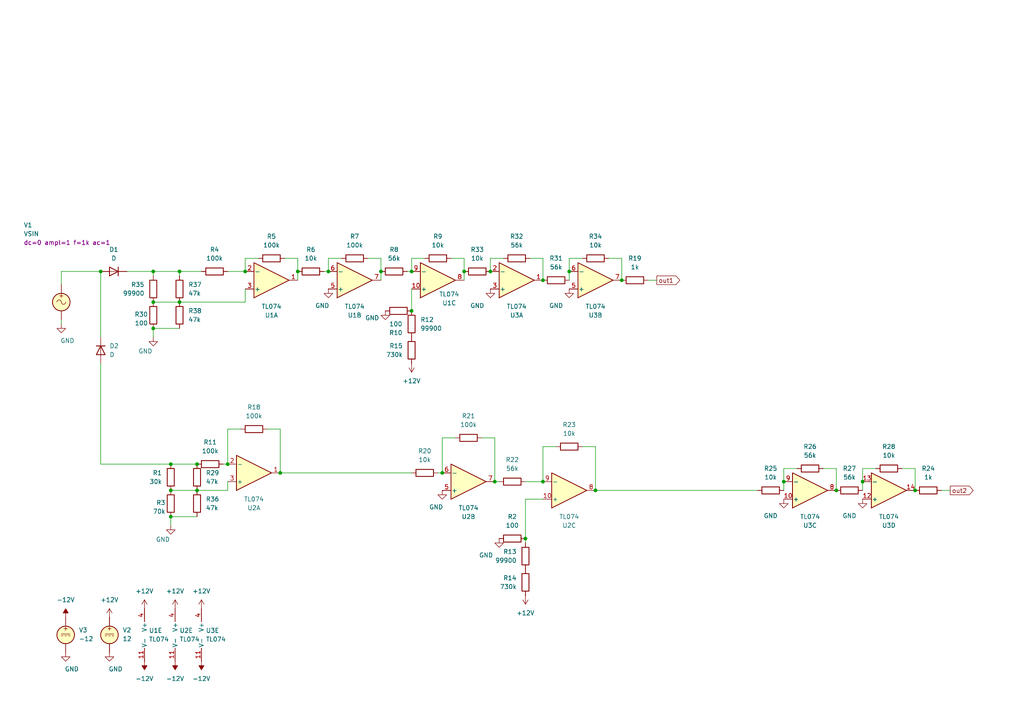
<source format=kicad_sch>
(kicad_sch
	(version 20231120)
	(generator "eeschema")
	(generator_version "8.0")
	(uuid "857ae3a4-c6bf-4fa1-a753-0c301d3ce421")
	(paper "A4")
	(lib_symbols
		(symbol "Amplifier_Operational:TL074"
			(pin_names
				(offset 0.127)
			)
			(exclude_from_sim no)
			(in_bom yes)
			(on_board yes)
			(property "Reference" "U"
				(at 0 5.08 0)
				(effects
					(font
						(size 1.27 1.27)
					)
					(justify left)
				)
			)
			(property "Value" "TL074"
				(at 0 -5.08 0)
				(effects
					(font
						(size 1.27 1.27)
					)
					(justify left)
				)
			)
			(property "Footprint" ""
				(at -1.27 2.54 0)
				(effects
					(font
						(size 1.27 1.27)
					)
					(hide yes)
				)
			)
			(property "Datasheet" "http://www.ti.com/lit/ds/symlink/tl071.pdf"
				(at 1.27 5.08 0)
				(effects
					(font
						(size 1.27 1.27)
					)
					(hide yes)
				)
			)
			(property "Description" "Quad Low-Noise JFET-Input Operational Amplifiers, DIP-14/SOIC-14"
				(at 0 0 0)
				(effects
					(font
						(size 1.27 1.27)
					)
					(hide yes)
				)
			)
			(property "ki_locked" ""
				(at 0 0 0)
				(effects
					(font
						(size 1.27 1.27)
					)
				)
			)
			(property "ki_keywords" "quad opamp"
				(at 0 0 0)
				(effects
					(font
						(size 1.27 1.27)
					)
					(hide yes)
				)
			)
			(property "ki_fp_filters" "SOIC*3.9x8.7mm*P1.27mm* DIP*W7.62mm* TSSOP*4.4x5mm*P0.65mm* SSOP*5.3x6.2mm*P0.65mm* MSOP*3x3mm*P0.5mm*"
				(at 0 0 0)
				(effects
					(font
						(size 1.27 1.27)
					)
					(hide yes)
				)
			)
			(symbol "TL074_1_1"
				(polyline
					(pts
						(xy -5.08 5.08) (xy 5.08 0) (xy -5.08 -5.08) (xy -5.08 5.08)
					)
					(stroke
						(width 0.254)
						(type default)
					)
					(fill
						(type background)
					)
				)
				(pin output line
					(at 7.62 0 180)
					(length 2.54)
					(name "~"
						(effects
							(font
								(size 1.27 1.27)
							)
						)
					)
					(number "1"
						(effects
							(font
								(size 1.27 1.27)
							)
						)
					)
				)
				(pin input line
					(at -7.62 -2.54 0)
					(length 2.54)
					(name "-"
						(effects
							(font
								(size 1.27 1.27)
							)
						)
					)
					(number "2"
						(effects
							(font
								(size 1.27 1.27)
							)
						)
					)
				)
				(pin input line
					(at -7.62 2.54 0)
					(length 2.54)
					(name "+"
						(effects
							(font
								(size 1.27 1.27)
							)
						)
					)
					(number "3"
						(effects
							(font
								(size 1.27 1.27)
							)
						)
					)
				)
			)
			(symbol "TL074_2_1"
				(polyline
					(pts
						(xy -5.08 5.08) (xy 5.08 0) (xy -5.08 -5.08) (xy -5.08 5.08)
					)
					(stroke
						(width 0.254)
						(type default)
					)
					(fill
						(type background)
					)
				)
				(pin input line
					(at -7.62 2.54 0)
					(length 2.54)
					(name "+"
						(effects
							(font
								(size 1.27 1.27)
							)
						)
					)
					(number "5"
						(effects
							(font
								(size 1.27 1.27)
							)
						)
					)
				)
				(pin input line
					(at -7.62 -2.54 0)
					(length 2.54)
					(name "-"
						(effects
							(font
								(size 1.27 1.27)
							)
						)
					)
					(number "6"
						(effects
							(font
								(size 1.27 1.27)
							)
						)
					)
				)
				(pin output line
					(at 7.62 0 180)
					(length 2.54)
					(name "~"
						(effects
							(font
								(size 1.27 1.27)
							)
						)
					)
					(number "7"
						(effects
							(font
								(size 1.27 1.27)
							)
						)
					)
				)
			)
			(symbol "TL074_3_1"
				(polyline
					(pts
						(xy -5.08 5.08) (xy 5.08 0) (xy -5.08 -5.08) (xy -5.08 5.08)
					)
					(stroke
						(width 0.254)
						(type default)
					)
					(fill
						(type background)
					)
				)
				(pin input line
					(at -7.62 2.54 0)
					(length 2.54)
					(name "+"
						(effects
							(font
								(size 1.27 1.27)
							)
						)
					)
					(number "10"
						(effects
							(font
								(size 1.27 1.27)
							)
						)
					)
				)
				(pin output line
					(at 7.62 0 180)
					(length 2.54)
					(name "~"
						(effects
							(font
								(size 1.27 1.27)
							)
						)
					)
					(number "8"
						(effects
							(font
								(size 1.27 1.27)
							)
						)
					)
				)
				(pin input line
					(at -7.62 -2.54 0)
					(length 2.54)
					(name "-"
						(effects
							(font
								(size 1.27 1.27)
							)
						)
					)
					(number "9"
						(effects
							(font
								(size 1.27 1.27)
							)
						)
					)
				)
			)
			(symbol "TL074_4_1"
				(polyline
					(pts
						(xy -5.08 5.08) (xy 5.08 0) (xy -5.08 -5.08) (xy -5.08 5.08)
					)
					(stroke
						(width 0.254)
						(type default)
					)
					(fill
						(type background)
					)
				)
				(pin input line
					(at -7.62 2.54 0)
					(length 2.54)
					(name "+"
						(effects
							(font
								(size 1.27 1.27)
							)
						)
					)
					(number "12"
						(effects
							(font
								(size 1.27 1.27)
							)
						)
					)
				)
				(pin input line
					(at -7.62 -2.54 0)
					(length 2.54)
					(name "-"
						(effects
							(font
								(size 1.27 1.27)
							)
						)
					)
					(number "13"
						(effects
							(font
								(size 1.27 1.27)
							)
						)
					)
				)
				(pin output line
					(at 7.62 0 180)
					(length 2.54)
					(name "~"
						(effects
							(font
								(size 1.27 1.27)
							)
						)
					)
					(number "14"
						(effects
							(font
								(size 1.27 1.27)
							)
						)
					)
				)
			)
			(symbol "TL074_5_1"
				(pin power_in line
					(at -2.54 -7.62 90)
					(length 3.81)
					(name "V-"
						(effects
							(font
								(size 1.27 1.27)
							)
						)
					)
					(number "11"
						(effects
							(font
								(size 1.27 1.27)
							)
						)
					)
				)
				(pin power_in line
					(at -2.54 7.62 270)
					(length 3.81)
					(name "V+"
						(effects
							(font
								(size 1.27 1.27)
							)
						)
					)
					(number "4"
						(effects
							(font
								(size 1.27 1.27)
							)
						)
					)
				)
			)
		)
		(symbol "Device:D"
			(pin_numbers hide)
			(pin_names
				(offset 1.016) hide)
			(exclude_from_sim no)
			(in_bom yes)
			(on_board yes)
			(property "Reference" "D"
				(at 0 2.54 0)
				(effects
					(font
						(size 1.27 1.27)
					)
				)
			)
			(property "Value" "D"
				(at 0 -2.54 0)
				(effects
					(font
						(size 1.27 1.27)
					)
				)
			)
			(property "Footprint" ""
				(at 0 0 0)
				(effects
					(font
						(size 1.27 1.27)
					)
					(hide yes)
				)
			)
			(property "Datasheet" "~"
				(at 0 0 0)
				(effects
					(font
						(size 1.27 1.27)
					)
					(hide yes)
				)
			)
			(property "Description" "Diode"
				(at 0 0 0)
				(effects
					(font
						(size 1.27 1.27)
					)
					(hide yes)
				)
			)
			(property "Sim.Device" "D"
				(at 0 0 0)
				(effects
					(font
						(size 1.27 1.27)
					)
					(hide yes)
				)
			)
			(property "Sim.Pins" "1=K 2=A"
				(at 0 0 0)
				(effects
					(font
						(size 1.27 1.27)
					)
					(hide yes)
				)
			)
			(property "ki_keywords" "diode"
				(at 0 0 0)
				(effects
					(font
						(size 1.27 1.27)
					)
					(hide yes)
				)
			)
			(property "ki_fp_filters" "TO-???* *_Diode_* *SingleDiode* D_*"
				(at 0 0 0)
				(effects
					(font
						(size 1.27 1.27)
					)
					(hide yes)
				)
			)
			(symbol "D_0_1"
				(polyline
					(pts
						(xy -1.27 1.27) (xy -1.27 -1.27)
					)
					(stroke
						(width 0.254)
						(type default)
					)
					(fill
						(type none)
					)
				)
				(polyline
					(pts
						(xy 1.27 0) (xy -1.27 0)
					)
					(stroke
						(width 0)
						(type default)
					)
					(fill
						(type none)
					)
				)
				(polyline
					(pts
						(xy 1.27 1.27) (xy 1.27 -1.27) (xy -1.27 0) (xy 1.27 1.27)
					)
					(stroke
						(width 0.254)
						(type default)
					)
					(fill
						(type none)
					)
				)
			)
			(symbol "D_1_1"
				(pin passive line
					(at -3.81 0 0)
					(length 2.54)
					(name "K"
						(effects
							(font
								(size 1.27 1.27)
							)
						)
					)
					(number "1"
						(effects
							(font
								(size 1.27 1.27)
							)
						)
					)
				)
				(pin passive line
					(at 3.81 0 180)
					(length 2.54)
					(name "A"
						(effects
							(font
								(size 1.27 1.27)
							)
						)
					)
					(number "2"
						(effects
							(font
								(size 1.27 1.27)
							)
						)
					)
				)
			)
		)
		(symbol "Device:R"
			(pin_numbers hide)
			(pin_names
				(offset 0)
			)
			(exclude_from_sim no)
			(in_bom yes)
			(on_board yes)
			(property "Reference" "R"
				(at 2.032 0 90)
				(effects
					(font
						(size 1.27 1.27)
					)
				)
			)
			(property "Value" "R"
				(at 0 0 90)
				(effects
					(font
						(size 1.27 1.27)
					)
				)
			)
			(property "Footprint" ""
				(at -1.778 0 90)
				(effects
					(font
						(size 1.27 1.27)
					)
					(hide yes)
				)
			)
			(property "Datasheet" "~"
				(at 0 0 0)
				(effects
					(font
						(size 1.27 1.27)
					)
					(hide yes)
				)
			)
			(property "Description" "Resistor"
				(at 0 0 0)
				(effects
					(font
						(size 1.27 1.27)
					)
					(hide yes)
				)
			)
			(property "ki_keywords" "R res resistor"
				(at 0 0 0)
				(effects
					(font
						(size 1.27 1.27)
					)
					(hide yes)
				)
			)
			(property "ki_fp_filters" "R_*"
				(at 0 0 0)
				(effects
					(font
						(size 1.27 1.27)
					)
					(hide yes)
				)
			)
			(symbol "R_0_1"
				(rectangle
					(start -1.016 -2.54)
					(end 1.016 2.54)
					(stroke
						(width 0.254)
						(type default)
					)
					(fill
						(type none)
					)
				)
			)
			(symbol "R_1_1"
				(pin passive line
					(at 0 3.81 270)
					(length 1.27)
					(name "~"
						(effects
							(font
								(size 1.27 1.27)
							)
						)
					)
					(number "1"
						(effects
							(font
								(size 1.27 1.27)
							)
						)
					)
				)
				(pin passive line
					(at 0 -3.81 90)
					(length 1.27)
					(name "~"
						(effects
							(font
								(size 1.27 1.27)
							)
						)
					)
					(number "2"
						(effects
							(font
								(size 1.27 1.27)
							)
						)
					)
				)
			)
		)
		(symbol "Simulation_SPICE:VDC"
			(pin_numbers hide)
			(pin_names
				(offset 0.0254)
			)
			(exclude_from_sim no)
			(in_bom yes)
			(on_board yes)
			(property "Reference" "V"
				(at 2.54 2.54 0)
				(effects
					(font
						(size 1.27 1.27)
					)
					(justify left)
				)
			)
			(property "Value" "1"
				(at 2.54 0 0)
				(effects
					(font
						(size 1.27 1.27)
					)
					(justify left)
				)
			)
			(property "Footprint" ""
				(at 0 0 0)
				(effects
					(font
						(size 1.27 1.27)
					)
					(hide yes)
				)
			)
			(property "Datasheet" "https://ngspice.sourceforge.io/docs/ngspice-html-manual/manual.xhtml#sec_Independent_Sources_for"
				(at 0 0 0)
				(effects
					(font
						(size 1.27 1.27)
					)
					(hide yes)
				)
			)
			(property "Description" "Voltage source, DC"
				(at 0 0 0)
				(effects
					(font
						(size 1.27 1.27)
					)
					(hide yes)
				)
			)
			(property "Sim.Pins" "1=+ 2=-"
				(at 0 0 0)
				(effects
					(font
						(size 1.27 1.27)
					)
					(hide yes)
				)
			)
			(property "Sim.Type" "DC"
				(at 0 0 0)
				(effects
					(font
						(size 1.27 1.27)
					)
					(hide yes)
				)
			)
			(property "Sim.Device" "V"
				(at 0 0 0)
				(effects
					(font
						(size 1.27 1.27)
					)
					(justify left)
					(hide yes)
				)
			)
			(property "ki_keywords" "simulation"
				(at 0 0 0)
				(effects
					(font
						(size 1.27 1.27)
					)
					(hide yes)
				)
			)
			(symbol "VDC_0_0"
				(polyline
					(pts
						(xy -1.27 0.254) (xy 1.27 0.254)
					)
					(stroke
						(width 0)
						(type default)
					)
					(fill
						(type none)
					)
				)
				(polyline
					(pts
						(xy -0.762 -0.254) (xy -1.27 -0.254)
					)
					(stroke
						(width 0)
						(type default)
					)
					(fill
						(type none)
					)
				)
				(polyline
					(pts
						(xy 0.254 -0.254) (xy -0.254 -0.254)
					)
					(stroke
						(width 0)
						(type default)
					)
					(fill
						(type none)
					)
				)
				(polyline
					(pts
						(xy 1.27 -0.254) (xy 0.762 -0.254)
					)
					(stroke
						(width 0)
						(type default)
					)
					(fill
						(type none)
					)
				)
				(text "+"
					(at 0 1.905 0)
					(effects
						(font
							(size 1.27 1.27)
						)
					)
				)
			)
			(symbol "VDC_0_1"
				(circle
					(center 0 0)
					(radius 2.54)
					(stroke
						(width 0.254)
						(type default)
					)
					(fill
						(type background)
					)
				)
			)
			(symbol "VDC_1_1"
				(pin passive line
					(at 0 5.08 270)
					(length 2.54)
					(name "~"
						(effects
							(font
								(size 1.27 1.27)
							)
						)
					)
					(number "1"
						(effects
							(font
								(size 1.27 1.27)
							)
						)
					)
				)
				(pin passive line
					(at 0 -5.08 90)
					(length 2.54)
					(name "~"
						(effects
							(font
								(size 1.27 1.27)
							)
						)
					)
					(number "2"
						(effects
							(font
								(size 1.27 1.27)
							)
						)
					)
				)
			)
		)
		(symbol "Simulation_SPICE:VSIN"
			(pin_numbers hide)
			(pin_names
				(offset 0.0254)
			)
			(exclude_from_sim no)
			(in_bom yes)
			(on_board yes)
			(property "Reference" "V"
				(at 2.54 2.54 0)
				(effects
					(font
						(size 1.27 1.27)
					)
					(justify left)
				)
			)
			(property "Value" "VSIN"
				(at 2.54 0 0)
				(effects
					(font
						(size 1.27 1.27)
					)
					(justify left)
				)
			)
			(property "Footprint" ""
				(at 0 0 0)
				(effects
					(font
						(size 1.27 1.27)
					)
					(hide yes)
				)
			)
			(property "Datasheet" "https://ngspice.sourceforge.io/docs/ngspice-html-manual/manual.xhtml#sec_Independent_Sources_for"
				(at 0 0 0)
				(effects
					(font
						(size 1.27 1.27)
					)
					(hide yes)
				)
			)
			(property "Description" "Voltage source, sinusoidal"
				(at 0 0 0)
				(effects
					(font
						(size 1.27 1.27)
					)
					(hide yes)
				)
			)
			(property "Sim.Pins" "1=+ 2=-"
				(at 0 0 0)
				(effects
					(font
						(size 1.27 1.27)
					)
					(hide yes)
				)
			)
			(property "Sim.Params" "dc=0 ampl=1 f=1k ac=1"
				(at 2.54 -2.54 0)
				(effects
					(font
						(size 1.27 1.27)
					)
					(justify left)
				)
			)
			(property "Sim.Type" "SIN"
				(at 0 0 0)
				(effects
					(font
						(size 1.27 1.27)
					)
					(hide yes)
				)
			)
			(property "Sim.Device" "V"
				(at 0 0 0)
				(effects
					(font
						(size 1.27 1.27)
					)
					(justify left)
					(hide yes)
				)
			)
			(property "ki_keywords" "simulation ac vac"
				(at 0 0 0)
				(effects
					(font
						(size 1.27 1.27)
					)
					(hide yes)
				)
			)
			(symbol "VSIN_0_0"
				(arc
					(start 0 0)
					(mid -0.635 0.6323)
					(end -1.27 0)
					(stroke
						(width 0)
						(type default)
					)
					(fill
						(type none)
					)
				)
				(arc
					(start 0 0)
					(mid 0.635 -0.6323)
					(end 1.27 0)
					(stroke
						(width 0)
						(type default)
					)
					(fill
						(type none)
					)
				)
				(text "+"
					(at 0 1.905 0)
					(effects
						(font
							(size 1.27 1.27)
						)
					)
				)
			)
			(symbol "VSIN_0_1"
				(circle
					(center 0 0)
					(radius 2.54)
					(stroke
						(width 0.254)
						(type default)
					)
					(fill
						(type background)
					)
				)
			)
			(symbol "VSIN_1_1"
				(pin passive line
					(at 0 5.08 270)
					(length 2.54)
					(name "~"
						(effects
							(font
								(size 1.27 1.27)
							)
						)
					)
					(number "1"
						(effects
							(font
								(size 1.27 1.27)
							)
						)
					)
				)
				(pin passive line
					(at 0 -5.08 90)
					(length 2.54)
					(name "~"
						(effects
							(font
								(size 1.27 1.27)
							)
						)
					)
					(number "2"
						(effects
							(font
								(size 1.27 1.27)
							)
						)
					)
				)
			)
		)
		(symbol "power:+12V"
			(power)
			(pin_numbers hide)
			(pin_names
				(offset 0) hide)
			(exclude_from_sim no)
			(in_bom yes)
			(on_board yes)
			(property "Reference" "#PWR"
				(at 0 -3.81 0)
				(effects
					(font
						(size 1.27 1.27)
					)
					(hide yes)
				)
			)
			(property "Value" "+12V"
				(at 0 3.556 0)
				(effects
					(font
						(size 1.27 1.27)
					)
				)
			)
			(property "Footprint" ""
				(at 0 0 0)
				(effects
					(font
						(size 1.27 1.27)
					)
					(hide yes)
				)
			)
			(property "Datasheet" ""
				(at 0 0 0)
				(effects
					(font
						(size 1.27 1.27)
					)
					(hide yes)
				)
			)
			(property "Description" "Power symbol creates a global label with name \"+12V\""
				(at 0 0 0)
				(effects
					(font
						(size 1.27 1.27)
					)
					(hide yes)
				)
			)
			(property "ki_keywords" "global power"
				(at 0 0 0)
				(effects
					(font
						(size 1.27 1.27)
					)
					(hide yes)
				)
			)
			(symbol "+12V_0_1"
				(polyline
					(pts
						(xy -0.762 1.27) (xy 0 2.54)
					)
					(stroke
						(width 0)
						(type default)
					)
					(fill
						(type none)
					)
				)
				(polyline
					(pts
						(xy 0 0) (xy 0 2.54)
					)
					(stroke
						(width 0)
						(type default)
					)
					(fill
						(type none)
					)
				)
				(polyline
					(pts
						(xy 0 2.54) (xy 0.762 1.27)
					)
					(stroke
						(width 0)
						(type default)
					)
					(fill
						(type none)
					)
				)
			)
			(symbol "+12V_1_1"
				(pin power_in line
					(at 0 0 90)
					(length 0)
					(name "~"
						(effects
							(font
								(size 1.27 1.27)
							)
						)
					)
					(number "1"
						(effects
							(font
								(size 1.27 1.27)
							)
						)
					)
				)
			)
		)
		(symbol "power:-12V"
			(power)
			(pin_numbers hide)
			(pin_names
				(offset 0) hide)
			(exclude_from_sim no)
			(in_bom yes)
			(on_board yes)
			(property "Reference" "#PWR"
				(at 0 -3.81 0)
				(effects
					(font
						(size 1.27 1.27)
					)
					(hide yes)
				)
			)
			(property "Value" "-12V"
				(at 0 3.556 0)
				(effects
					(font
						(size 1.27 1.27)
					)
				)
			)
			(property "Footprint" ""
				(at 0 0 0)
				(effects
					(font
						(size 1.27 1.27)
					)
					(hide yes)
				)
			)
			(property "Datasheet" ""
				(at 0 0 0)
				(effects
					(font
						(size 1.27 1.27)
					)
					(hide yes)
				)
			)
			(property "Description" "Power symbol creates a global label with name \"-12V\""
				(at 0 0 0)
				(effects
					(font
						(size 1.27 1.27)
					)
					(hide yes)
				)
			)
			(property "ki_keywords" "global power"
				(at 0 0 0)
				(effects
					(font
						(size 1.27 1.27)
					)
					(hide yes)
				)
			)
			(symbol "-12V_0_0"
				(pin power_in line
					(at 0 0 90)
					(length 0)
					(name "~"
						(effects
							(font
								(size 1.27 1.27)
							)
						)
					)
					(number "1"
						(effects
							(font
								(size 1.27 1.27)
							)
						)
					)
				)
			)
			(symbol "-12V_0_1"
				(polyline
					(pts
						(xy 0 0) (xy 0 1.27) (xy 0.762 1.27) (xy 0 2.54) (xy -0.762 1.27) (xy 0 1.27)
					)
					(stroke
						(width 0)
						(type default)
					)
					(fill
						(type outline)
					)
				)
			)
		)
		(symbol "power:GND"
			(power)
			(pin_numbers hide)
			(pin_names
				(offset 0) hide)
			(exclude_from_sim no)
			(in_bom yes)
			(on_board yes)
			(property "Reference" "#PWR"
				(at 0 -6.35 0)
				(effects
					(font
						(size 1.27 1.27)
					)
					(hide yes)
				)
			)
			(property "Value" "GND"
				(at 0 -3.81 0)
				(effects
					(font
						(size 1.27 1.27)
					)
				)
			)
			(property "Footprint" ""
				(at 0 0 0)
				(effects
					(font
						(size 1.27 1.27)
					)
					(hide yes)
				)
			)
			(property "Datasheet" ""
				(at 0 0 0)
				(effects
					(font
						(size 1.27 1.27)
					)
					(hide yes)
				)
			)
			(property "Description" "Power symbol creates a global label with name \"GND\" , ground"
				(at 0 0 0)
				(effects
					(font
						(size 1.27 1.27)
					)
					(hide yes)
				)
			)
			(property "ki_keywords" "global power"
				(at 0 0 0)
				(effects
					(font
						(size 1.27 1.27)
					)
					(hide yes)
				)
			)
			(symbol "GND_0_1"
				(polyline
					(pts
						(xy 0 0) (xy 0 -1.27) (xy 1.27 -1.27) (xy 0 -2.54) (xy -1.27 -1.27) (xy 0 -1.27)
					)
					(stroke
						(width 0)
						(type default)
					)
					(fill
						(type none)
					)
				)
			)
			(symbol "GND_1_1"
				(pin power_in line
					(at 0 0 270)
					(length 0)
					(name "~"
						(effects
							(font
								(size 1.27 1.27)
							)
						)
					)
					(number "1"
						(effects
							(font
								(size 1.27 1.27)
							)
						)
					)
				)
			)
		)
	)
	(junction
		(at 165.1 78.74)
		(diameter 0)
		(color 0 0 0 0)
		(uuid "06ed6c5a-329e-4019-97d2-95a4b6befc9b")
	)
	(junction
		(at 44.45 95.25)
		(diameter 0)
		(color 0 0 0 0)
		(uuid "07ae840c-d09b-4ed2-83b0-7e41ac5510ff")
	)
	(junction
		(at 157.48 139.7)
		(diameter 0)
		(color 0 0 0 0)
		(uuid "130386c1-a366-4486-af4b-e936c3ec1f06")
	)
	(junction
		(at 86.36 78.74)
		(diameter 0)
		(color 0 0 0 0)
		(uuid "222f2670-8c3b-48c6-93f4-19edfefd651a")
	)
	(junction
		(at 157.48 81.28)
		(diameter 0)
		(color 0 0 0 0)
		(uuid "267062ae-786c-446a-9b85-102db2a9b949")
	)
	(junction
		(at 49.53 142.24)
		(diameter 0)
		(color 0 0 0 0)
		(uuid "29bce23d-2e86-40af-ac00-3e20b1f62008")
	)
	(junction
		(at 52.07 87.63)
		(diameter 0)
		(color 0 0 0 0)
		(uuid "309e7534-ee50-4cf5-98fa-bdbf43440397")
	)
	(junction
		(at 57.15 134.62)
		(diameter 0)
		(color 0 0 0 0)
		(uuid "30f780ae-e10a-4788-934b-a4b5e587382e")
	)
	(junction
		(at 119.38 78.74)
		(diameter 0)
		(color 0 0 0 0)
		(uuid "339f6b6e-20db-4f90-b291-e7f7698549ef")
	)
	(junction
		(at 52.07 78.74)
		(diameter 0)
		(color 0 0 0 0)
		(uuid "37c0c76f-1061-4bbe-8c3c-4936886881d7")
	)
	(junction
		(at 142.24 78.74)
		(diameter 0)
		(color 0 0 0 0)
		(uuid "37cc47d7-1a17-4455-a810-7820dbc2a303")
	)
	(junction
		(at 29.21 78.74)
		(diameter 0)
		(color 0 0 0 0)
		(uuid "3d9f3019-46e3-4627-80fa-8d0a8262d7b8")
	)
	(junction
		(at 66.04 134.62)
		(diameter 0)
		(color 0 0 0 0)
		(uuid "46f72e21-ecd0-4da3-82b8-d92c621e8b8b")
	)
	(junction
		(at 110.49 78.74)
		(diameter 0)
		(color 0 0 0 0)
		(uuid "62ff8f8f-e1b4-4c60-8755-c16aa164cd6e")
	)
	(junction
		(at 143.51 139.7)
		(diameter 0)
		(color 0 0 0 0)
		(uuid "63737ee4-63e3-4df4-91ca-8aa464f89dc8")
	)
	(junction
		(at 227.33 139.7)
		(diameter 0)
		(color 0 0 0 0)
		(uuid "75bfc17d-8cc2-4eb3-b1c1-81130d2c5924")
	)
	(junction
		(at 172.72 142.24)
		(diameter 0)
		(color 0 0 0 0)
		(uuid "797f62e9-04e5-4472-906c-67570dcd137d")
	)
	(junction
		(at 95.25 78.74)
		(diameter 0)
		(color 0 0 0 0)
		(uuid "9ef9ade8-1511-4afe-ac10-da9606a0eb19")
	)
	(junction
		(at 49.53 149.86)
		(diameter 0)
		(color 0 0 0 0)
		(uuid "a53fa409-d5ed-4799-a176-a0b562b5953b")
	)
	(junction
		(at 180.34 81.28)
		(diameter 0)
		(color 0 0 0 0)
		(uuid "a89f5268-1d3f-42ff-aae5-25bc3cd3355e")
	)
	(junction
		(at 265.43 142.24)
		(diameter 0)
		(color 0 0 0 0)
		(uuid "a97f917f-882b-425c-9058-c852ce854fc2")
	)
	(junction
		(at 44.45 78.74)
		(diameter 0)
		(color 0 0 0 0)
		(uuid "aae8167e-aa61-444d-b7a9-26adc2690b9b")
	)
	(junction
		(at 81.28 137.16)
		(diameter 0)
		(color 0 0 0 0)
		(uuid "ba232ac6-5196-4ebe-ba8e-fe6928576485")
	)
	(junction
		(at 128.27 137.16)
		(diameter 0)
		(color 0 0 0 0)
		(uuid "c118ac59-8b33-490d-abb8-960d6861a922")
	)
	(junction
		(at 134.62 78.74)
		(diameter 0)
		(color 0 0 0 0)
		(uuid "c2cc335b-cc63-47ad-9e75-1f0510add4b4")
	)
	(junction
		(at 49.53 134.62)
		(diameter 0)
		(color 0 0 0 0)
		(uuid "c48acf44-c945-4039-81c3-4aac9ae55e0c")
	)
	(junction
		(at 119.38 90.17)
		(diameter 0)
		(color 0 0 0 0)
		(uuid "cb46739a-7f4c-40e7-a3b9-1fd4fb28d700")
	)
	(junction
		(at 242.57 142.24)
		(diameter 0)
		(color 0 0 0 0)
		(uuid "cc2b1177-1db3-4b07-9291-fac3f72e3fb8")
	)
	(junction
		(at 57.15 142.24)
		(diameter 0)
		(color 0 0 0 0)
		(uuid "dce8c8b3-ede5-4631-92d9-97fb496f428d")
	)
	(junction
		(at 71.12 78.74)
		(diameter 0)
		(color 0 0 0 0)
		(uuid "e2f82a87-2e34-4906-a555-efafde5547df")
	)
	(junction
		(at 250.19 139.7)
		(diameter 0)
		(color 0 0 0 0)
		(uuid "f60af3c6-48a3-4508-888e-4389fb3d4fdf")
	)
	(junction
		(at 44.45 87.63)
		(diameter 0)
		(color 0 0 0 0)
		(uuid "f88c44ef-a76c-41fd-a505-64a0965dae99")
	)
	(junction
		(at 152.4 156.21)
		(diameter 0)
		(color 0 0 0 0)
		(uuid "fdbcea8b-499c-4528-be44-e8029167978b")
	)
	(wire
		(pts
			(xy 143.51 127) (xy 143.51 139.7)
		)
		(stroke
			(width 0)
			(type default)
		)
		(uuid "00094b23-6713-4bc0-a455-d2b582262717")
	)
	(wire
		(pts
			(xy 36.83 78.74) (xy 44.45 78.74)
		)
		(stroke
			(width 0)
			(type default)
		)
		(uuid "01644190-baf6-4b5a-b7ce-d80034908db1")
	)
	(wire
		(pts
			(xy 165.1 78.74) (xy 165.1 81.28)
		)
		(stroke
			(width 0)
			(type default)
		)
		(uuid "060aa6d1-dd37-4f6e-95cc-f4fc50a74d25")
	)
	(wire
		(pts
			(xy 180.34 74.93) (xy 180.34 81.28)
		)
		(stroke
			(width 0)
			(type default)
		)
		(uuid "08f1c499-37e7-4e90-9b65-9b461f85260a")
	)
	(wire
		(pts
			(xy 168.91 74.93) (xy 165.1 74.93)
		)
		(stroke
			(width 0)
			(type default)
		)
		(uuid "0b31bbfd-e184-485c-a835-46c5670a3308")
	)
	(wire
		(pts
			(xy 143.51 139.7) (xy 144.78 139.7)
		)
		(stroke
			(width 0)
			(type default)
		)
		(uuid "0b863f23-db76-40ef-8e6a-7901478320bb")
	)
	(wire
		(pts
			(xy 153.67 74.93) (xy 157.48 74.93)
		)
		(stroke
			(width 0)
			(type default)
		)
		(uuid "0d309d98-d5c8-487b-b642-46fa194957c7")
	)
	(wire
		(pts
			(xy 66.04 142.24) (xy 57.15 142.24)
		)
		(stroke
			(width 0)
			(type default)
		)
		(uuid "0e53a49e-8e73-44b0-bffa-6f1c38a83e11")
	)
	(wire
		(pts
			(xy 250.19 135.89) (xy 250.19 139.7)
		)
		(stroke
			(width 0)
			(type default)
		)
		(uuid "1bba2d6e-a270-4656-9627-7c811fc91c4d")
	)
	(wire
		(pts
			(xy 17.78 78.74) (xy 17.78 82.55)
		)
		(stroke
			(width 0)
			(type default)
		)
		(uuid "1d85dbce-78e9-4e99-ac95-a00b862705c9")
	)
	(wire
		(pts
			(xy 49.53 149.86) (xy 49.53 152.4)
		)
		(stroke
			(width 0)
			(type default)
		)
		(uuid "1ee8cdaf-dc7a-4d1e-a864-56aa09427acb")
	)
	(wire
		(pts
			(xy 134.62 81.28) (xy 134.62 78.74)
		)
		(stroke
			(width 0)
			(type default)
		)
		(uuid "21ffd6bc-7883-4371-8298-28738d4c0b96")
	)
	(wire
		(pts
			(xy 254 135.89) (xy 250.19 135.89)
		)
		(stroke
			(width 0)
			(type default)
		)
		(uuid "25e41b2c-c420-4958-bcb3-7f852bf334fa")
	)
	(wire
		(pts
			(xy 44.45 78.74) (xy 52.07 78.74)
		)
		(stroke
			(width 0)
			(type default)
		)
		(uuid "27e27c72-1acd-4517-95c5-5d4cd7a22bed")
	)
	(wire
		(pts
			(xy 172.72 129.54) (xy 172.72 142.24)
		)
		(stroke
			(width 0)
			(type default)
		)
		(uuid "2e07272e-c360-44b4-8cc1-eb58513186a6")
	)
	(wire
		(pts
			(xy 71.12 87.63) (xy 71.12 83.82)
		)
		(stroke
			(width 0)
			(type default)
		)
		(uuid "2f97cbd6-9c6d-4451-bfcf-153a831f0f24")
	)
	(wire
		(pts
			(xy 86.36 74.93) (xy 82.55 74.93)
		)
		(stroke
			(width 0)
			(type default)
		)
		(uuid "32c7e6f8-6b8b-4278-9827-c951563fb38e")
	)
	(wire
		(pts
			(xy 49.53 134.62) (xy 57.15 134.62)
		)
		(stroke
			(width 0)
			(type default)
		)
		(uuid "338895d8-dd9d-414c-9549-d07cae811f50")
	)
	(wire
		(pts
			(xy 157.48 129.54) (xy 161.29 129.54)
		)
		(stroke
			(width 0)
			(type default)
		)
		(uuid "3406a984-05ce-4d8d-88c8-aa3e671b4e19")
	)
	(wire
		(pts
			(xy 64.77 134.62) (xy 66.04 134.62)
		)
		(stroke
			(width 0)
			(type default)
		)
		(uuid "3480446d-79e0-4ded-b7a0-f06a22efde39")
	)
	(wire
		(pts
			(xy 44.45 95.25) (xy 44.45 97.79)
		)
		(stroke
			(width 0)
			(type default)
		)
		(uuid "35c292a5-5a7f-4589-bf8c-a3cd80f6255d")
	)
	(wire
		(pts
			(xy 265.43 135.89) (xy 265.43 142.24)
		)
		(stroke
			(width 0)
			(type default)
		)
		(uuid "396fb626-4330-4859-90fb-ced1630a68b7")
	)
	(wire
		(pts
			(xy 152.4 156.21) (xy 152.4 157.48)
		)
		(stroke
			(width 0)
			(type default)
		)
		(uuid "3c4ee726-a786-44ef-8e3d-c53a97ff0b98")
	)
	(wire
		(pts
			(xy 49.53 142.24) (xy 57.15 142.24)
		)
		(stroke
			(width 0)
			(type default)
		)
		(uuid "3e11414e-8c03-4ce2-8a10-bcbb5f242bf3")
	)
	(wire
		(pts
			(xy 44.45 87.63) (xy 52.07 87.63)
		)
		(stroke
			(width 0)
			(type default)
		)
		(uuid "450bee9d-06ab-4b3d-89ec-117f787058b6")
	)
	(wire
		(pts
			(xy 95.25 78.74) (xy 95.25 74.93)
		)
		(stroke
			(width 0)
			(type default)
		)
		(uuid "4f101bce-1e72-4ae6-8b9a-bb1b190719a1")
	)
	(wire
		(pts
			(xy 81.28 137.16) (xy 119.38 137.16)
		)
		(stroke
			(width 0)
			(type default)
		)
		(uuid "512188ad-ed0a-488f-849c-8a9ef868fd82")
	)
	(wire
		(pts
			(xy 127 137.16) (xy 128.27 137.16)
		)
		(stroke
			(width 0)
			(type default)
		)
		(uuid "536b8895-0a46-4d33-83b2-641974b1349d")
	)
	(wire
		(pts
			(xy 187.96 81.28) (xy 190.5 81.28)
		)
		(stroke
			(width 0)
			(type default)
		)
		(uuid "56af78ec-7428-4ec4-a992-980fab80faa3")
	)
	(wire
		(pts
			(xy 143.51 127) (xy 139.7 127)
		)
		(stroke
			(width 0)
			(type default)
		)
		(uuid "570eba16-eb6e-4454-987e-3d05b0557256")
	)
	(wire
		(pts
			(xy 128.27 127) (xy 132.08 127)
		)
		(stroke
			(width 0)
			(type default)
		)
		(uuid "5a083bda-3462-43d4-a44a-417df005c3da")
	)
	(wire
		(pts
			(xy 95.25 74.93) (xy 99.06 74.93)
		)
		(stroke
			(width 0)
			(type default)
		)
		(uuid "5bd80764-be20-4fcf-a350-81c5eed0afff")
	)
	(wire
		(pts
			(xy 119.38 83.82) (xy 119.38 90.17)
		)
		(stroke
			(width 0)
			(type default)
		)
		(uuid "5cb73985-3e76-497c-b388-cbbf25efeb10")
	)
	(wire
		(pts
			(xy 172.72 129.54) (xy 168.91 129.54)
		)
		(stroke
			(width 0)
			(type default)
		)
		(uuid "616d8a0a-4aee-40da-a95d-fc1cc7543a44")
	)
	(wire
		(pts
			(xy 49.53 149.86) (xy 57.15 149.86)
		)
		(stroke
			(width 0)
			(type default)
		)
		(uuid "6361adda-9a36-4dd6-aaa7-d6e720c95d25")
	)
	(wire
		(pts
			(xy 17.78 92.71) (xy 17.78 93.98)
		)
		(stroke
			(width 0)
			(type default)
		)
		(uuid "65814e3e-e798-4a68-93ec-d27aa5c92d15")
	)
	(wire
		(pts
			(xy 86.36 78.74) (xy 86.36 81.28)
		)
		(stroke
			(width 0)
			(type default)
		)
		(uuid "67f9b197-d4dd-4ff7-9ef4-8c22d8e14275")
	)
	(wire
		(pts
			(xy 71.12 78.74) (xy 71.12 74.93)
		)
		(stroke
			(width 0)
			(type default)
		)
		(uuid "686fe549-a0f5-4e43-a126-f14f1286ad13")
	)
	(wire
		(pts
			(xy 242.57 135.89) (xy 242.57 142.24)
		)
		(stroke
			(width 0)
			(type default)
		)
		(uuid "68703234-3472-4580-bbe3-c81d06ffe2ec")
	)
	(wire
		(pts
			(xy 93.98 78.74) (xy 95.25 78.74)
		)
		(stroke
			(width 0)
			(type default)
		)
		(uuid "6f0d818d-ad12-4f49-8069-ca77c154b0cc")
	)
	(wire
		(pts
			(xy 172.72 142.24) (xy 219.71 142.24)
		)
		(stroke
			(width 0)
			(type default)
		)
		(uuid "701036d6-f7a8-4eb3-b2b1-ba6133cf3468")
	)
	(wire
		(pts
			(xy 66.04 124.46) (xy 69.85 124.46)
		)
		(stroke
			(width 0)
			(type default)
		)
		(uuid "76799b90-353f-4276-bfb8-36b2f545d471")
	)
	(wire
		(pts
			(xy 17.78 78.74) (xy 29.21 78.74)
		)
		(stroke
			(width 0)
			(type default)
		)
		(uuid "76ebb79f-0188-4ac8-9e49-b3f7df21d7a8")
	)
	(wire
		(pts
			(xy 250.19 139.7) (xy 250.19 142.24)
		)
		(stroke
			(width 0)
			(type default)
		)
		(uuid "7797c128-de48-4490-8852-f7d01aadf79e")
	)
	(wire
		(pts
			(xy 86.36 74.93) (xy 86.36 78.74)
		)
		(stroke
			(width 0)
			(type default)
		)
		(uuid "792467c1-7e36-49a5-b13e-61afa8b5fe6a")
	)
	(wire
		(pts
			(xy 165.1 74.93) (xy 165.1 78.74)
		)
		(stroke
			(width 0)
			(type default)
		)
		(uuid "7e687e8d-27ee-4568-b350-d205a6aab082")
	)
	(wire
		(pts
			(xy 227.33 142.24) (xy 227.33 139.7)
		)
		(stroke
			(width 0)
			(type default)
		)
		(uuid "7ffe5a52-1d31-47b9-b6b3-af6ef7c59aba")
	)
	(wire
		(pts
			(xy 128.27 137.16) (xy 128.27 127)
		)
		(stroke
			(width 0)
			(type default)
		)
		(uuid "83dbb7b1-7b2c-4871-b21a-21972e768876")
	)
	(wire
		(pts
			(xy 152.4 144.78) (xy 157.48 144.78)
		)
		(stroke
			(width 0)
			(type default)
		)
		(uuid "84b904ef-0cc4-42c9-abc0-89a2d05744b4")
	)
	(wire
		(pts
			(xy 44.45 78.74) (xy 44.45 80.01)
		)
		(stroke
			(width 0)
			(type default)
		)
		(uuid "8a43c738-2f7f-4d16-b8d7-c2845540dae2")
	)
	(wire
		(pts
			(xy 29.21 78.74) (xy 29.21 97.79)
		)
		(stroke
			(width 0)
			(type default)
		)
		(uuid "8ab64808-5150-464c-9d4f-742f13818a1e")
	)
	(wire
		(pts
			(xy 44.45 95.25) (xy 52.07 95.25)
		)
		(stroke
			(width 0)
			(type default)
		)
		(uuid "8b7dfc39-95b3-4949-906c-278b92d901d0")
	)
	(wire
		(pts
			(xy 81.28 124.46) (xy 81.28 137.16)
		)
		(stroke
			(width 0)
			(type default)
		)
		(uuid "8d13f119-5c6d-4064-8828-72d5bb12d68b")
	)
	(wire
		(pts
			(xy 52.07 78.74) (xy 58.42 78.74)
		)
		(stroke
			(width 0)
			(type default)
		)
		(uuid "8f90020a-1ccf-4a50-bd63-a3b93f857bb0")
	)
	(wire
		(pts
			(xy 118.11 78.74) (xy 119.38 78.74)
		)
		(stroke
			(width 0)
			(type default)
		)
		(uuid "97f57323-6fc6-4bb6-b85c-2af53b682730")
	)
	(wire
		(pts
			(xy 52.07 87.63) (xy 71.12 87.63)
		)
		(stroke
			(width 0)
			(type default)
		)
		(uuid "9a35b9a4-6e19-4a4f-9349-7cdb451e22f5")
	)
	(wire
		(pts
			(xy 231.14 135.89) (xy 227.33 135.89)
		)
		(stroke
			(width 0)
			(type default)
		)
		(uuid "a1c566a6-6b6e-402c-8073-47a31bb14a45")
	)
	(wire
		(pts
			(xy 110.49 78.74) (xy 110.49 81.28)
		)
		(stroke
			(width 0)
			(type default)
		)
		(uuid "a21d355f-aa24-40a0-805b-63e658e343b1")
	)
	(wire
		(pts
			(xy 110.49 74.93) (xy 106.68 74.93)
		)
		(stroke
			(width 0)
			(type default)
		)
		(uuid "a8f46339-cd4c-4e34-9bec-93e9d0bb7fd2")
	)
	(wire
		(pts
			(xy 142.24 74.93) (xy 142.24 78.74)
		)
		(stroke
			(width 0)
			(type default)
		)
		(uuid "b69bdb7b-9d93-4029-b0e3-7e9c988d05f9")
	)
	(wire
		(pts
			(xy 273.05 142.24) (xy 275.59 142.24)
		)
		(stroke
			(width 0)
			(type default)
		)
		(uuid "c7938a96-cbe8-4fb0-b62f-92a4bcaccdfd")
	)
	(wire
		(pts
			(xy 66.04 139.7) (xy 66.04 142.24)
		)
		(stroke
			(width 0)
			(type default)
		)
		(uuid "ca185c71-be8f-4b68-9f86-cc94fd96d21d")
	)
	(wire
		(pts
			(xy 71.12 74.93) (xy 74.93 74.93)
		)
		(stroke
			(width 0)
			(type default)
		)
		(uuid "cca25b86-1ab1-446d-9aca-6a089322b0c3")
	)
	(wire
		(pts
			(xy 66.04 78.74) (xy 71.12 78.74)
		)
		(stroke
			(width 0)
			(type default)
		)
		(uuid "d11d8039-a269-4e09-93b5-915232e986bd")
	)
	(wire
		(pts
			(xy 134.62 78.74) (xy 134.62 74.93)
		)
		(stroke
			(width 0)
			(type default)
		)
		(uuid "d1c2f1b2-a746-4a57-a3be-5ba68e28935a")
	)
	(wire
		(pts
			(xy 261.62 135.89) (xy 265.43 135.89)
		)
		(stroke
			(width 0)
			(type default)
		)
		(uuid "d3e266d4-2d56-4e3a-8afa-a7556eb313fd")
	)
	(wire
		(pts
			(xy 176.53 74.93) (xy 180.34 74.93)
		)
		(stroke
			(width 0)
			(type default)
		)
		(uuid "d54e7fc7-0d44-4e40-adee-36ef52c4733c")
	)
	(wire
		(pts
			(xy 29.21 134.62) (xy 49.53 134.62)
		)
		(stroke
			(width 0)
			(type default)
		)
		(uuid "dae97ac2-27bf-4075-b638-cf79d7e20ecf")
	)
	(wire
		(pts
			(xy 81.28 124.46) (xy 77.47 124.46)
		)
		(stroke
			(width 0)
			(type default)
		)
		(uuid "dc0c7ddb-a5a2-4d12-a94d-79f8e97ecf33")
	)
	(wire
		(pts
			(xy 152.4 139.7) (xy 157.48 139.7)
		)
		(stroke
			(width 0)
			(type default)
		)
		(uuid "ddcff349-c830-4616-97df-b6111ba0ec57")
	)
	(wire
		(pts
			(xy 157.48 139.7) (xy 157.48 129.54)
		)
		(stroke
			(width 0)
			(type default)
		)
		(uuid "def62094-10e7-4d54-925b-f1bc0a0b91ef")
	)
	(wire
		(pts
			(xy 119.38 78.74) (xy 119.38 74.93)
		)
		(stroke
			(width 0)
			(type default)
		)
		(uuid "edb4f6a6-f094-4b41-a11f-262e1fd2cd19")
	)
	(wire
		(pts
			(xy 29.21 105.41) (xy 29.21 134.62)
		)
		(stroke
			(width 0)
			(type default)
		)
		(uuid "ef499c25-cc6f-4adc-baa7-a8255c2651ab")
	)
	(wire
		(pts
			(xy 134.62 74.93) (xy 130.81 74.93)
		)
		(stroke
			(width 0)
			(type default)
		)
		(uuid "f23e32a4-97e3-480b-8cef-828dd89e61b5")
	)
	(wire
		(pts
			(xy 110.49 74.93) (xy 110.49 78.74)
		)
		(stroke
			(width 0)
			(type default)
		)
		(uuid "f4b9c537-6821-4482-9f38-21e5444a6cf2")
	)
	(wire
		(pts
			(xy 152.4 144.78) (xy 152.4 156.21)
		)
		(stroke
			(width 0)
			(type default)
		)
		(uuid "f62e50f8-9811-4832-94cf-ede0c58c11b4")
	)
	(wire
		(pts
			(xy 238.76 135.89) (xy 242.57 135.89)
		)
		(stroke
			(width 0)
			(type default)
		)
		(uuid "f6c89f38-4984-4768-a09c-b992da3845a0")
	)
	(wire
		(pts
			(xy 227.33 135.89) (xy 227.33 139.7)
		)
		(stroke
			(width 0)
			(type default)
		)
		(uuid "f6f0024d-36f4-4cb2-b610-98426ea05479")
	)
	(wire
		(pts
			(xy 66.04 134.62) (xy 66.04 124.46)
		)
		(stroke
			(width 0)
			(type default)
		)
		(uuid "faa7acb3-45cd-444d-bf52-47091f91d1a1")
	)
	(wire
		(pts
			(xy 157.48 74.93) (xy 157.48 81.28)
		)
		(stroke
			(width 0)
			(type default)
		)
		(uuid "fbfb8bc7-9f53-4b63-bfdc-e6666fe86548")
	)
	(wire
		(pts
			(xy 146.05 74.93) (xy 142.24 74.93)
		)
		(stroke
			(width 0)
			(type default)
		)
		(uuid "fd909be1-9300-4e91-9060-4fad04dabbdf")
	)
	(wire
		(pts
			(xy 119.38 74.93) (xy 123.19 74.93)
		)
		(stroke
			(width 0)
			(type default)
		)
		(uuid "ff84cd9f-4890-4fdb-89e5-fced721f8f4d")
	)
	(wire
		(pts
			(xy 52.07 80.01) (xy 52.07 78.74)
		)
		(stroke
			(width 0)
			(type default)
		)
		(uuid "fffcf38a-4e44-4435-ab05-f8d61b55b398")
	)
	(global_label "out1"
		(shape output)
		(at 190.5 81.28 0)
		(fields_autoplaced yes)
		(effects
			(font
				(size 1.27 1.27)
			)
			(justify left)
		)
		(uuid "8f327093-3320-43c0-a231-44ae67b3d704")
		(property "Intersheetrefs" "${INTERSHEET_REFS}"
			(at 197.7184 81.28 0)
			(effects
				(font
					(size 1.27 1.27)
				)
				(justify left)
				(hide yes)
			)
		)
	)
	(global_label "out2"
		(shape output)
		(at 275.59 142.24 0)
		(fields_autoplaced yes)
		(effects
			(font
				(size 1.27 1.27)
			)
			(justify left)
		)
		(uuid "9590b0ca-a13d-4cd3-b6a5-cb569d743dd3")
		(property "Intersheetrefs" "${INTERSHEET_REFS}"
			(at 282.8084 142.24 0)
			(effects
				(font
					(size 1.27 1.27)
				)
				(justify left)
				(hide yes)
			)
		)
	)
	(symbol
		(lib_id "Amplifier_Operational:TL074")
		(at 60.96 184.15 0)
		(unit 5)
		(exclude_from_sim no)
		(in_bom yes)
		(on_board yes)
		(dnp no)
		(fields_autoplaced yes)
		(uuid "01fa53e3-d61f-40ce-b2a4-805230b80324")
		(property "Reference" "U3"
			(at 59.69 182.8799 0)
			(effects
				(font
					(size 1.27 1.27)
				)
				(justify left)
			)
		)
		(property "Value" "TL074"
			(at 59.69 185.4199 0)
			(effects
				(font
					(size 1.27 1.27)
				)
				(justify left)
			)
		)
		(property "Footprint" ""
			(at 59.69 181.61 0)
			(effects
				(font
					(size 1.27 1.27)
				)
				(hide yes)
			)
		)
		(property "Datasheet" "http://www.ti.com/lit/ds/symlink/tl071.pdf"
			(at 62.23 179.07 0)
			(effects
				(font
					(size 1.27 1.27)
				)
				(hide yes)
			)
		)
		(property "Description" "Quad Low-Noise JFET-Input Operational Amplifiers, DIP-14/SOIC-14"
			(at 60.96 184.15 0)
			(effects
				(font
					(size 1.27 1.27)
				)
				(hide yes)
			)
		)
		(property "Sim.Library" "D:\\Zeug\\clandestine_circutry\\spice_models\\TL074-quad.lib"
			(at 60.96 184.15 0)
			(effects
				(font
					(size 1.27 1.27)
				)
				(hide yes)
			)
		)
		(property "Sim.Name" "TL074c"
			(at 60.96 184.15 0)
			(effects
				(font
					(size 1.27 1.27)
				)
				(hide yes)
			)
		)
		(property "Sim.Device" "SUBCKT"
			(at 60.96 184.15 0)
			(effects
				(font
					(size 1.27 1.27)
				)
				(hide yes)
			)
		)
		(property "Sim.Pins" "1=1out 2=1in- 3=1in+ 4=vcc+ 5=2in+ 6=2in- 7=2out 8=3out 9=3in- 10=3in+ 11=vcc- 12=4in+ 13=4in- 14=4out"
			(at 60.96 184.15 0)
			(effects
				(font
					(size 1.27 1.27)
				)
				(hide yes)
			)
		)
		(pin "1"
			(uuid "52c4fcb8-82ec-492d-bee1-0ce2e2ee2612")
		)
		(pin "8"
			(uuid "7e6fcba1-69cb-4dd4-ad24-1d0c145387e0")
		)
		(pin "9"
			(uuid "0feb44f9-3063-48f8-ba30-e696921938af")
		)
		(pin "12"
			(uuid "2efeb42e-0d83-4a86-a3ea-a16e31880166")
		)
		(pin "11"
			(uuid "fcff40ec-12ba-4fa2-80ad-c14f4a42628d")
		)
		(pin "5"
			(uuid "02b12bc9-3157-4913-9261-243984042fa5")
		)
		(pin "13"
			(uuid "f5d3836b-c6fa-41ec-8b4b-981a57df7dfe")
		)
		(pin "14"
			(uuid "1f5eef14-1f14-42cf-ba99-d40d3bdaa094")
		)
		(pin "4"
			(uuid "1e2de48a-7525-4552-b775-b86bead3ffe2")
		)
		(pin "3"
			(uuid "26f993f0-eb86-42b3-bd8e-65272c13e90b")
		)
		(pin "7"
			(uuid "6cf272e8-c448-42c2-96a9-b42b9ce41e62")
		)
		(pin "10"
			(uuid "5b7badd2-8fee-410a-8382-0fdbfa26152c")
		)
		(pin "2"
			(uuid "cbb8891d-ef41-428b-87f9-d1a83d2d71f0")
		)
		(pin "6"
			(uuid "b52d9a58-8a04-4258-8510-a6dd2b26f1df")
		)
		(instances
			(project "simulation"
				(path "/857ae3a4-c6bf-4fa1-a753-0c301d3ce421"
					(reference "U3")
					(unit 5)
				)
			)
		)
	)
	(symbol
		(lib_id "Device:R")
		(at 78.74 74.93 270)
		(unit 1)
		(exclude_from_sim no)
		(in_bom yes)
		(on_board yes)
		(dnp no)
		(fields_autoplaced yes)
		(uuid "06bb2b60-67b0-4c48-8e3c-06ad7d4df627")
		(property "Reference" "R5"
			(at 78.74 68.58 90)
			(effects
				(font
					(size 1.27 1.27)
				)
			)
		)
		(property "Value" "100k"
			(at 78.74 71.12 90)
			(effects
				(font
					(size 1.27 1.27)
				)
			)
		)
		(property "Footprint" ""
			(at 78.74 73.152 90)
			(effects
				(font
					(size 1.27 1.27)
				)
				(hide yes)
			)
		)
		(property "Datasheet" "~"
			(at 78.74 74.93 0)
			(effects
				(font
					(size 1.27 1.27)
				)
				(hide yes)
			)
		)
		(property "Description" "Resistor"
			(at 78.74 74.93 0)
			(effects
				(font
					(size 1.27 1.27)
				)
				(hide yes)
			)
		)
		(pin "2"
			(uuid "f69c525f-c182-4d03-8a14-09e17f9cab73")
		)
		(pin "1"
			(uuid "92e75669-00e4-4ab7-a7f8-9a943a5c162b")
		)
		(instances
			(project "simulation"
				(path "/857ae3a4-c6bf-4fa1-a753-0c301d3ce421"
					(reference "R5")
					(unit 1)
				)
			)
		)
	)
	(symbol
		(lib_id "power:+12V")
		(at 31.75 179.07 0)
		(unit 1)
		(exclude_from_sim no)
		(in_bom yes)
		(on_board yes)
		(dnp no)
		(fields_autoplaced yes)
		(uuid "073a29e6-6463-450b-960a-16a8dcdb4e3c")
		(property "Reference" "#PWR034"
			(at 31.75 182.88 0)
			(effects
				(font
					(size 1.27 1.27)
				)
				(hide yes)
			)
		)
		(property "Value" "+12V"
			(at 31.75 173.99 0)
			(effects
				(font
					(size 1.27 1.27)
				)
			)
		)
		(property "Footprint" ""
			(at 31.75 179.07 0)
			(effects
				(font
					(size 1.27 1.27)
				)
				(hide yes)
			)
		)
		(property "Datasheet" ""
			(at 31.75 179.07 0)
			(effects
				(font
					(size 1.27 1.27)
				)
				(hide yes)
			)
		)
		(property "Description" "Power symbol creates a global label with name \"+12V\""
			(at 31.75 179.07 0)
			(effects
				(font
					(size 1.27 1.27)
				)
				(hide yes)
			)
		)
		(pin "1"
			(uuid "ebcd06dc-b483-4ede-8d24-e41d056fa9a5")
		)
		(instances
			(project "VCA_Panner"
				(path "/416439c0-fe9f-449c-a999-c0ea4c6cd459/a04dbddc-53b8-4383-9885-b6c4fff3c880"
					(reference "#PWR034")
					(unit 1)
				)
			)
			(project "simulation"
				(path "/857ae3a4-c6bf-4fa1-a753-0c301d3ce421"
					(reference "#PWR02")
					(unit 1)
				)
			)
		)
	)
	(symbol
		(lib_id "Device:R")
		(at 123.19 137.16 270)
		(unit 1)
		(exclude_from_sim no)
		(in_bom yes)
		(on_board yes)
		(dnp no)
		(fields_autoplaced yes)
		(uuid "089e128d-ce8d-499d-959a-a69d710abddf")
		(property "Reference" "R20"
			(at 123.19 130.81 90)
			(effects
				(font
					(size 1.27 1.27)
				)
			)
		)
		(property "Value" "10k"
			(at 123.19 133.35 90)
			(effects
				(font
					(size 1.27 1.27)
				)
			)
		)
		(property "Footprint" ""
			(at 123.19 135.382 90)
			(effects
				(font
					(size 1.27 1.27)
				)
				(hide yes)
			)
		)
		(property "Datasheet" "~"
			(at 123.19 137.16 0)
			(effects
				(font
					(size 1.27 1.27)
				)
				(hide yes)
			)
		)
		(property "Description" "Resistor"
			(at 123.19 137.16 0)
			(effects
				(font
					(size 1.27 1.27)
				)
				(hide yes)
			)
		)
		(pin "2"
			(uuid "e3b6a5eb-9016-430a-8840-20e160691417")
		)
		(pin "1"
			(uuid "803af77e-0ca9-4a57-86d4-32f786a9edb0")
		)
		(instances
			(project "simulation"
				(path "/857ae3a4-c6bf-4fa1-a753-0c301d3ce421"
					(reference "R20")
					(unit 1)
				)
			)
		)
	)
	(symbol
		(lib_id "Device:R")
		(at 102.87 74.93 270)
		(unit 1)
		(exclude_from_sim no)
		(in_bom yes)
		(on_board yes)
		(dnp no)
		(fields_autoplaced yes)
		(uuid "0b580466-10c8-493a-ae63-81baa5a7b625")
		(property "Reference" "R7"
			(at 102.87 68.58 90)
			(effects
				(font
					(size 1.27 1.27)
				)
			)
		)
		(property "Value" "100k"
			(at 102.87 71.12 90)
			(effects
				(font
					(size 1.27 1.27)
				)
			)
		)
		(property "Footprint" ""
			(at 102.87 73.152 90)
			(effects
				(font
					(size 1.27 1.27)
				)
				(hide yes)
			)
		)
		(property "Datasheet" "~"
			(at 102.87 74.93 0)
			(effects
				(font
					(size 1.27 1.27)
				)
				(hide yes)
			)
		)
		(property "Description" "Resistor"
			(at 102.87 74.93 0)
			(effects
				(font
					(size 1.27 1.27)
				)
				(hide yes)
			)
		)
		(pin "2"
			(uuid "cf2e302b-9272-4c61-85ea-907bdfffc55d")
		)
		(pin "1"
			(uuid "f2c8add1-0930-44f8-a549-720067eeb353")
		)
		(instances
			(project "simulation"
				(path "/857ae3a4-c6bf-4fa1-a753-0c301d3ce421"
					(reference "R7")
					(unit 1)
				)
			)
		)
	)
	(symbol
		(lib_id "power:GND")
		(at 31.75 189.23 0)
		(unit 1)
		(exclude_from_sim no)
		(in_bom yes)
		(on_board yes)
		(dnp no)
		(uuid "0be6c0bd-93a0-4b41-b312-fa28dbe5e275")
		(property "Reference" "#PWR035"
			(at 31.75 195.58 0)
			(effects
				(font
					(size 1.27 1.27)
				)
				(hide yes)
			)
		)
		(property "Value" "GND"
			(at 33.528 194.056 0)
			(effects
				(font
					(size 1.27 1.27)
				)
			)
		)
		(property "Footprint" ""
			(at 31.75 189.23 0)
			(effects
				(font
					(size 1.27 1.27)
				)
				(hide yes)
			)
		)
		(property "Datasheet" ""
			(at 31.75 189.23 0)
			(effects
				(font
					(size 1.27 1.27)
				)
				(hide yes)
			)
		)
		(property "Description" "Power symbol creates a global label with name \"GND\" , ground"
			(at 31.75 189.23 0)
			(effects
				(font
					(size 1.27 1.27)
				)
				(hide yes)
			)
		)
		(pin "1"
			(uuid "8133c848-b7b7-445b-958c-e582d46dcee9")
		)
		(instances
			(project "VCA_Panner"
				(path "/416439c0-fe9f-449c-a999-c0ea4c6cd459/a04dbddc-53b8-4383-9885-b6c4fff3c880"
					(reference "#PWR035")
					(unit 1)
				)
			)
			(project "simulation"
				(path "/857ae3a4-c6bf-4fa1-a753-0c301d3ce421"
					(reference "#PWR04")
					(unit 1)
				)
			)
		)
	)
	(symbol
		(lib_id "Device:R")
		(at 119.38 93.98 0)
		(mirror y)
		(unit 1)
		(exclude_from_sim no)
		(in_bom yes)
		(on_board yes)
		(dnp no)
		(uuid "0d190644-859a-493b-9fa6-ad8f2e4c16d8")
		(property "Reference" "R12"
			(at 121.92 92.7099 0)
			(effects
				(font
					(size 1.27 1.27)
				)
				(justify right)
			)
		)
		(property "Value" "99900"
			(at 121.92 95.2499 0)
			(effects
				(font
					(size 1.27 1.27)
				)
				(justify right)
			)
		)
		(property "Footprint" ""
			(at 121.158 93.98 90)
			(effects
				(font
					(size 1.27 1.27)
				)
				(hide yes)
			)
		)
		(property "Datasheet" "~"
			(at 119.38 93.98 0)
			(effects
				(font
					(size 1.27 1.27)
				)
				(hide yes)
			)
		)
		(property "Description" "Resistor"
			(at 119.38 93.98 0)
			(effects
				(font
					(size 1.27 1.27)
				)
				(hide yes)
			)
		)
		(pin "2"
			(uuid "bfd54a8a-746d-49da-afaf-aa8b7ae92c7c")
		)
		(pin "1"
			(uuid "e70a0031-3733-48ed-9f63-d6e5148663cf")
		)
		(instances
			(project "simulation"
				(path "/857ae3a4-c6bf-4fa1-a753-0c301d3ce421"
					(reference "R12")
					(unit 1)
				)
			)
		)
	)
	(symbol
		(lib_id "Device:R")
		(at 52.07 83.82 0)
		(mirror y)
		(unit 1)
		(exclude_from_sim no)
		(in_bom yes)
		(on_board yes)
		(dnp no)
		(fields_autoplaced yes)
		(uuid "0f89e60b-dde5-48b6-bbe7-472ddf742dba")
		(property "Reference" "R37"
			(at 54.61 82.5499 0)
			(effects
				(font
					(size 1.27 1.27)
				)
				(justify right)
			)
		)
		(property "Value" "47k"
			(at 54.61 85.0899 0)
			(effects
				(font
					(size 1.27 1.27)
				)
				(justify right)
			)
		)
		(property "Footprint" ""
			(at 53.848 83.82 90)
			(effects
				(font
					(size 1.27 1.27)
				)
				(hide yes)
			)
		)
		(property "Datasheet" "~"
			(at 52.07 83.82 0)
			(effects
				(font
					(size 1.27 1.27)
				)
				(hide yes)
			)
		)
		(property "Description" "Resistor"
			(at 52.07 83.82 0)
			(effects
				(font
					(size 1.27 1.27)
				)
				(hide yes)
			)
		)
		(pin "2"
			(uuid "b558fc0b-db70-47ec-9347-efa5173d3acf")
		)
		(pin "1"
			(uuid "bbbca44c-b175-4c69-b284-9d3291240449")
		)
		(instances
			(project "simulation"
				(path "/857ae3a4-c6bf-4fa1-a753-0c301d3ce421"
					(reference "R37")
					(unit 1)
				)
			)
		)
	)
	(symbol
		(lib_id "Device:R")
		(at 152.4 161.29 0)
		(unit 1)
		(exclude_from_sim no)
		(in_bom yes)
		(on_board yes)
		(dnp no)
		(uuid "10e9f26f-b514-4364-bf69-bbcd6b7d7231")
		(property "Reference" "R13"
			(at 149.86 160.0199 0)
			(effects
				(font
					(size 1.27 1.27)
				)
				(justify right)
			)
		)
		(property "Value" "99900"
			(at 149.86 162.5599 0)
			(effects
				(font
					(size 1.27 1.27)
				)
				(justify right)
			)
		)
		(property "Footprint" ""
			(at 150.622 161.29 90)
			(effects
				(font
					(size 1.27 1.27)
				)
				(hide yes)
			)
		)
		(property "Datasheet" "~"
			(at 152.4 161.29 0)
			(effects
				(font
					(size 1.27 1.27)
				)
				(hide yes)
			)
		)
		(property "Description" "Resistor"
			(at 152.4 161.29 0)
			(effects
				(font
					(size 1.27 1.27)
				)
				(hide yes)
			)
		)
		(pin "2"
			(uuid "57575a14-bd1f-45f3-b19c-8beb7f4e30de")
		)
		(pin "1"
			(uuid "0645f322-dfe9-45a3-b10a-a3651be9b78b")
		)
		(instances
			(project "simulation"
				(path "/857ae3a4-c6bf-4fa1-a753-0c301d3ce421"
					(reference "R13")
					(unit 1)
				)
			)
		)
	)
	(symbol
		(lib_id "Amplifier_Operational:TL074")
		(at 257.81 142.24 0)
		(mirror x)
		(unit 4)
		(exclude_from_sim no)
		(in_bom yes)
		(on_board yes)
		(dnp no)
		(uuid "1704ada5-d0a9-4ebd-bda0-8dbf3936c38d")
		(property "Reference" "U3"
			(at 257.81 152.4 0)
			(effects
				(font
					(size 1.27 1.27)
				)
			)
		)
		(property "Value" "TL074"
			(at 257.81 149.86 0)
			(effects
				(font
					(size 1.27 1.27)
				)
			)
		)
		(property "Footprint" ""
			(at 256.54 144.78 0)
			(effects
				(font
					(size 1.27 1.27)
				)
				(hide yes)
			)
		)
		(property "Datasheet" "http://www.ti.com/lit/ds/symlink/tl071.pdf"
			(at 259.08 147.32 0)
			(effects
				(font
					(size 1.27 1.27)
				)
				(hide yes)
			)
		)
		(property "Description" "Quad Low-Noise JFET-Input Operational Amplifiers, DIP-14/SOIC-14"
			(at 257.81 142.24 0)
			(effects
				(font
					(size 1.27 1.27)
				)
				(hide yes)
			)
		)
		(property "Sim.Library" "D:\\Zeug\\clandestine_circutry\\spice_models\\TL074-quad.lib"
			(at 257.81 142.24 0)
			(effects
				(font
					(size 1.27 1.27)
				)
				(hide yes)
			)
		)
		(property "Sim.Name" "TL074c"
			(at 257.81 142.24 0)
			(effects
				(font
					(size 1.27 1.27)
				)
				(hide yes)
			)
		)
		(property "Sim.Device" "SUBCKT"
			(at 257.81 142.24 0)
			(effects
				(font
					(size 1.27 1.27)
				)
				(hide yes)
			)
		)
		(property "Sim.Pins" "1=1out 2=1in- 3=1in+ 4=vcc+ 5=2in+ 6=2in- 7=2out 8=3out 9=3in- 10=3in+ 11=vcc- 12=4in+ 13=4in- 14=4out"
			(at 257.81 142.24 0)
			(effects
				(font
					(size 1.27 1.27)
				)
				(hide yes)
			)
		)
		(pin "1"
			(uuid "52c4fcb8-82ec-492d-bee1-0ce2e2ee2613")
		)
		(pin "8"
			(uuid "7e6fcba1-69cb-4dd4-ad24-1d0c145387e1")
		)
		(pin "9"
			(uuid "0feb44f9-3063-48f8-ba30-e696921938b0")
		)
		(pin "12"
			(uuid "2efeb42e-0d83-4a86-a3ea-a16e31880167")
		)
		(pin "11"
			(uuid "fcff40ec-12ba-4fa2-80ad-c14f4a42628e")
		)
		(pin "5"
			(uuid "02b12bc9-3157-4913-9261-243984042fa6")
		)
		(pin "13"
			(uuid "f5d3836b-c6fa-41ec-8b4b-981a57df7dff")
		)
		(pin "14"
			(uuid "1f5eef14-1f14-42cf-ba99-d40d3bdaa095")
		)
		(pin "4"
			(uuid "1e2de48a-7525-4552-b775-b86bead3ffe3")
		)
		(pin "3"
			(uuid "26f993f0-eb86-42b3-bd8e-65272c13e90c")
		)
		(pin "7"
			(uuid "6cf272e8-c448-42c2-96a9-b42b9ce41e63")
		)
		(pin "10"
			(uuid "5b7badd2-8fee-410a-8382-0fdbfa26152d")
		)
		(pin "2"
			(uuid "cbb8891d-ef41-428b-87f9-d1a83d2d71f1")
		)
		(pin "6"
			(uuid "b52d9a58-8a04-4258-8510-a6dd2b26f1e0")
		)
		(instances
			(project "simulation"
				(path "/857ae3a4-c6bf-4fa1-a753-0c301d3ce421"
					(reference "U3")
					(unit 4)
				)
			)
		)
	)
	(symbol
		(lib_id "Device:R")
		(at 234.95 135.89 270)
		(unit 1)
		(exclude_from_sim no)
		(in_bom yes)
		(on_board yes)
		(dnp no)
		(uuid "17b33323-5b0f-4397-b419-eec40314968d")
		(property "Reference" "R26"
			(at 234.95 129.54 90)
			(effects
				(font
					(size 1.27 1.27)
				)
			)
		)
		(property "Value" "56k"
			(at 234.95 132.08 90)
			(effects
				(font
					(size 1.27 1.27)
				)
			)
		)
		(property "Footprint" ""
			(at 234.95 134.112 90)
			(effects
				(font
					(size 1.27 1.27)
				)
				(hide yes)
			)
		)
		(property "Datasheet" "~"
			(at 234.95 135.89 0)
			(effects
				(font
					(size 1.27 1.27)
				)
				(hide yes)
			)
		)
		(property "Description" "Resistor"
			(at 234.95 135.89 0)
			(effects
				(font
					(size 1.27 1.27)
				)
				(hide yes)
			)
		)
		(pin "2"
			(uuid "5fa0541e-27ef-428f-a228-67895e5fcd38")
		)
		(pin "1"
			(uuid "b70dd1bd-5abb-4f30-bb4e-a540036267a9")
		)
		(instances
			(project "simulation"
				(path "/857ae3a4-c6bf-4fa1-a753-0c301d3ce421"
					(reference "R26")
					(unit 1)
				)
			)
		)
	)
	(symbol
		(lib_id "Amplifier_Operational:TL074")
		(at 165.1 142.24 0)
		(mirror x)
		(unit 3)
		(exclude_from_sim no)
		(in_bom yes)
		(on_board yes)
		(dnp no)
		(uuid "180e08cb-9b68-43b1-9bdf-0dbca4ce15cd")
		(property "Reference" "U2"
			(at 165.1 152.4 0)
			(effects
				(font
					(size 1.27 1.27)
				)
			)
		)
		(property "Value" "TL074"
			(at 165.1 149.86 0)
			(effects
				(font
					(size 1.27 1.27)
				)
			)
		)
		(property "Footprint" ""
			(at 163.83 144.78 0)
			(effects
				(font
					(size 1.27 1.27)
				)
				(hide yes)
			)
		)
		(property "Datasheet" "http://www.ti.com/lit/ds/symlink/tl071.pdf"
			(at 166.37 147.32 0)
			(effects
				(font
					(size 1.27 1.27)
				)
				(hide yes)
			)
		)
		(property "Description" "Quad Low-Noise JFET-Input Operational Amplifiers, DIP-14/SOIC-14"
			(at 165.1 142.24 0)
			(effects
				(font
					(size 1.27 1.27)
				)
				(hide yes)
			)
		)
		(property "Sim.Library" "D:\\Zeug\\clandestine_circutry\\spice_models\\TL074-quad.lib"
			(at 165.1 142.24 0)
			(effects
				(font
					(size 1.27 1.27)
				)
				(hide yes)
			)
		)
		(property "Sim.Name" "TL074c"
			(at 165.1 142.24 0)
			(effects
				(font
					(size 1.27 1.27)
				)
				(hide yes)
			)
		)
		(property "Sim.Device" "SUBCKT"
			(at 165.1 142.24 0)
			(effects
				(font
					(size 1.27 1.27)
				)
				(hide yes)
			)
		)
		(property "Sim.Pins" "1=1out 2=1in- 3=1in+ 4=vcc+ 5=2in+ 6=2in- 7=2out 8=3out 9=3in- 10=3in+ 11=vcc- 12=4in+ 13=4in- 14=4out"
			(at 165.1 142.24 0)
			(effects
				(font
					(size 1.27 1.27)
				)
				(hide yes)
			)
		)
		(pin "14"
			(uuid "2a46ef32-5a29-40d0-b347-3fb49466d4e6")
		)
		(pin "13"
			(uuid "12b8c196-1255-4e6c-b8d3-2fcdb32b835a")
		)
		(pin "10"
			(uuid "7410e5da-fa37-4efc-a043-bcab3cfaf184")
		)
		(pin "6"
			(uuid "d360598b-cbf6-4768-b84c-899e1c991809")
		)
		(pin "1"
			(uuid "6f53aa93-ae4f-44ca-8250-b0015949529a")
		)
		(pin "12"
			(uuid "d548141d-fbee-48e7-8b39-0386b953f112")
		)
		(pin "3"
			(uuid "d56a9beb-9ff2-45f7-b565-253454dc47a9")
		)
		(pin "8"
			(uuid "18f9e9e0-3064-4364-8764-768faabf6029")
		)
		(pin "7"
			(uuid "a2f63695-f184-48f2-a878-b559f206365e")
		)
		(pin "9"
			(uuid "fc03ff1f-358b-443a-ab6d-d6b9e3fa247b")
		)
		(pin "2"
			(uuid "5db6f65b-403d-4a4f-ae78-2ecf8fa74d74")
		)
		(pin "11"
			(uuid "e63a2fd3-722a-4c58-a685-1818e0cfe502")
		)
		(pin "4"
			(uuid "d846ca16-527f-45dc-b8bc-73d6d7bad9f6")
		)
		(pin "5"
			(uuid "2646954c-e376-461e-bf61-eb3aca2e76aa")
		)
		(instances
			(project "simulation"
				(path "/857ae3a4-c6bf-4fa1-a753-0c301d3ce421"
					(reference "U2")
					(unit 3)
				)
			)
		)
	)
	(symbol
		(lib_id "Device:R")
		(at 49.53 146.05 0)
		(mirror x)
		(unit 1)
		(exclude_from_sim no)
		(in_bom yes)
		(on_board yes)
		(dnp no)
		(uuid "19152d66-ec03-4c9d-81a1-83bec7a3edb4")
		(property "Reference" "R3"
			(at 48.006 145.796 0)
			(effects
				(font
					(size 1.27 1.27)
				)
				(justify right)
			)
		)
		(property "Value" "70k"
			(at 48.006 148.336 0)
			(effects
				(font
					(size 1.27 1.27)
				)
				(justify right)
			)
		)
		(property "Footprint" ""
			(at 47.752 146.05 90)
			(effects
				(font
					(size 1.27 1.27)
				)
				(hide yes)
			)
		)
		(property "Datasheet" "~"
			(at 49.53 146.05 0)
			(effects
				(font
					(size 1.27 1.27)
				)
				(hide yes)
			)
		)
		(property "Description" "Resistor"
			(at 49.53 146.05 0)
			(effects
				(font
					(size 1.27 1.27)
				)
				(hide yes)
			)
		)
		(pin "2"
			(uuid "90f1f1d1-8f66-4fa3-bf3c-80fec4139a8d")
		)
		(pin "1"
			(uuid "ac5b2fdb-65ba-4715-9f43-2f63a826b0f6")
		)
		(instances
			(project "simulation"
				(path "/857ae3a4-c6bf-4fa1-a753-0c301d3ce421"
					(reference "R3")
					(unit 1)
				)
			)
		)
	)
	(symbol
		(lib_id "Device:R")
		(at 115.57 90.17 90)
		(unit 1)
		(exclude_from_sim no)
		(in_bom yes)
		(on_board yes)
		(dnp no)
		(uuid "19df9ccf-eedb-4791-a224-ccac98eebbc7")
		(property "Reference" "R10"
			(at 114.808 96.52 90)
			(effects
				(font
					(size 1.27 1.27)
				)
			)
		)
		(property "Value" "100"
			(at 114.808 93.98 90)
			(effects
				(font
					(size 1.27 1.27)
				)
			)
		)
		(property "Footprint" ""
			(at 115.57 91.948 90)
			(effects
				(font
					(size 1.27 1.27)
				)
				(hide yes)
			)
		)
		(property "Datasheet" "~"
			(at 115.57 90.17 0)
			(effects
				(font
					(size 1.27 1.27)
				)
				(hide yes)
			)
		)
		(property "Description" "Resistor"
			(at 115.57 90.17 0)
			(effects
				(font
					(size 1.27 1.27)
				)
				(hide yes)
			)
		)
		(pin "2"
			(uuid "94fbbbb6-bf9c-41ee-a258-b41a4ad572a2")
		)
		(pin "1"
			(uuid "ec3818b4-14cf-4504-a1ad-dd2347e14cc8")
		)
		(instances
			(project "simulation"
				(path "/857ae3a4-c6bf-4fa1-a753-0c301d3ce421"
					(reference "R10")
					(unit 1)
				)
			)
		)
	)
	(symbol
		(lib_id "Amplifier_Operational:TL074")
		(at 234.95 142.24 0)
		(mirror x)
		(unit 3)
		(exclude_from_sim no)
		(in_bom yes)
		(on_board yes)
		(dnp no)
		(uuid "1a41a441-ed28-492b-81b8-e58195c792c9")
		(property "Reference" "U3"
			(at 234.95 152.4 0)
			(effects
				(font
					(size 1.27 1.27)
				)
			)
		)
		(property "Value" "TL074"
			(at 234.95 149.86 0)
			(effects
				(font
					(size 1.27 1.27)
				)
			)
		)
		(property "Footprint" ""
			(at 233.68 144.78 0)
			(effects
				(font
					(size 1.27 1.27)
				)
				(hide yes)
			)
		)
		(property "Datasheet" "http://www.ti.com/lit/ds/symlink/tl071.pdf"
			(at 236.22 147.32 0)
			(effects
				(font
					(size 1.27 1.27)
				)
				(hide yes)
			)
		)
		(property "Description" "Quad Low-Noise JFET-Input Operational Amplifiers, DIP-14/SOIC-14"
			(at 234.95 142.24 0)
			(effects
				(font
					(size 1.27 1.27)
				)
				(hide yes)
			)
		)
		(property "Sim.Library" "D:\\Zeug\\clandestine_circutry\\spice_models\\TL074-quad.lib"
			(at 234.95 142.24 0)
			(effects
				(font
					(size 1.27 1.27)
				)
				(hide yes)
			)
		)
		(property "Sim.Name" "TL074c"
			(at 234.95 142.24 0)
			(effects
				(font
					(size 1.27 1.27)
				)
				(hide yes)
			)
		)
		(property "Sim.Device" "SUBCKT"
			(at 234.95 142.24 0)
			(effects
				(font
					(size 1.27 1.27)
				)
				(hide yes)
			)
		)
		(property "Sim.Pins" "1=1out 2=1in- 3=1in+ 4=vcc+ 5=2in+ 6=2in- 7=2out 8=3out 9=3in- 10=3in+ 11=vcc- 12=4in+ 13=4in- 14=4out"
			(at 234.95 142.24 0)
			(effects
				(font
					(size 1.27 1.27)
				)
				(hide yes)
			)
		)
		(pin "1"
			(uuid "52c4fcb8-82ec-492d-bee1-0ce2e2ee2614")
		)
		(pin "8"
			(uuid "7e6fcba1-69cb-4dd4-ad24-1d0c145387e2")
		)
		(pin "9"
			(uuid "0feb44f9-3063-48f8-ba30-e696921938b1")
		)
		(pin "12"
			(uuid "2efeb42e-0d83-4a86-a3ea-a16e31880168")
		)
		(pin "11"
			(uuid "fcff40ec-12ba-4fa2-80ad-c14f4a42628f")
		)
		(pin "5"
			(uuid "02b12bc9-3157-4913-9261-243984042fa7")
		)
		(pin "13"
			(uuid "f5d3836b-c6fa-41ec-8b4b-981a57df7e00")
		)
		(pin "14"
			(uuid "1f5eef14-1f14-42cf-ba99-d40d3bdaa096")
		)
		(pin "4"
			(uuid "1e2de48a-7525-4552-b775-b86bead3ffe4")
		)
		(pin "3"
			(uuid "26f993f0-eb86-42b3-bd8e-65272c13e90d")
		)
		(pin "7"
			(uuid "6cf272e8-c448-42c2-96a9-b42b9ce41e64")
		)
		(pin "10"
			(uuid "5b7badd2-8fee-410a-8382-0fdbfa26152e")
		)
		(pin "2"
			(uuid "cbb8891d-ef41-428b-87f9-d1a83d2d71f2")
		)
		(pin "6"
			(uuid "b52d9a58-8a04-4258-8510-a6dd2b26f1e1")
		)
		(instances
			(project "simulation"
				(path "/857ae3a4-c6bf-4fa1-a753-0c301d3ce421"
					(reference "U3")
					(unit 3)
				)
			)
		)
	)
	(symbol
		(lib_id "power:-12V")
		(at 19.05 179.07 0)
		(unit 1)
		(exclude_from_sim no)
		(in_bom yes)
		(on_board yes)
		(dnp no)
		(fields_autoplaced yes)
		(uuid "1b2f7e22-2dce-43bd-a105-9caedfec152c")
		(property "Reference" "#PWR026"
			(at 19.05 182.88 0)
			(effects
				(font
					(size 1.27 1.27)
				)
				(hide yes)
			)
		)
		(property "Value" "-12V"
			(at 19.05 173.99 0)
			(effects
				(font
					(size 1.27 1.27)
				)
			)
		)
		(property "Footprint" ""
			(at 19.05 179.07 0)
			(effects
				(font
					(size 1.27 1.27)
				)
				(hide yes)
			)
		)
		(property "Datasheet" ""
			(at 19.05 179.07 0)
			(effects
				(font
					(size 1.27 1.27)
				)
				(hide yes)
			)
		)
		(property "Description" "Power symbol creates a global label with name \"-12V\""
			(at 19.05 179.07 0)
			(effects
				(font
					(size 1.27 1.27)
				)
				(hide yes)
			)
		)
		(pin "1"
			(uuid "affa0d6d-2e47-4adb-b1ce-6fe85c9bbe69")
		)
		(instances
			(project "VCA_Panner"
				(path "/416439c0-fe9f-449c-a999-c0ea4c6cd459/a04dbddc-53b8-4383-9885-b6c4fff3c880"
					(reference "#PWR026")
					(unit 1)
				)
			)
			(project "simulation"
				(path "/857ae3a4-c6bf-4fa1-a753-0c301d3ce421"
					(reference "#PWR01")
					(unit 1)
				)
			)
		)
	)
	(symbol
		(lib_id "Amplifier_Operational:TL074")
		(at 44.45 184.15 0)
		(unit 5)
		(exclude_from_sim no)
		(in_bom yes)
		(on_board yes)
		(dnp no)
		(fields_autoplaced yes)
		(uuid "200bce57-ae64-43a8-8af9-6666cd41ff81")
		(property "Reference" "U1"
			(at 43.18 182.8799 0)
			(effects
				(font
					(size 1.27 1.27)
				)
				(justify left)
			)
		)
		(property "Value" "TL074"
			(at 43.18 185.4199 0)
			(effects
				(font
					(size 1.27 1.27)
				)
				(justify left)
			)
		)
		(property "Footprint" ""
			(at 43.18 181.61 0)
			(effects
				(font
					(size 1.27 1.27)
				)
				(hide yes)
			)
		)
		(property "Datasheet" "http://www.ti.com/lit/ds/symlink/tl071.pdf"
			(at 45.72 179.07 0)
			(effects
				(font
					(size 1.27 1.27)
				)
				(hide yes)
			)
		)
		(property "Description" "Quad Low-Noise JFET-Input Operational Amplifiers, DIP-14/SOIC-14"
			(at 44.45 184.15 0)
			(effects
				(font
					(size 1.27 1.27)
				)
				(hide yes)
			)
		)
		(property "Sim.Library" "..\\spice_models\\TL074-quad.lib"
			(at 44.45 184.15 0)
			(effects
				(font
					(size 1.27 1.27)
				)
				(hide yes)
			)
		)
		(property "Sim.Name" "TL074c"
			(at 44.45 184.15 0)
			(effects
				(font
					(size 1.27 1.27)
				)
				(hide yes)
			)
		)
		(property "Sim.Device" "SUBCKT"
			(at 44.45 184.15 0)
			(effects
				(font
					(size 1.27 1.27)
				)
				(hide yes)
			)
		)
		(property "Sim.Pins" "1=1out 2=1in- 3=1in+ 4=vcc+ 5=2in+ 6=2in- 7=2out 8=3out 9=3in- 10=3in+ 11=vcc- 12=4in+ 13=4in- 14=4out"
			(at 44.45 184.15 0)
			(effects
				(font
					(size 1.27 1.27)
				)
				(hide yes)
			)
		)
		(pin "5"
			(uuid "6f7215e9-9422-4901-96b2-ba3b8330494f")
		)
		(pin "7"
			(uuid "a8cffd55-71f4-4d7c-a667-a8d3967fd262")
		)
		(pin "13"
			(uuid "42c1e4d0-6f6e-4f8c-80a8-8658efec0a9e")
		)
		(pin "1"
			(uuid "1a28a473-5aac-4ed7-8496-54b7ab85190a")
		)
		(pin "9"
			(uuid "6214c9b4-4f52-4889-bc86-e81bddc1a9a4")
		)
		(pin "11"
			(uuid "44c25f53-fd38-4937-8739-74afd161c479")
		)
		(pin "4"
			(uuid "ee3d2867-6669-4133-b23a-3ae36c6ab1a6")
		)
		(pin "3"
			(uuid "b7461fdb-6f63-4e5f-bc78-c3265b9770c1")
		)
		(pin "8"
			(uuid "7b7a63ee-849d-4c92-becb-62be5d4b6c5f")
		)
		(pin "2"
			(uuid "de57cfeb-c25c-4aaf-9902-f1bd4825463c")
		)
		(pin "12"
			(uuid "3a8cb7c7-2bf0-4324-a878-4f65fe388f15")
		)
		(pin "6"
			(uuid "5969b1ea-dd2a-47ac-9b1f-8a1f74ef729d")
		)
		(pin "14"
			(uuid "94f76997-4704-4ef9-8f19-906ba06e3f43")
		)
		(pin "10"
			(uuid "20e0cc87-5516-48d4-8aac-51c583af6359")
		)
		(instances
			(project "simulation"
				(path "/857ae3a4-c6bf-4fa1-a753-0c301d3ce421"
					(reference "U1")
					(unit 5)
				)
			)
		)
	)
	(symbol
		(lib_id "Amplifier_Operational:TL074")
		(at 53.34 184.15 0)
		(unit 5)
		(exclude_from_sim no)
		(in_bom yes)
		(on_board yes)
		(dnp no)
		(fields_autoplaced yes)
		(uuid "27545faa-8e49-4294-8984-8fab819fbc74")
		(property "Reference" "U2"
			(at 52.07 182.8799 0)
			(effects
				(font
					(size 1.27 1.27)
				)
				(justify left)
			)
		)
		(property "Value" "TL074"
			(at 52.07 185.4199 0)
			(effects
				(font
					(size 1.27 1.27)
				)
				(justify left)
			)
		)
		(property "Footprint" ""
			(at 52.07 181.61 0)
			(effects
				(font
					(size 1.27 1.27)
				)
				(hide yes)
			)
		)
		(property "Datasheet" "http://www.ti.com/lit/ds/symlink/tl071.pdf"
			(at 54.61 179.07 0)
			(effects
				(font
					(size 1.27 1.27)
				)
				(hide yes)
			)
		)
		(property "Description" "Quad Low-Noise JFET-Input Operational Amplifiers, DIP-14/SOIC-14"
			(at 53.34 184.15 0)
			(effects
				(font
					(size 1.27 1.27)
				)
				(hide yes)
			)
		)
		(property "Sim.Library" "D:\\Zeug\\clandestine_circutry\\spice_models\\TL074-quad.lib"
			(at 53.34 184.15 0)
			(effects
				(font
					(size 1.27 1.27)
				)
				(hide yes)
			)
		)
		(property "Sim.Name" "TL074c"
			(at 53.34 184.15 0)
			(effects
				(font
					(size 1.27 1.27)
				)
				(hide yes)
			)
		)
		(property "Sim.Device" "SUBCKT"
			(at 53.34 184.15 0)
			(effects
				(font
					(size 1.27 1.27)
				)
				(hide yes)
			)
		)
		(property "Sim.Pins" "1=1out 2=1in- 3=1in+ 4=vcc+ 5=2in+ 6=2in- 7=2out 8=3out 9=3in- 10=3in+ 11=vcc- 12=4in+ 13=4in- 14=4out"
			(at 53.34 184.15 0)
			(effects
				(font
					(size 1.27 1.27)
				)
				(hide yes)
			)
		)
		(pin "14"
			(uuid "2a46ef32-5a29-40d0-b347-3fb49466d4e7")
		)
		(pin "13"
			(uuid "12b8c196-1255-4e6c-b8d3-2fcdb32b835b")
		)
		(pin "10"
			(uuid "7410e5da-fa37-4efc-a043-bcab3cfaf185")
		)
		(pin "6"
			(uuid "d360598b-cbf6-4768-b84c-899e1c99180a")
		)
		(pin "1"
			(uuid "6f53aa93-ae4f-44ca-8250-b0015949529b")
		)
		(pin "12"
			(uuid "d548141d-fbee-48e7-8b39-0386b953f113")
		)
		(pin "3"
			(uuid "d56a9beb-9ff2-45f7-b565-253454dc47aa")
		)
		(pin "8"
			(uuid "18f9e9e0-3064-4364-8764-768faabf602a")
		)
		(pin "7"
			(uuid "a2f63695-f184-48f2-a878-b559f206365f")
		)
		(pin "9"
			(uuid "fc03ff1f-358b-443a-ab6d-d6b9e3fa247c")
		)
		(pin "2"
			(uuid "5db6f65b-403d-4a4f-ae78-2ecf8fa74d75")
		)
		(pin "11"
			(uuid "e63a2fd3-722a-4c58-a685-1818e0cfe503")
		)
		(pin "4"
			(uuid "d846ca16-527f-45dc-b8bc-73d6d7bad9f7")
		)
		(pin "5"
			(uuid "2646954c-e376-461e-bf61-eb3aca2e76ab")
		)
		(instances
			(project "simulation"
				(path "/857ae3a4-c6bf-4fa1-a753-0c301d3ce421"
					(reference "U2")
					(unit 5)
				)
			)
		)
	)
	(symbol
		(lib_id "power:GND")
		(at 250.19 144.78 0)
		(unit 1)
		(exclude_from_sim no)
		(in_bom yes)
		(on_board yes)
		(dnp no)
		(uuid "3a379796-83ea-469b-8d51-1a6bdb6854eb")
		(property "Reference" "#PWR024"
			(at 250.19 151.13 0)
			(effects
				(font
					(size 1.27 1.27)
				)
				(hide yes)
			)
		)
		(property "Value" "GND"
			(at 246.38 149.606 0)
			(effects
				(font
					(size 1.27 1.27)
				)
			)
		)
		(property "Footprint" ""
			(at 250.19 144.78 0)
			(effects
				(font
					(size 1.27 1.27)
				)
				(hide yes)
			)
		)
		(property "Datasheet" ""
			(at 250.19 144.78 0)
			(effects
				(font
					(size 1.27 1.27)
				)
				(hide yes)
			)
		)
		(property "Description" "Power symbol creates a global label with name \"GND\" , ground"
			(at 250.19 144.78 0)
			(effects
				(font
					(size 1.27 1.27)
				)
				(hide yes)
			)
		)
		(pin "1"
			(uuid "8fbfd2b1-20a7-4395-9eec-e2ac7bf32020")
		)
		(instances
			(project "simulation"
				(path "/857ae3a4-c6bf-4fa1-a753-0c301d3ce421"
					(reference "#PWR024")
					(unit 1)
				)
			)
		)
	)
	(symbol
		(lib_id "Amplifier_Operational:TL074")
		(at 78.74 81.28 0)
		(mirror x)
		(unit 1)
		(exclude_from_sim no)
		(in_bom yes)
		(on_board yes)
		(dnp no)
		(uuid "3c751fb9-68ac-42a3-8f45-890697b41a86")
		(property "Reference" "U1"
			(at 78.74 91.44 0)
			(effects
				(font
					(size 1.27 1.27)
				)
			)
		)
		(property "Value" "TL074"
			(at 78.74 88.9 0)
			(effects
				(font
					(size 1.27 1.27)
				)
			)
		)
		(property "Footprint" ""
			(at 77.47 83.82 0)
			(effects
				(font
					(size 1.27 1.27)
				)
				(hide yes)
			)
		)
		(property "Datasheet" "http://www.ti.com/lit/ds/symlink/tl071.pdf"
			(at 80.01 86.36 0)
			(effects
				(font
					(size 1.27 1.27)
				)
				(hide yes)
			)
		)
		(property "Description" "Quad Low-Noise JFET-Input Operational Amplifiers, DIP-14/SOIC-14"
			(at 78.74 81.28 0)
			(effects
				(font
					(size 1.27 1.27)
				)
				(hide yes)
			)
		)
		(property "Sim.Library" "..\\spice_models\\TL074-quad.lib"
			(at 78.74 81.28 0)
			(effects
				(font
					(size 1.27 1.27)
				)
				(hide yes)
			)
		)
		(property "Sim.Name" "TL074c"
			(at 78.74 81.28 0)
			(effects
				(font
					(size 1.27 1.27)
				)
				(hide yes)
			)
		)
		(property "Sim.Device" "SUBCKT"
			(at 78.74 81.28 0)
			(effects
				(font
					(size 1.27 1.27)
				)
				(hide yes)
			)
		)
		(property "Sim.Pins" "1=1out 2=1in- 3=1in+ 4=vcc+ 5=2in+ 6=2in- 7=2out 8=3out 9=3in- 10=3in+ 11=vcc- 12=4in+ 13=4in- 14=4out"
			(at 78.74 81.28 0)
			(effects
				(font
					(size 1.27 1.27)
				)
				(hide yes)
			)
		)
		(pin "5"
			(uuid "6f7215e9-9422-4901-96b2-ba3b83304950")
		)
		(pin "7"
			(uuid "a8cffd55-71f4-4d7c-a667-a8d3967fd263")
		)
		(pin "13"
			(uuid "42c1e4d0-6f6e-4f8c-80a8-8658efec0a9f")
		)
		(pin "1"
			(uuid "1a28a473-5aac-4ed7-8496-54b7ab85190b")
		)
		(pin "9"
			(uuid "6214c9b4-4f52-4889-bc86-e81bddc1a9a5")
		)
		(pin "11"
			(uuid "44c25f53-fd38-4937-8739-74afd161c47a")
		)
		(pin "4"
			(uuid "ee3d2867-6669-4133-b23a-3ae36c6ab1a7")
		)
		(pin "3"
			(uuid "b7461fdb-6f63-4e5f-bc78-c3265b9770c2")
		)
		(pin "8"
			(uuid "7b7a63ee-849d-4c92-becb-62be5d4b6c60")
		)
		(pin "2"
			(uuid "de57cfeb-c25c-4aaf-9902-f1bd4825463d")
		)
		(pin "12"
			(uuid "3a8cb7c7-2bf0-4324-a878-4f65fe388f16")
		)
		(pin "6"
			(uuid "5969b1ea-dd2a-47ac-9b1f-8a1f74ef729e")
		)
		(pin "14"
			(uuid "94f76997-4704-4ef9-8f19-906ba06e3f44")
		)
		(pin "10"
			(uuid "20e0cc87-5516-48d4-8aac-51c583af635a")
		)
		(instances
			(project "simulation"
				(path "/857ae3a4-c6bf-4fa1-a753-0c301d3ce421"
					(reference "U1")
					(unit 1)
				)
			)
		)
	)
	(symbol
		(lib_id "power:+12V")
		(at 152.4 172.72 180)
		(unit 1)
		(exclude_from_sim no)
		(in_bom yes)
		(on_board yes)
		(dnp no)
		(fields_autoplaced yes)
		(uuid "3fdf6232-cdf4-4cde-8ce6-6f86d52537f4")
		(property "Reference" "#PWR022"
			(at 152.4 168.91 0)
			(effects
				(font
					(size 1.27 1.27)
				)
				(hide yes)
			)
		)
		(property "Value" "+12V"
			(at 152.4 177.8 0)
			(effects
				(font
					(size 1.27 1.27)
				)
			)
		)
		(property "Footprint" ""
			(at 152.4 172.72 0)
			(effects
				(font
					(size 1.27 1.27)
				)
				(hide yes)
			)
		)
		(property "Datasheet" ""
			(at 152.4 172.72 0)
			(effects
				(font
					(size 1.27 1.27)
				)
				(hide yes)
			)
		)
		(property "Description" "Power symbol creates a global label with name \"+12V\""
			(at 152.4 172.72 0)
			(effects
				(font
					(size 1.27 1.27)
				)
				(hide yes)
			)
		)
		(pin "1"
			(uuid "44b299a6-31d9-4a09-9ce7-f719a5e831b4")
		)
		(instances
			(project "simulation"
				(path "/857ae3a4-c6bf-4fa1-a753-0c301d3ce421"
					(reference "#PWR022")
					(unit 1)
				)
			)
		)
	)
	(symbol
		(lib_id "Amplifier_Operational:TL074")
		(at 149.86 81.28 0)
		(mirror x)
		(unit 1)
		(exclude_from_sim no)
		(in_bom yes)
		(on_board yes)
		(dnp no)
		(uuid "42486ed8-a149-4591-97d5-84d83308f6f4")
		(property "Reference" "U3"
			(at 149.86 91.44 0)
			(effects
				(font
					(size 1.27 1.27)
				)
			)
		)
		(property "Value" "TL074"
			(at 149.86 88.9 0)
			(effects
				(font
					(size 1.27 1.27)
				)
			)
		)
		(property "Footprint" ""
			(at 148.59 83.82 0)
			(effects
				(font
					(size 1.27 1.27)
				)
				(hide yes)
			)
		)
		(property "Datasheet" "http://www.ti.com/lit/ds/symlink/tl071.pdf"
			(at 151.13 86.36 0)
			(effects
				(font
					(size 1.27 1.27)
				)
				(hide yes)
			)
		)
		(property "Description" "Quad Low-Noise JFET-Input Operational Amplifiers, DIP-14/SOIC-14"
			(at 149.86 81.28 0)
			(effects
				(font
					(size 1.27 1.27)
				)
				(hide yes)
			)
		)
		(property "Sim.Library" "D:\\Zeug\\clandestine_circutry\\spice_models\\TL074-quad.lib"
			(at 149.86 81.28 0)
			(effects
				(font
					(size 1.27 1.27)
				)
				(hide yes)
			)
		)
		(property "Sim.Name" "TL074c"
			(at 149.86 81.28 0)
			(effects
				(font
					(size 1.27 1.27)
				)
				(hide yes)
			)
		)
		(property "Sim.Device" "SUBCKT"
			(at 149.86 81.28 0)
			(effects
				(font
					(size 1.27 1.27)
				)
				(hide yes)
			)
		)
		(property "Sim.Pins" "1=1out 2=1in- 3=1in+ 4=vcc+ 5=2in+ 6=2in- 7=2out 8=3out 9=3in- 10=3in+ 11=vcc- 12=4in+ 13=4in- 14=4out"
			(at 149.86 81.28 0)
			(effects
				(font
					(size 1.27 1.27)
				)
				(hide yes)
			)
		)
		(pin "1"
			(uuid "52c4fcb8-82ec-492d-bee1-0ce2e2ee2615")
		)
		(pin "8"
			(uuid "7e6fcba1-69cb-4dd4-ad24-1d0c145387e3")
		)
		(pin "9"
			(uuid "0feb44f9-3063-48f8-ba30-e696921938b2")
		)
		(pin "12"
			(uuid "2efeb42e-0d83-4a86-a3ea-a16e31880169")
		)
		(pin "11"
			(uuid "fcff40ec-12ba-4fa2-80ad-c14f4a426290")
		)
		(pin "5"
			(uuid "02b12bc9-3157-4913-9261-243984042fa8")
		)
		(pin "13"
			(uuid "f5d3836b-c6fa-41ec-8b4b-981a57df7e01")
		)
		(pin "14"
			(uuid "1f5eef14-1f14-42cf-ba99-d40d3bdaa097")
		)
		(pin "4"
			(uuid "1e2de48a-7525-4552-b775-b86bead3ffe5")
		)
		(pin "3"
			(uuid "26f993f0-eb86-42b3-bd8e-65272c13e90e")
		)
		(pin "7"
			(uuid "6cf272e8-c448-42c2-96a9-b42b9ce41e65")
		)
		(pin "10"
			(uuid "5b7badd2-8fee-410a-8382-0fdbfa26152f")
		)
		(pin "2"
			(uuid "cbb8891d-ef41-428b-87f9-d1a83d2d71f3")
		)
		(pin "6"
			(uuid "b52d9a58-8a04-4258-8510-a6dd2b26f1e2")
		)
		(instances
			(project "simulation"
				(path "/857ae3a4-c6bf-4fa1-a753-0c301d3ce421"
					(reference "U3")
					(unit 1)
				)
			)
		)
	)
	(symbol
		(lib_id "power:GND")
		(at 142.24 83.82 0)
		(unit 1)
		(exclude_from_sim no)
		(in_bom yes)
		(on_board yes)
		(dnp no)
		(uuid "4538eac4-6294-40bb-b3cc-aa35e0d4c4a0")
		(property "Reference" "#PWR026"
			(at 142.24 90.17 0)
			(effects
				(font
					(size 1.27 1.27)
				)
				(hide yes)
			)
		)
		(property "Value" "GND"
			(at 138.43 88.646 0)
			(effects
				(font
					(size 1.27 1.27)
				)
			)
		)
		(property "Footprint" ""
			(at 142.24 83.82 0)
			(effects
				(font
					(size 1.27 1.27)
				)
				(hide yes)
			)
		)
		(property "Datasheet" ""
			(at 142.24 83.82 0)
			(effects
				(font
					(size 1.27 1.27)
				)
				(hide yes)
			)
		)
		(property "Description" "Power symbol creates a global label with name \"GND\" , ground"
			(at 142.24 83.82 0)
			(effects
				(font
					(size 1.27 1.27)
				)
				(hide yes)
			)
		)
		(pin "1"
			(uuid "8c3c66d4-4d4b-47d7-b1a5-53ec45bb497c")
		)
		(instances
			(project "simulation"
				(path "/857ae3a4-c6bf-4fa1-a753-0c301d3ce421"
					(reference "#PWR026")
					(unit 1)
				)
			)
		)
	)
	(symbol
		(lib_id "Device:R")
		(at 152.4 168.91 0)
		(unit 1)
		(exclude_from_sim no)
		(in_bom yes)
		(on_board yes)
		(dnp no)
		(uuid "48bd65c3-7a39-4c40-bf10-d375701cd12d")
		(property "Reference" "R14"
			(at 149.86 167.6399 0)
			(effects
				(font
					(size 1.27 1.27)
				)
				(justify right)
			)
		)
		(property "Value" "730k"
			(at 149.86 170.1799 0)
			(effects
				(font
					(size 1.27 1.27)
				)
				(justify right)
			)
		)
		(property "Footprint" ""
			(at 150.622 168.91 90)
			(effects
				(font
					(size 1.27 1.27)
				)
				(hide yes)
			)
		)
		(property "Datasheet" "~"
			(at 152.4 168.91 0)
			(effects
				(font
					(size 1.27 1.27)
				)
				(hide yes)
			)
		)
		(property "Description" "Resistor"
			(at 152.4 168.91 0)
			(effects
				(font
					(size 1.27 1.27)
				)
				(hide yes)
			)
		)
		(pin "2"
			(uuid "1730112a-d779-4d4c-ae4d-c51d142738db")
		)
		(pin "1"
			(uuid "559cc4b6-7c6e-45da-8e40-d4620756e426")
		)
		(instances
			(project "simulation"
				(path "/857ae3a4-c6bf-4fa1-a753-0c301d3ce421"
					(reference "R14")
					(unit 1)
				)
			)
		)
	)
	(symbol
		(lib_id "power:-12V")
		(at 41.91 191.77 180)
		(unit 1)
		(exclude_from_sim no)
		(in_bom yes)
		(on_board yes)
		(dnp no)
		(fields_autoplaced yes)
		(uuid "51f5cbbb-cac4-46e5-b2be-10baf60e7f82")
		(property "Reference" "#PWR010"
			(at 41.91 187.96 0)
			(effects
				(font
					(size 1.27 1.27)
				)
				(hide yes)
			)
		)
		(property "Value" "-12V"
			(at 41.91 196.85 0)
			(effects
				(font
					(size 1.27 1.27)
				)
			)
		)
		(property "Footprint" ""
			(at 41.91 191.77 0)
			(effects
				(font
					(size 1.27 1.27)
				)
				(hide yes)
			)
		)
		(property "Datasheet" ""
			(at 41.91 191.77 0)
			(effects
				(font
					(size 1.27 1.27)
				)
				(hide yes)
			)
		)
		(property "Description" "Power symbol creates a global label with name \"-12V\""
			(at 41.91 191.77 0)
			(effects
				(font
					(size 1.27 1.27)
				)
				(hide yes)
			)
		)
		(pin "1"
			(uuid "cce29efc-382e-4c6e-8909-157b847201ab")
		)
		(instances
			(project "simulation"
				(path "/857ae3a4-c6bf-4fa1-a753-0c301d3ce421"
					(reference "#PWR010")
					(unit 1)
				)
			)
		)
	)
	(symbol
		(lib_id "Simulation_SPICE:VSIN")
		(at 17.78 87.63 0)
		(unit 1)
		(exclude_from_sim no)
		(in_bom yes)
		(on_board yes)
		(dnp no)
		(uuid "5263862c-7714-4442-b28f-d29219a7d96a")
		(property "Reference" "V1"
			(at 6.858 65.278 0)
			(effects
				(font
					(size 1.27 1.27)
				)
				(justify left)
			)
		)
		(property "Value" "VSIN"
			(at 6.858 67.818 0)
			(effects
				(font
					(size 1.27 1.27)
				)
				(justify left)
			)
		)
		(property "Footprint" ""
			(at 17.78 87.63 0)
			(effects
				(font
					(size 1.27 1.27)
				)
				(hide yes)
			)
		)
		(property "Datasheet" "https://ngspice.sourceforge.io/docs/ngspice-html-manual/manual.xhtml#sec_Independent_Sources_for"
			(at 17.78 87.63 0)
			(effects
				(font
					(size 1.27 1.27)
				)
				(hide yes)
			)
		)
		(property "Description" "Voltage source, sinusoidal"
			(at 17.78 87.63 0)
			(effects
				(font
					(size 1.27 1.27)
				)
				(hide yes)
			)
		)
		(property "Sim.Pins" "1=+ 2=-"
			(at 17.78 87.63 0)
			(effects
				(font
					(size 1.27 1.27)
				)
				(hide yes)
			)
		)
		(property "Sim.Params" "dc=0 ampl=1 f=1k ac=1"
			(at 6.858 70.358 0)
			(effects
				(font
					(size 1.27 1.27)
				)
				(justify left)
			)
		)
		(property "Sim.Type" "SIN"
			(at 17.78 87.63 0)
			(effects
				(font
					(size 1.27 1.27)
				)
				(hide yes)
			)
		)
		(property "Sim.Device" "V"
			(at 17.78 87.63 0)
			(effects
				(font
					(size 1.27 1.27)
				)
				(justify left)
				(hide yes)
			)
		)
		(pin "2"
			(uuid "fb26fc1c-4d57-449e-a6dd-6e69562f3c69")
		)
		(pin "1"
			(uuid "838695ff-6e6c-4dd3-8dbf-b7b9e6dca0d6")
		)
		(instances
			(project "simulation"
				(path "/857ae3a4-c6bf-4fa1-a753-0c301d3ce421"
					(reference "V1")
					(unit 1)
				)
			)
		)
	)
	(symbol
		(lib_id "power:GND")
		(at 227.33 144.78 0)
		(unit 1)
		(exclude_from_sim no)
		(in_bom yes)
		(on_board yes)
		(dnp no)
		(uuid "52915722-9dad-4113-8abf-b61162cf5bb2")
		(property "Reference" "#PWR017"
			(at 227.33 151.13 0)
			(effects
				(font
					(size 1.27 1.27)
				)
				(hide yes)
			)
		)
		(property "Value" "GND"
			(at 223.52 149.606 0)
			(effects
				(font
					(size 1.27 1.27)
				)
			)
		)
		(property "Footprint" ""
			(at 227.33 144.78 0)
			(effects
				(font
					(size 1.27 1.27)
				)
				(hide yes)
			)
		)
		(property "Datasheet" ""
			(at 227.33 144.78 0)
			(effects
				(font
					(size 1.27 1.27)
				)
				(hide yes)
			)
		)
		(property "Description" "Power symbol creates a global label with name \"GND\" , ground"
			(at 227.33 144.78 0)
			(effects
				(font
					(size 1.27 1.27)
				)
				(hide yes)
			)
		)
		(pin "1"
			(uuid "6a58da45-0b43-4253-9c3b-a8b280be9c50")
		)
		(instances
			(project "simulation"
				(path "/857ae3a4-c6bf-4fa1-a753-0c301d3ce421"
					(reference "#PWR017")
					(unit 1)
				)
			)
		)
	)
	(symbol
		(lib_id "Device:R")
		(at 62.23 78.74 270)
		(unit 1)
		(exclude_from_sim no)
		(in_bom yes)
		(on_board yes)
		(dnp no)
		(fields_autoplaced yes)
		(uuid "54fa106b-623d-43ca-b461-85a72897ccaa")
		(property "Reference" "R4"
			(at 62.23 72.39 90)
			(effects
				(font
					(size 1.27 1.27)
				)
			)
		)
		(property "Value" "100k"
			(at 62.23 74.93 90)
			(effects
				(font
					(size 1.27 1.27)
				)
			)
		)
		(property "Footprint" ""
			(at 62.23 76.962 90)
			(effects
				(font
					(size 1.27 1.27)
				)
				(hide yes)
			)
		)
		(property "Datasheet" "~"
			(at 62.23 78.74 0)
			(effects
				(font
					(size 1.27 1.27)
				)
				(hide yes)
			)
		)
		(property "Description" "Resistor"
			(at 62.23 78.74 0)
			(effects
				(font
					(size 1.27 1.27)
				)
				(hide yes)
			)
		)
		(pin "2"
			(uuid "994f604f-5478-4501-a724-a28a43df65f8")
		)
		(pin "1"
			(uuid "45cbba20-fced-4497-a3a9-bfc9ecf40f2f")
		)
		(instances
			(project "simulation"
				(path "/857ae3a4-c6bf-4fa1-a753-0c301d3ce421"
					(reference "R4")
					(unit 1)
				)
			)
		)
	)
	(symbol
		(lib_id "Amplifier_Operational:TL074")
		(at 172.72 81.28 0)
		(mirror x)
		(unit 2)
		(exclude_from_sim no)
		(in_bom yes)
		(on_board yes)
		(dnp no)
		(uuid "5b2ea12c-7cb6-467e-8b0f-ce3a1b926f53")
		(property "Reference" "U3"
			(at 172.72 91.44 0)
			(effects
				(font
					(size 1.27 1.27)
				)
			)
		)
		(property "Value" "TL074"
			(at 172.72 88.9 0)
			(effects
				(font
					(size 1.27 1.27)
				)
			)
		)
		(property "Footprint" ""
			(at 171.45 83.82 0)
			(effects
				(font
					(size 1.27 1.27)
				)
				(hide yes)
			)
		)
		(property "Datasheet" "http://www.ti.com/lit/ds/symlink/tl071.pdf"
			(at 173.99 86.36 0)
			(effects
				(font
					(size 1.27 1.27)
				)
				(hide yes)
			)
		)
		(property "Description" "Quad Low-Noise JFET-Input Operational Amplifiers, DIP-14/SOIC-14"
			(at 172.72 81.28 0)
			(effects
				(font
					(size 1.27 1.27)
				)
				(hide yes)
			)
		)
		(property "Sim.Library" "D:\\Zeug\\clandestine_circutry\\spice_models\\TL074-quad.lib"
			(at 172.72 81.28 0)
			(effects
				(font
					(size 1.27 1.27)
				)
				(hide yes)
			)
		)
		(property "Sim.Name" "TL074c"
			(at 172.72 81.28 0)
			(effects
				(font
					(size 1.27 1.27)
				)
				(hide yes)
			)
		)
		(property "Sim.Device" "SUBCKT"
			(at 172.72 81.28 0)
			(effects
				(font
					(size 1.27 1.27)
				)
				(hide yes)
			)
		)
		(property "Sim.Pins" "1=1out 2=1in- 3=1in+ 4=vcc+ 5=2in+ 6=2in- 7=2out 8=3out 9=3in- 10=3in+ 11=vcc- 12=4in+ 13=4in- 14=4out"
			(at 172.72 81.28 0)
			(effects
				(font
					(size 1.27 1.27)
				)
				(hide yes)
			)
		)
		(pin "1"
			(uuid "52c4fcb8-82ec-492d-bee1-0ce2e2ee2616")
		)
		(pin "8"
			(uuid "7e6fcba1-69cb-4dd4-ad24-1d0c145387e4")
		)
		(pin "9"
			(uuid "0feb44f9-3063-48f8-ba30-e696921938b3")
		)
		(pin "12"
			(uuid "2efeb42e-0d83-4a86-a3ea-a16e3188016a")
		)
		(pin "11"
			(uuid "fcff40ec-12ba-4fa2-80ad-c14f4a426291")
		)
		(pin "5"
			(uuid "02b12bc9-3157-4913-9261-243984042fa9")
		)
		(pin "13"
			(uuid "f5d3836b-c6fa-41ec-8b4b-981a57df7e02")
		)
		(pin "14"
			(uuid "1f5eef14-1f14-42cf-ba99-d40d3bdaa098")
		)
		(pin "4"
			(uuid "1e2de48a-7525-4552-b775-b86bead3ffe6")
		)
		(pin "3"
			(uuid "26f993f0-eb86-42b3-bd8e-65272c13e90f")
		)
		(pin "7"
			(uuid "6cf272e8-c448-42c2-96a9-b42b9ce41e66")
		)
		(pin "10"
			(uuid "5b7badd2-8fee-410a-8382-0fdbfa261530")
		)
		(pin "2"
			(uuid "cbb8891d-ef41-428b-87f9-d1a83d2d71f4")
		)
		(pin "6"
			(uuid "b52d9a58-8a04-4258-8510-a6dd2b26f1e3")
		)
		(instances
			(project "simulation"
				(path "/857ae3a4-c6bf-4fa1-a753-0c301d3ce421"
					(reference "U3")
					(unit 2)
				)
			)
		)
	)
	(symbol
		(lib_id "Device:R")
		(at 44.45 91.44 0)
		(mirror x)
		(unit 1)
		(exclude_from_sim no)
		(in_bom yes)
		(on_board yes)
		(dnp no)
		(uuid "5f8b9718-bf94-4b6b-9251-e79994fb3194")
		(property "Reference" "R30"
			(at 42.926 91.186 0)
			(effects
				(font
					(size 1.27 1.27)
				)
				(justify right)
			)
		)
		(property "Value" "100"
			(at 42.926 93.726 0)
			(effects
				(font
					(size 1.27 1.27)
				)
				(justify right)
			)
		)
		(property "Footprint" ""
			(at 42.672 91.44 90)
			(effects
				(font
					(size 1.27 1.27)
				)
				(hide yes)
			)
		)
		(property "Datasheet" "~"
			(at 44.45 91.44 0)
			(effects
				(font
					(size 1.27 1.27)
				)
				(hide yes)
			)
		)
		(property "Description" "Resistor"
			(at 44.45 91.44 0)
			(effects
				(font
					(size 1.27 1.27)
				)
				(hide yes)
			)
		)
		(pin "2"
			(uuid "00e40575-f20c-4010-a1ad-bd49e7f198bc")
		)
		(pin "1"
			(uuid "f266eb61-b8fc-4627-969d-8696c035f1aa")
		)
		(instances
			(project "simulation"
				(path "/857ae3a4-c6bf-4fa1-a753-0c301d3ce421"
					(reference "R30")
					(unit 1)
				)
			)
		)
	)
	(symbol
		(lib_id "power:GND")
		(at 111.76 90.17 0)
		(unit 1)
		(exclude_from_sim no)
		(in_bom yes)
		(on_board yes)
		(dnp no)
		(uuid "7001e333-f1b2-4dc4-892e-8c101542e406")
		(property "Reference" "#PWR015"
			(at 111.76 96.52 0)
			(effects
				(font
					(size 1.27 1.27)
				)
				(hide yes)
			)
		)
		(property "Value" "GND"
			(at 107.95 92.202 0)
			(effects
				(font
					(size 1.27 1.27)
				)
			)
		)
		(property "Footprint" ""
			(at 111.76 90.17 0)
			(effects
				(font
					(size 1.27 1.27)
				)
				(hide yes)
			)
		)
		(property "Datasheet" ""
			(at 111.76 90.17 0)
			(effects
				(font
					(size 1.27 1.27)
				)
				(hide yes)
			)
		)
		(property "Description" "Power symbol creates a global label with name \"GND\" , ground"
			(at 111.76 90.17 0)
			(effects
				(font
					(size 1.27 1.27)
				)
				(hide yes)
			)
		)
		(pin "1"
			(uuid "89c9b7ac-d521-46d1-bf12-3abb100b0e41")
		)
		(instances
			(project "simulation"
				(path "/857ae3a4-c6bf-4fa1-a753-0c301d3ce421"
					(reference "#PWR015")
					(unit 1)
				)
			)
		)
	)
	(symbol
		(lib_id "power:GND")
		(at 95.25 83.82 0)
		(mirror y)
		(unit 1)
		(exclude_from_sim no)
		(in_bom yes)
		(on_board yes)
		(dnp no)
		(uuid "70f646c8-3e82-4156-a628-f5c2fcaa0745")
		(property "Reference" "#PWR07"
			(at 95.25 90.17 0)
			(effects
				(font
					(size 1.27 1.27)
				)
				(hide yes)
			)
		)
		(property "Value" "GND"
			(at 93.472 88.646 0)
			(effects
				(font
					(size 1.27 1.27)
				)
			)
		)
		(property "Footprint" ""
			(at 95.25 83.82 0)
			(effects
				(font
					(size 1.27 1.27)
				)
				(hide yes)
			)
		)
		(property "Datasheet" ""
			(at 95.25 83.82 0)
			(effects
				(font
					(size 1.27 1.27)
				)
				(hide yes)
			)
		)
		(property "Description" "Power symbol creates a global label with name \"GND\" , ground"
			(at 95.25 83.82 0)
			(effects
				(font
					(size 1.27 1.27)
				)
				(hide yes)
			)
		)
		(pin "1"
			(uuid "49710fb6-68a2-4b1f-9901-3f05d23bd6c8")
		)
		(instances
			(project "simulation"
				(path "/857ae3a4-c6bf-4fa1-a753-0c301d3ce421"
					(reference "#PWR07")
					(unit 1)
				)
			)
		)
	)
	(symbol
		(lib_id "Device:R")
		(at 148.59 156.21 90)
		(mirror x)
		(unit 1)
		(exclude_from_sim no)
		(in_bom yes)
		(on_board yes)
		(dnp no)
		(uuid "7357c324-2ac2-441c-993e-baf58d26b223")
		(property "Reference" "R2"
			(at 148.59 149.86 90)
			(effects
				(font
					(size 1.27 1.27)
				)
			)
		)
		(property "Value" "100"
			(at 148.59 152.4 90)
			(effects
				(font
					(size 1.27 1.27)
				)
			)
		)
		(property "Footprint" ""
			(at 148.59 154.432 90)
			(effects
				(font
					(size 1.27 1.27)
				)
				(hide yes)
			)
		)
		(property "Datasheet" "~"
			(at 148.59 156.21 0)
			(effects
				(font
					(size 1.27 1.27)
				)
				(hide yes)
			)
		)
		(property "Description" "Resistor"
			(at 148.59 156.21 0)
			(effects
				(font
					(size 1.27 1.27)
				)
				(hide yes)
			)
		)
		(pin "2"
			(uuid "85d4e85d-153d-4294-9ba4-15a45086ba32")
		)
		(pin "1"
			(uuid "fb23d1f7-660e-4364-a107-d40521d24e23")
		)
		(instances
			(project "simulation"
				(path "/857ae3a4-c6bf-4fa1-a753-0c301d3ce421"
					(reference "R2")
					(unit 1)
				)
			)
		)
	)
	(symbol
		(lib_id "Device:R")
		(at 184.15 81.28 270)
		(unit 1)
		(exclude_from_sim no)
		(in_bom yes)
		(on_board yes)
		(dnp no)
		(fields_autoplaced yes)
		(uuid "75c8405d-2a3e-4740-a28a-25f5a16aa209")
		(property "Reference" "R19"
			(at 184.15 74.93 90)
			(effects
				(font
					(size 1.27 1.27)
				)
			)
		)
		(property "Value" "1k"
			(at 184.15 77.47 90)
			(effects
				(font
					(size 1.27 1.27)
				)
			)
		)
		(property "Footprint" ""
			(at 184.15 79.502 90)
			(effects
				(font
					(size 1.27 1.27)
				)
				(hide yes)
			)
		)
		(property "Datasheet" "~"
			(at 184.15 81.28 0)
			(effects
				(font
					(size 1.27 1.27)
				)
				(hide yes)
			)
		)
		(property "Description" "Resistor"
			(at 184.15 81.28 0)
			(effects
				(font
					(size 1.27 1.27)
				)
				(hide yes)
			)
		)
		(pin "2"
			(uuid "3e40b9dd-70bd-472a-a956-f1bd0f12c7dc")
		)
		(pin "1"
			(uuid "ed2561c1-d2b5-47ae-a190-7b3a2197c090")
		)
		(instances
			(project "simulation"
				(path "/857ae3a4-c6bf-4fa1-a753-0c301d3ce421"
					(reference "R19")
					(unit 1)
				)
			)
		)
	)
	(symbol
		(lib_id "Device:R")
		(at 165.1 129.54 270)
		(unit 1)
		(exclude_from_sim no)
		(in_bom yes)
		(on_board yes)
		(dnp no)
		(fields_autoplaced yes)
		(uuid "75eb4bbb-b2b6-4be8-aa25-22b6299c02ba")
		(property "Reference" "R23"
			(at 165.1 123.19 90)
			(effects
				(font
					(size 1.27 1.27)
				)
			)
		)
		(property "Value" "10k"
			(at 165.1 125.73 90)
			(effects
				(font
					(size 1.27 1.27)
				)
			)
		)
		(property "Footprint" ""
			(at 165.1 127.762 90)
			(effects
				(font
					(size 1.27 1.27)
				)
				(hide yes)
			)
		)
		(property "Datasheet" "~"
			(at 165.1 129.54 0)
			(effects
				(font
					(size 1.27 1.27)
				)
				(hide yes)
			)
		)
		(property "Description" "Resistor"
			(at 165.1 129.54 0)
			(effects
				(font
					(size 1.27 1.27)
				)
				(hide yes)
			)
		)
		(pin "2"
			(uuid "8315572f-5e1e-4de3-abbe-e080cdf8d54d")
		)
		(pin "1"
			(uuid "196e0955-e8ec-4473-815f-7e817b4f3bbe")
		)
		(instances
			(project "simulation"
				(path "/857ae3a4-c6bf-4fa1-a753-0c301d3ce421"
					(reference "R23")
					(unit 1)
				)
			)
		)
	)
	(symbol
		(lib_id "Device:R")
		(at 57.15 138.43 0)
		(mirror y)
		(unit 1)
		(exclude_from_sim no)
		(in_bom yes)
		(on_board yes)
		(dnp no)
		(fields_autoplaced yes)
		(uuid "7718a277-ce8f-4282-85da-d93c61834a2f")
		(property "Reference" "R29"
			(at 59.69 137.1599 0)
			(effects
				(font
					(size 1.27 1.27)
				)
				(justify right)
			)
		)
		(property "Value" "47k"
			(at 59.69 139.6999 0)
			(effects
				(font
					(size 1.27 1.27)
				)
				(justify right)
			)
		)
		(property "Footprint" ""
			(at 58.928 138.43 90)
			(effects
				(font
					(size 1.27 1.27)
				)
				(hide yes)
			)
		)
		(property "Datasheet" "~"
			(at 57.15 138.43 0)
			(effects
				(font
					(size 1.27 1.27)
				)
				(hide yes)
			)
		)
		(property "Description" "Resistor"
			(at 57.15 138.43 0)
			(effects
				(font
					(size 1.27 1.27)
				)
				(hide yes)
			)
		)
		(pin "2"
			(uuid "7d9ec673-e784-4873-b4f9-611fbb15762f")
		)
		(pin "1"
			(uuid "e284984e-c228-487b-8cf2-0ba72627a803")
		)
		(instances
			(project "simulation"
				(path "/857ae3a4-c6bf-4fa1-a753-0c301d3ce421"
					(reference "R29")
					(unit 1)
				)
			)
		)
	)
	(symbol
		(lib_id "Device:R")
		(at 49.53 138.43 0)
		(mirror x)
		(unit 1)
		(exclude_from_sim no)
		(in_bom yes)
		(on_board yes)
		(dnp no)
		(fields_autoplaced yes)
		(uuid "862fe264-bf65-47fd-a69f-b2c407b35347")
		(property "Reference" "R1"
			(at 46.99 137.1599 0)
			(effects
				(font
					(size 1.27 1.27)
				)
				(justify right)
			)
		)
		(property "Value" "30k"
			(at 46.99 139.6999 0)
			(effects
				(font
					(size 1.27 1.27)
				)
				(justify right)
			)
		)
		(property "Footprint" ""
			(at 47.752 138.43 90)
			(effects
				(font
					(size 1.27 1.27)
				)
				(hide yes)
			)
		)
		(property "Datasheet" "~"
			(at 49.53 138.43 0)
			(effects
				(font
					(size 1.27 1.27)
				)
				(hide yes)
			)
		)
		(property "Description" "Resistor"
			(at 49.53 138.43 0)
			(effects
				(font
					(size 1.27 1.27)
				)
				(hide yes)
			)
		)
		(pin "2"
			(uuid "0f0bbc8c-25ec-40a6-8b0d-9a89b9fa31d1")
		)
		(pin "1"
			(uuid "1cebd808-c4d8-4842-8f38-df1406d6cec0")
		)
		(instances
			(project "simulation"
				(path "/857ae3a4-c6bf-4fa1-a753-0c301d3ce421"
					(reference "R1")
					(unit 1)
				)
			)
		)
	)
	(symbol
		(lib_id "Device:R")
		(at 172.72 74.93 270)
		(unit 1)
		(exclude_from_sim no)
		(in_bom yes)
		(on_board yes)
		(dnp no)
		(fields_autoplaced yes)
		(uuid "89224ad0-bbfd-4f5c-aedd-bb5b7fafd9b6")
		(property "Reference" "R34"
			(at 172.72 68.58 90)
			(effects
				(font
					(size 1.27 1.27)
				)
			)
		)
		(property "Value" "10k"
			(at 172.72 71.12 90)
			(effects
				(font
					(size 1.27 1.27)
				)
			)
		)
		(property "Footprint" ""
			(at 172.72 73.152 90)
			(effects
				(font
					(size 1.27 1.27)
				)
				(hide yes)
			)
		)
		(property "Datasheet" "~"
			(at 172.72 74.93 0)
			(effects
				(font
					(size 1.27 1.27)
				)
				(hide yes)
			)
		)
		(property "Description" "Resistor"
			(at 172.72 74.93 0)
			(effects
				(font
					(size 1.27 1.27)
				)
				(hide yes)
			)
		)
		(pin "2"
			(uuid "e742cea6-0dd0-4fee-999a-28e6a07fca69")
		)
		(pin "1"
			(uuid "9ac858b6-fcab-43c8-ae5e-59eddaeea91e")
		)
		(instances
			(project "simulation"
				(path "/857ae3a4-c6bf-4fa1-a753-0c301d3ce421"
					(reference "R34")
					(unit 1)
				)
			)
		)
	)
	(symbol
		(lib_id "Device:R")
		(at 57.15 146.05 0)
		(mirror y)
		(unit 1)
		(exclude_from_sim no)
		(in_bom yes)
		(on_board yes)
		(dnp no)
		(fields_autoplaced yes)
		(uuid "93dd1e36-1f5a-4e54-aaa1-c5cb1c209b2c")
		(property "Reference" "R36"
			(at 59.69 144.7799 0)
			(effects
				(font
					(size 1.27 1.27)
				)
				(justify right)
			)
		)
		(property "Value" "47k"
			(at 59.69 147.3199 0)
			(effects
				(font
					(size 1.27 1.27)
				)
				(justify right)
			)
		)
		(property "Footprint" ""
			(at 58.928 146.05 90)
			(effects
				(font
					(size 1.27 1.27)
				)
				(hide yes)
			)
		)
		(property "Datasheet" "~"
			(at 57.15 146.05 0)
			(effects
				(font
					(size 1.27 1.27)
				)
				(hide yes)
			)
		)
		(property "Description" "Resistor"
			(at 57.15 146.05 0)
			(effects
				(font
					(size 1.27 1.27)
				)
				(hide yes)
			)
		)
		(pin "2"
			(uuid "8d72f04b-1506-49ed-9b22-03deade08971")
		)
		(pin "1"
			(uuid "94d28cdd-a4af-460c-abc8-fdf747d7ada6")
		)
		(instances
			(project "simulation"
				(path "/857ae3a4-c6bf-4fa1-a753-0c301d3ce421"
					(reference "R36")
					(unit 1)
				)
			)
		)
	)
	(symbol
		(lib_id "power:-12V")
		(at 50.8 191.77 180)
		(unit 1)
		(exclude_from_sim no)
		(in_bom yes)
		(on_board yes)
		(dnp no)
		(fields_autoplaced yes)
		(uuid "95314ea5-9cd6-462a-9ad7-055549fd0c80")
		(property "Reference" "#PWR013"
			(at 50.8 187.96 0)
			(effects
				(font
					(size 1.27 1.27)
				)
				(hide yes)
			)
		)
		(property "Value" "-12V"
			(at 50.8 196.85 0)
			(effects
				(font
					(size 1.27 1.27)
				)
			)
		)
		(property "Footprint" ""
			(at 50.8 191.77 0)
			(effects
				(font
					(size 1.27 1.27)
				)
				(hide yes)
			)
		)
		(property "Datasheet" ""
			(at 50.8 191.77 0)
			(effects
				(font
					(size 1.27 1.27)
				)
				(hide yes)
			)
		)
		(property "Description" "Power symbol creates a global label with name \"-12V\""
			(at 50.8 191.77 0)
			(effects
				(font
					(size 1.27 1.27)
				)
				(hide yes)
			)
		)
		(pin "1"
			(uuid "4b2c41a9-52ec-4ea3-ab86-43c20e1e70ff")
		)
		(instances
			(project "simulation"
				(path "/857ae3a4-c6bf-4fa1-a753-0c301d3ce421"
					(reference "#PWR013")
					(unit 1)
				)
			)
		)
	)
	(symbol
		(lib_id "Simulation_SPICE:VDC")
		(at 19.05 184.15 0)
		(unit 1)
		(exclude_from_sim no)
		(in_bom yes)
		(on_board yes)
		(dnp no)
		(fields_autoplaced yes)
		(uuid "97490d24-ab25-4692-94fa-3b72c3cac62c")
		(property "Reference" "V1"
			(at 22.86 182.7501 0)
			(effects
				(font
					(size 1.27 1.27)
				)
				(justify left)
			)
		)
		(property "Value" "-12"
			(at 22.86 185.2901 0)
			(effects
				(font
					(size 1.27 1.27)
				)
				(justify left)
			)
		)
		(property "Footprint" ""
			(at 19.05 184.15 0)
			(effects
				(font
					(size 1.27 1.27)
				)
				(hide yes)
			)
		)
		(property "Datasheet" "https://ngspice.sourceforge.io/docs/ngspice-html-manual/manual.xhtml#sec_Independent_Sources_for"
			(at 19.05 184.15 0)
			(effects
				(font
					(size 1.27 1.27)
				)
				(hide yes)
			)
		)
		(property "Description" "Voltage source, DC"
			(at 19.05 184.15 0)
			(effects
				(font
					(size 1.27 1.27)
				)
				(hide yes)
			)
		)
		(property "Sim.Pins" "1=+ 2=-"
			(at 19.05 184.15 0)
			(effects
				(font
					(size 1.27 1.27)
				)
				(hide yes)
			)
		)
		(property "Sim.Type" "DC"
			(at 19.05 184.15 0)
			(effects
				(font
					(size 1.27 1.27)
				)
				(hide yes)
			)
		)
		(property "Sim.Device" "V"
			(at 19.05 184.15 0)
			(effects
				(font
					(size 1.27 1.27)
				)
				(justify left)
				(hide yes)
			)
		)
		(pin "1"
			(uuid "dbdd002e-5bf4-4767-8dbb-e83ab98b018d")
		)
		(pin "2"
			(uuid "2ac05745-f79b-450c-a1a4-858d8280bcfe")
		)
		(instances
			(project "VCA_Panner"
				(path "/416439c0-fe9f-449c-a999-c0ea4c6cd459/a04dbddc-53b8-4383-9885-b6c4fff3c880"
					(reference "V1")
					(unit 1)
				)
			)
			(project "simulation"
				(path "/857ae3a4-c6bf-4fa1-a753-0c301d3ce421"
					(reference "V3")
					(unit 1)
				)
			)
		)
	)
	(symbol
		(lib_id "Device:D")
		(at 29.21 101.6 270)
		(unit 1)
		(exclude_from_sim no)
		(in_bom yes)
		(on_board yes)
		(dnp no)
		(fields_autoplaced yes)
		(uuid "98be3efb-c029-4eb4-9d6f-b48c560215ad")
		(property "Reference" "D2"
			(at 31.75 100.3299 90)
			(effects
				(font
					(size 1.27 1.27)
				)
				(justify left)
			)
		)
		(property "Value" "D"
			(at 31.75 102.8699 90)
			(effects
				(font
					(size 1.27 1.27)
				)
				(justify left)
			)
		)
		(property "Footprint" ""
			(at 29.21 101.6 0)
			(effects
				(font
					(size 1.27 1.27)
				)
				(hide yes)
			)
		)
		(property "Datasheet" "~"
			(at 29.21 101.6 0)
			(effects
				(font
					(size 1.27 1.27)
				)
				(hide yes)
			)
		)
		(property "Description" "Diode"
			(at 29.21 101.6 0)
			(effects
				(font
					(size 1.27 1.27)
				)
				(hide yes)
			)
		)
		(property "Sim.Device" "D"
			(at 29.21 101.6 0)
			(effects
				(font
					(size 1.27 1.27)
				)
				(hide yes)
			)
		)
		(property "Sim.Pins" "1=K 2=A"
			(at 29.21 101.6 0)
			(effects
				(font
					(size 1.27 1.27)
				)
				(hide yes)
			)
		)
		(property "Sim.Library" "D:\\Zeug\\clandestine_circutry\\spice_models\\1N4148WQ.spice.txt"
			(at 29.21 101.6 0)
			(effects
				(font
					(size 1.27 1.27)
				)
				(hide yes)
			)
		)
		(property "Sim.Name" "1N4148W"
			(at 29.21 101.6 0)
			(effects
				(font
					(size 1.27 1.27)
				)
				(hide yes)
			)
		)
		(pin "2"
			(uuid "999ec6a6-6dae-485c-9844-e1f195c44f8e")
		)
		(pin "1"
			(uuid "5a5e8892-9a22-44c4-9884-650cd5ee72f8")
		)
		(instances
			(project "simulation"
				(path "/857ae3a4-c6bf-4fa1-a753-0c301d3ce421"
					(reference "D2")
					(unit 1)
				)
			)
		)
	)
	(symbol
		(lib_id "power:GND")
		(at 49.53 152.4 0)
		(unit 1)
		(exclude_from_sim no)
		(in_bom yes)
		(on_board yes)
		(dnp no)
		(uuid "9acf1fcd-aee3-4b6f-9164-1653d6b9d506")
		(property "Reference" "#PWR06"
			(at 49.53 158.75 0)
			(effects
				(font
					(size 1.27 1.27)
				)
				(hide yes)
			)
		)
		(property "Value" "GND"
			(at 47.244 156.464 0)
			(effects
				(font
					(size 1.27 1.27)
				)
			)
		)
		(property "Footprint" ""
			(at 49.53 152.4 0)
			(effects
				(font
					(size 1.27 1.27)
				)
				(hide yes)
			)
		)
		(property "Datasheet" ""
			(at 49.53 152.4 0)
			(effects
				(font
					(size 1.27 1.27)
				)
				(hide yes)
			)
		)
		(property "Description" "Power symbol creates a global label with name \"GND\" , ground"
			(at 49.53 152.4 0)
			(effects
				(font
					(size 1.27 1.27)
				)
				(hide yes)
			)
		)
		(pin "1"
			(uuid "b4b8f765-24b8-4095-beff-7ac24450f338")
		)
		(instances
			(project "simulation"
				(path "/857ae3a4-c6bf-4fa1-a753-0c301d3ce421"
					(reference "#PWR06")
					(unit 1)
				)
			)
		)
	)
	(symbol
		(lib_id "Device:R")
		(at 127 74.93 270)
		(unit 1)
		(exclude_from_sim no)
		(in_bom yes)
		(on_board yes)
		(dnp no)
		(fields_autoplaced yes)
		(uuid "9d7dea48-2f0a-4be1-8426-b65c5f9a2036")
		(property "Reference" "R9"
			(at 127 68.58 90)
			(effects
				(font
					(size 1.27 1.27)
				)
			)
		)
		(property "Value" "10k"
			(at 127 71.12 90)
			(effects
				(font
					(size 1.27 1.27)
				)
			)
		)
		(property "Footprint" ""
			(at 127 73.152 90)
			(effects
				(font
					(size 1.27 1.27)
				)
				(hide yes)
			)
		)
		(property "Datasheet" "~"
			(at 127 74.93 0)
			(effects
				(font
					(size 1.27 1.27)
				)
				(hide yes)
			)
		)
		(property "Description" "Resistor"
			(at 127 74.93 0)
			(effects
				(font
					(size 1.27 1.27)
				)
				(hide yes)
			)
		)
		(pin "2"
			(uuid "1344cbc8-16eb-4f5d-9c2b-1f7b58987437")
		)
		(pin "1"
			(uuid "382bd2a4-972a-486c-95be-98e3ae629278")
		)
		(instances
			(project "simulation"
				(path "/857ae3a4-c6bf-4fa1-a753-0c301d3ce421"
					(reference "R9")
					(unit 1)
				)
			)
		)
	)
	(symbol
		(lib_id "power:GND")
		(at 19.05 189.23 0)
		(unit 1)
		(exclude_from_sim no)
		(in_bom yes)
		(on_board yes)
		(dnp no)
		(uuid "9ff3a763-f690-43e6-b9fb-f327103ca7d6")
		(property "Reference" "#PWR027"
			(at 19.05 195.58 0)
			(effects
				(font
					(size 1.27 1.27)
				)
				(hide yes)
			)
		)
		(property "Value" "GND"
			(at 20.828 194.056 0)
			(effects
				(font
					(size 1.27 1.27)
				)
			)
		)
		(property "Footprint" ""
			(at 19.05 189.23 0)
			(effects
				(font
					(size 1.27 1.27)
				)
				(hide yes)
			)
		)
		(property "Datasheet" ""
			(at 19.05 189.23 0)
			(effects
				(font
					(size 1.27 1.27)
				)
				(hide yes)
			)
		)
		(property "Description" "Power symbol creates a global label with name \"GND\" , ground"
			(at 19.05 189.23 0)
			(effects
				(font
					(size 1.27 1.27)
				)
				(hide yes)
			)
		)
		(pin "1"
			(uuid "4e74c12b-d96f-47f4-a807-55523e04ad56")
		)
		(instances
			(project "VCA_Panner"
				(path "/416439c0-fe9f-449c-a999-c0ea4c6cd459/a04dbddc-53b8-4383-9885-b6c4fff3c880"
					(reference "#PWR027")
					(unit 1)
				)
			)
			(project "simulation"
				(path "/857ae3a4-c6bf-4fa1-a753-0c301d3ce421"
					(reference "#PWR03")
					(unit 1)
				)
			)
		)
	)
	(symbol
		(lib_id "power:GND")
		(at 165.1 83.82 0)
		(unit 1)
		(exclude_from_sim no)
		(in_bom yes)
		(on_board yes)
		(dnp no)
		(uuid "a1c4f3ad-eaa5-4a40-ad4c-285512565269")
		(property "Reference" "#PWR027"
			(at 165.1 90.17 0)
			(effects
				(font
					(size 1.27 1.27)
				)
				(hide yes)
			)
		)
		(property "Value" "GND"
			(at 161.29 88.646 0)
			(effects
				(font
					(size 1.27 1.27)
				)
			)
		)
		(property "Footprint" ""
			(at 165.1 83.82 0)
			(effects
				(font
					(size 1.27 1.27)
				)
				(hide yes)
			)
		)
		(property "Datasheet" ""
			(at 165.1 83.82 0)
			(effects
				(font
					(size 1.27 1.27)
				)
				(hide yes)
			)
		)
		(property "Description" "Power symbol creates a global label with name \"GND\" , ground"
			(at 165.1 83.82 0)
			(effects
				(font
					(size 1.27 1.27)
				)
				(hide yes)
			)
		)
		(pin "1"
			(uuid "d0761650-d15a-48a3-9083-2530ed6abdb6")
		)
		(instances
			(project "simulation"
				(path "/857ae3a4-c6bf-4fa1-a753-0c301d3ce421"
					(reference "#PWR027")
					(unit 1)
				)
			)
		)
	)
	(symbol
		(lib_id "Amplifier_Operational:TL074")
		(at 135.89 139.7 0)
		(mirror x)
		(unit 2)
		(exclude_from_sim no)
		(in_bom yes)
		(on_board yes)
		(dnp no)
		(uuid "a28ec499-a4e0-4bb6-9469-8004a57ee0c6")
		(property "Reference" "U2"
			(at 135.89 149.86 0)
			(effects
				(font
					(size 1.27 1.27)
				)
			)
		)
		(property "Value" "TL074"
			(at 135.89 147.32 0)
			(effects
				(font
					(size 1.27 1.27)
				)
			)
		)
		(property "Footprint" ""
			(at 134.62 142.24 0)
			(effects
				(font
					(size 1.27 1.27)
				)
				(hide yes)
			)
		)
		(property "Datasheet" "http://www.ti.com/lit/ds/symlink/tl071.pdf"
			(at 137.16 144.78 0)
			(effects
				(font
					(size 1.27 1.27)
				)
				(hide yes)
			)
		)
		(property "Description" "Quad Low-Noise JFET-Input Operational Amplifiers, DIP-14/SOIC-14"
			(at 135.89 139.7 0)
			(effects
				(font
					(size 1.27 1.27)
				)
				(hide yes)
			)
		)
		(property "Sim.Library" "D:\\Zeug\\clandestine_circutry\\spice_models\\TL074-quad.lib"
			(at 135.89 139.7 0)
			(effects
				(font
					(size 1.27 1.27)
				)
				(hide yes)
			)
		)
		(property "Sim.Name" "TL074c"
			(at 135.89 139.7 0)
			(effects
				(font
					(size 1.27 1.27)
				)
				(hide yes)
			)
		)
		(property "Sim.Device" "SUBCKT"
			(at 135.89 139.7 0)
			(effects
				(font
					(size 1.27 1.27)
				)
				(hide yes)
			)
		)
		(property "Sim.Pins" "1=1out 2=1in- 3=1in+ 4=vcc+ 5=2in+ 6=2in- 7=2out 8=3out 9=3in- 10=3in+ 11=vcc- 12=4in+ 13=4in- 14=4out"
			(at 135.89 139.7 0)
			(effects
				(font
					(size 1.27 1.27)
				)
				(hide yes)
			)
		)
		(pin "14"
			(uuid "2a46ef32-5a29-40d0-b347-3fb49466d4e8")
		)
		(pin "13"
			(uuid "12b8c196-1255-4e6c-b8d3-2fcdb32b835c")
		)
		(pin "10"
			(uuid "7410e5da-fa37-4efc-a043-bcab3cfaf186")
		)
		(pin "6"
			(uuid "d360598b-cbf6-4768-b84c-899e1c99180b")
		)
		(pin "1"
			(uuid "6f53aa93-ae4f-44ca-8250-b0015949529c")
		)
		(pin "12"
			(uuid "d548141d-fbee-48e7-8b39-0386b953f114")
		)
		(pin "3"
			(uuid "d56a9beb-9ff2-45f7-b565-253454dc47ab")
		)
		(pin "8"
			(uuid "18f9e9e0-3064-4364-8764-768faabf602b")
		)
		(pin "7"
			(uuid "a2f63695-f184-48f2-a878-b559f2063660")
		)
		(pin "9"
			(uuid "fc03ff1f-358b-443a-ab6d-d6b9e3fa247d")
		)
		(pin "2"
			(uuid "5db6f65b-403d-4a4f-ae78-2ecf8fa74d76")
		)
		(pin "11"
			(uuid "e63a2fd3-722a-4c58-a685-1818e0cfe504")
		)
		(pin "4"
			(uuid "d846ca16-527f-45dc-b8bc-73d6d7bad9f8")
		)
		(pin "5"
			(uuid "2646954c-e376-461e-bf61-eb3aca2e76ac")
		)
		(instances
			(project "simulation"
				(path "/857ae3a4-c6bf-4fa1-a753-0c301d3ce421"
					(reference "U2")
					(unit 2)
				)
			)
		)
	)
	(symbol
		(lib_id "Device:R")
		(at 90.17 78.74 270)
		(unit 1)
		(exclude_from_sim no)
		(in_bom yes)
		(on_board yes)
		(dnp no)
		(fields_autoplaced yes)
		(uuid "a444dc0d-8f25-4de1-aabb-3a3208e15f52")
		(property "Reference" "R6"
			(at 90.17 72.39 90)
			(effects
				(font
					(size 1.27 1.27)
				)
			)
		)
		(property "Value" "10k"
			(at 90.17 74.93 90)
			(effects
				(font
					(size 1.27 1.27)
				)
			)
		)
		(property "Footprint" ""
			(at 90.17 76.962 90)
			(effects
				(font
					(size 1.27 1.27)
				)
				(hide yes)
			)
		)
		(property "Datasheet" "~"
			(at 90.17 78.74 0)
			(effects
				(font
					(size 1.27 1.27)
				)
				(hide yes)
			)
		)
		(property "Description" "Resistor"
			(at 90.17 78.74 0)
			(effects
				(font
					(size 1.27 1.27)
				)
				(hide yes)
			)
		)
		(pin "2"
			(uuid "6b7f2577-c140-43b9-acaa-ce0fe720899a")
		)
		(pin "1"
			(uuid "5d921795-c2ea-4c69-adb8-4d54466bf0af")
		)
		(instances
			(project "simulation"
				(path "/857ae3a4-c6bf-4fa1-a753-0c301d3ce421"
					(reference "R6")
					(unit 1)
				)
			)
		)
	)
	(symbol
		(lib_id "Device:R")
		(at 52.07 91.44 0)
		(mirror y)
		(unit 1)
		(exclude_from_sim no)
		(in_bom yes)
		(on_board yes)
		(dnp no)
		(fields_autoplaced yes)
		(uuid "a8a9f7d0-ca40-4e7c-ab80-9084edd6197e")
		(property "Reference" "R38"
			(at 54.61 90.1699 0)
			(effects
				(font
					(size 1.27 1.27)
				)
				(justify right)
			)
		)
		(property "Value" "47k"
			(at 54.61 92.7099 0)
			(effects
				(font
					(size 1.27 1.27)
				)
				(justify right)
			)
		)
		(property "Footprint" ""
			(at 53.848 91.44 90)
			(effects
				(font
					(size 1.27 1.27)
				)
				(hide yes)
			)
		)
		(property "Datasheet" "~"
			(at 52.07 91.44 0)
			(effects
				(font
					(size 1.27 1.27)
				)
				(hide yes)
			)
		)
		(property "Description" "Resistor"
			(at 52.07 91.44 0)
			(effects
				(font
					(size 1.27 1.27)
				)
				(hide yes)
			)
		)
		(pin "2"
			(uuid "d4e62244-0c1c-4ce6-8449-036acef56cac")
		)
		(pin "1"
			(uuid "661efd8a-e677-4bf3-aaec-a6c44973762b")
		)
		(instances
			(project "simulation"
				(path "/857ae3a4-c6bf-4fa1-a753-0c301d3ce421"
					(reference "R38")
					(unit 1)
				)
			)
		)
	)
	(symbol
		(lib_id "power:+12V")
		(at 50.8 176.53 0)
		(unit 1)
		(exclude_from_sim no)
		(in_bom yes)
		(on_board yes)
		(dnp no)
		(fields_autoplaced yes)
		(uuid "ad52071b-666d-42d5-99c8-17f05663ce21")
		(property "Reference" "#PWR08"
			(at 50.8 180.34 0)
			(effects
				(font
					(size 1.27 1.27)
				)
				(hide yes)
			)
		)
		(property "Value" "+12V"
			(at 50.8 171.45 0)
			(effects
				(font
					(size 1.27 1.27)
				)
			)
		)
		(property "Footprint" ""
			(at 50.8 176.53 0)
			(effects
				(font
					(size 1.27 1.27)
				)
				(hide yes)
			)
		)
		(property "Datasheet" ""
			(at 50.8 176.53 0)
			(effects
				(font
					(size 1.27 1.27)
				)
				(hide yes)
			)
		)
		(property "Description" "Power symbol creates a global label with name \"+12V\""
			(at 50.8 176.53 0)
			(effects
				(font
					(size 1.27 1.27)
				)
				(hide yes)
			)
		)
		(pin "1"
			(uuid "ecaa4eae-11b7-4548-9fed-53ec447081d4")
		)
		(instances
			(project "simulation"
				(path "/857ae3a4-c6bf-4fa1-a753-0c301d3ce421"
					(reference "#PWR08")
					(unit 1)
				)
			)
		)
	)
	(symbol
		(lib_id "power:+12V")
		(at 119.38 105.41 180)
		(unit 1)
		(exclude_from_sim no)
		(in_bom yes)
		(on_board yes)
		(dnp no)
		(fields_autoplaced yes)
		(uuid "ad974dd8-bd1d-477a-90c5-b00ef6b74575")
		(property "Reference" "#PWR016"
			(at 119.38 101.6 0)
			(effects
				(font
					(size 1.27 1.27)
				)
				(hide yes)
			)
		)
		(property "Value" "+12V"
			(at 119.38 110.49 0)
			(effects
				(font
					(size 1.27 1.27)
				)
			)
		)
		(property "Footprint" ""
			(at 119.38 105.41 0)
			(effects
				(font
					(size 1.27 1.27)
				)
				(hide yes)
			)
		)
		(property "Datasheet" ""
			(at 119.38 105.41 0)
			(effects
				(font
					(size 1.27 1.27)
				)
				(hide yes)
			)
		)
		(property "Description" "Power symbol creates a global label with name \"+12V\""
			(at 119.38 105.41 0)
			(effects
				(font
					(size 1.27 1.27)
				)
				(hide yes)
			)
		)
		(pin "1"
			(uuid "c151fbb2-5385-4ee8-bbcc-e43ef3f07635")
		)
		(instances
			(project "simulation"
				(path "/857ae3a4-c6bf-4fa1-a753-0c301d3ce421"
					(reference "#PWR016")
					(unit 1)
				)
			)
		)
	)
	(symbol
		(lib_id "Device:R")
		(at 148.59 139.7 270)
		(unit 1)
		(exclude_from_sim no)
		(in_bom yes)
		(on_board yes)
		(dnp no)
		(fields_autoplaced yes)
		(uuid "aec4280b-bd0d-46e2-98d4-fb9de3ab5dc0")
		(property "Reference" "R22"
			(at 148.59 133.35 90)
			(effects
				(font
					(size 1.27 1.27)
				)
			)
		)
		(property "Value" "56k"
			(at 148.59 135.89 90)
			(effects
				(font
					(size 1.27 1.27)
				)
			)
		)
		(property "Footprint" ""
			(at 148.59 137.922 90)
			(effects
				(font
					(size 1.27 1.27)
				)
				(hide yes)
			)
		)
		(property "Datasheet" "~"
			(at 148.59 139.7 0)
			(effects
				(font
					(size 1.27 1.27)
				)
				(hide yes)
			)
		)
		(property "Description" "Resistor"
			(at 148.59 139.7 0)
			(effects
				(font
					(size 1.27 1.27)
				)
				(hide yes)
			)
		)
		(pin "2"
			(uuid "904bf5c7-bb04-4937-9cee-8f42b5dffe96")
		)
		(pin "1"
			(uuid "e0367135-c45c-4b61-8105-4d7afc637ac8")
		)
		(instances
			(project "simulation"
				(path "/857ae3a4-c6bf-4fa1-a753-0c301d3ce421"
					(reference "R22")
					(unit 1)
				)
			)
		)
	)
	(symbol
		(lib_id "Amplifier_Operational:TL074")
		(at 73.66 137.16 0)
		(mirror x)
		(unit 1)
		(exclude_from_sim no)
		(in_bom yes)
		(on_board yes)
		(dnp no)
		(uuid "b003221f-e449-4483-a7fd-917b4131258a")
		(property "Reference" "U2"
			(at 73.66 147.32 0)
			(effects
				(font
					(size 1.27 1.27)
				)
			)
		)
		(property "Value" "TL074"
			(at 73.66 144.78 0)
			(effects
				(font
					(size 1.27 1.27)
				)
			)
		)
		(property "Footprint" ""
			(at 72.39 139.7 0)
			(effects
				(font
					(size 1.27 1.27)
				)
				(hide yes)
			)
		)
		(property "Datasheet" "http://www.ti.com/lit/ds/symlink/tl071.pdf"
			(at 74.93 142.24 0)
			(effects
				(font
					(size 1.27 1.27)
				)
				(hide yes)
			)
		)
		(property "Description" "Quad Low-Noise JFET-Input Operational Amplifiers, DIP-14/SOIC-14"
			(at 73.66 137.16 0)
			(effects
				(font
					(size 1.27 1.27)
				)
				(hide yes)
			)
		)
		(property "Sim.Library" "D:\\Zeug\\clandestine_circutry\\spice_models\\TL074-quad.lib"
			(at 73.66 137.16 0)
			(effects
				(font
					(size 1.27 1.27)
				)
				(hide yes)
			)
		)
		(property "Sim.Name" "TL074c"
			(at 73.66 137.16 0)
			(effects
				(font
					(size 1.27 1.27)
				)
				(hide yes)
			)
		)
		(property "Sim.Device" "SUBCKT"
			(at 73.66 137.16 0)
			(effects
				(font
					(size 1.27 1.27)
				)
				(hide yes)
			)
		)
		(property "Sim.Pins" "1=1out 2=1in- 3=1in+ 4=vcc+ 5=2in+ 6=2in- 7=2out 8=3out 9=3in- 10=3in+ 11=vcc- 12=4in+ 13=4in- 14=4out"
			(at 73.66 137.16 0)
			(effects
				(font
					(size 1.27 1.27)
				)
				(hide yes)
			)
		)
		(pin "14"
			(uuid "2a46ef32-5a29-40d0-b347-3fb49466d4e9")
		)
		(pin "13"
			(uuid "12b8c196-1255-4e6c-b8d3-2fcdb32b835d")
		)
		(pin "10"
			(uuid "7410e5da-fa37-4efc-a043-bcab3cfaf187")
		)
		(pin "6"
			(uuid "100d58bb-4537-4c5d-877f-c0ea870c24ea")
		)
		(pin "1"
			(uuid "6f53aa93-ae4f-44ca-8250-b0015949529d")
		)
		(pin "12"
			(uuid "d548141d-fbee-48e7-8b39-0386b953f115")
		)
		(pin "3"
			(uuid "d56a9beb-9ff2-45f7-b565-253454dc47ac")
		)
		(pin "8"
			(uuid "18f9e9e0-3064-4364-8764-768faabf602c")
		)
		(pin "7"
			(uuid "f2dd0966-a612-416b-a8b5-56f28ea17cd6")
		)
		(pin "9"
			(uuid "fc03ff1f-358b-443a-ab6d-d6b9e3fa247e")
		)
		(pin "2"
			(uuid "5db6f65b-403d-4a4f-ae78-2ecf8fa74d77")
		)
		(pin "11"
			(uuid "e63a2fd3-722a-4c58-a685-1818e0cfe505")
		)
		(pin "4"
			(uuid "d846ca16-527f-45dc-b8bc-73d6d7bad9f9")
		)
		(pin "5"
			(uuid "48d22c6b-cf60-4dcc-b9a9-89cad4109131")
		)
		(instances
			(project "simulation"
				(path "/857ae3a4-c6bf-4fa1-a753-0c301d3ce421"
					(reference "U2")
					(unit 1)
				)
			)
		)
	)
	(symbol
		(lib_id "Device:R")
		(at 246.38 142.24 270)
		(unit 1)
		(exclude_from_sim no)
		(in_bom yes)
		(on_board yes)
		(dnp no)
		(fields_autoplaced yes)
		(uuid "b19af8c7-3392-4a90-a0d0-ebafb96b545c")
		(property "Reference" "R27"
			(at 246.38 135.89 90)
			(effects
				(font
					(size 1.27 1.27)
				)
			)
		)
		(property "Value" "56k"
			(at 246.38 138.43 90)
			(effects
				(font
					(size 1.27 1.27)
				)
			)
		)
		(property "Footprint" ""
			(at 246.38 140.462 90)
			(effects
				(font
					(size 1.27 1.27)
				)
				(hide yes)
			)
		)
		(property "Datasheet" "~"
			(at 246.38 142.24 0)
			(effects
				(font
					(size 1.27 1.27)
				)
				(hide yes)
			)
		)
		(property "Description" "Resistor"
			(at 246.38 142.24 0)
			(effects
				(font
					(size 1.27 1.27)
				)
				(hide yes)
			)
		)
		(pin "2"
			(uuid "9c09afcb-82c3-4a4a-a64c-785569c00194")
		)
		(pin "1"
			(uuid "270c4b6a-5e53-4395-bb6e-09139c007f08")
		)
		(instances
			(project "simulation"
				(path "/857ae3a4-c6bf-4fa1-a753-0c301d3ce421"
					(reference "R27")
					(unit 1)
				)
			)
		)
	)
	(symbol
		(lib_id "power:+12V")
		(at 41.91 176.53 0)
		(unit 1)
		(exclude_from_sim no)
		(in_bom yes)
		(on_board yes)
		(dnp no)
		(fields_autoplaced yes)
		(uuid "b75a6978-d430-4e8a-9c98-452f52e98b51")
		(property "Reference" "#PWR09"
			(at 41.91 180.34 0)
			(effects
				(font
					(size 1.27 1.27)
				)
				(hide yes)
			)
		)
		(property "Value" "+12V"
			(at 41.91 171.45 0)
			(effects
				(font
					(size 1.27 1.27)
				)
			)
		)
		(property "Footprint" ""
			(at 41.91 176.53 0)
			(effects
				(font
					(size 1.27 1.27)
				)
				(hide yes)
			)
		)
		(property "Datasheet" ""
			(at 41.91 176.53 0)
			(effects
				(font
					(size 1.27 1.27)
				)
				(hide yes)
			)
		)
		(property "Description" "Power symbol creates a global label with name \"+12V\""
			(at 41.91 176.53 0)
			(effects
				(font
					(size 1.27 1.27)
				)
				(hide yes)
			)
		)
		(pin "1"
			(uuid "d552a1f6-bf95-47a7-b22e-cde01e7239af")
		)
		(instances
			(project "simulation"
				(path "/857ae3a4-c6bf-4fa1-a753-0c301d3ce421"
					(reference "#PWR09")
					(unit 1)
				)
			)
		)
	)
	(symbol
		(lib_id "Device:D")
		(at 33.02 78.74 180)
		(unit 1)
		(exclude_from_sim no)
		(in_bom yes)
		(on_board yes)
		(dnp no)
		(fields_autoplaced yes)
		(uuid "c08aec4e-c726-4081-9299-d23d6b788e93")
		(property "Reference" "D1"
			(at 33.02 72.39 0)
			(effects
				(font
					(size 1.27 1.27)
				)
			)
		)
		(property "Value" "D"
			(at 33.02 74.93 0)
			(effects
				(font
					(size 1.27 1.27)
				)
			)
		)
		(property "Footprint" ""
			(at 33.02 78.74 0)
			(effects
				(font
					(size 1.27 1.27)
				)
				(hide yes)
			)
		)
		(property "Datasheet" "~"
			(at 33.02 78.74 0)
			(effects
				(font
					(size 1.27 1.27)
				)
				(hide yes)
			)
		)
		(property "Description" "Diode"
			(at 33.02 78.74 0)
			(effects
				(font
					(size 1.27 1.27)
				)
				(hide yes)
			)
		)
		(property "Sim.Device" "D"
			(at 33.02 78.74 0)
			(effects
				(font
					(size 1.27 1.27)
				)
				(hide yes)
			)
		)
		(property "Sim.Pins" "1=K 2=A"
			(at 33.02 78.74 0)
			(effects
				(font
					(size 1.27 1.27)
				)
				(hide yes)
			)
		)
		(property "Sim.Library" "D:\\Zeug\\clandestine_circutry\\spice_models\\1N4148WQ.spice.txt"
			(at 33.02 78.74 0)
			(effects
				(font
					(size 1.27 1.27)
				)
				(hide yes)
			)
		)
		(property "Sim.Name" "1N4148W"
			(at 33.02 78.74 0)
			(effects
				(font
					(size 1.27 1.27)
				)
				(hide yes)
			)
		)
		(pin "2"
			(uuid "5f4e7985-8715-4478-a9d2-a617bd08719d")
		)
		(pin "1"
			(uuid "c77fe82d-576d-49b4-88ef-020b38d20642")
		)
		(instances
			(project "simulation"
				(path "/857ae3a4-c6bf-4fa1-a753-0c301d3ce421"
					(reference "D1")
					(unit 1)
				)
			)
		)
	)
	(symbol
		(lib_id "Device:R")
		(at 114.3 78.74 270)
		(unit 1)
		(exclude_from_sim no)
		(in_bom yes)
		(on_board yes)
		(dnp no)
		(fields_autoplaced yes)
		(uuid "c0e2fde9-b3b4-4f47-958a-b39079573c3a")
		(property "Reference" "R8"
			(at 114.3 72.39 90)
			(effects
				(font
					(size 1.27 1.27)
				)
			)
		)
		(property "Value" "56k"
			(at 114.3 74.93 90)
			(effects
				(font
					(size 1.27 1.27)
				)
			)
		)
		(property "Footprint" ""
			(at 114.3 76.962 90)
			(effects
				(font
					(size 1.27 1.27)
				)
				(hide yes)
			)
		)
		(property "Datasheet" "~"
			(at 114.3 78.74 0)
			(effects
				(font
					(size 1.27 1.27)
				)
				(hide yes)
			)
		)
		(property "Description" "Resistor"
			(at 114.3 78.74 0)
			(effects
				(font
					(size 1.27 1.27)
				)
				(hide yes)
			)
		)
		(pin "2"
			(uuid "d7da9409-9d08-4e8e-8560-42a7967de34e")
		)
		(pin "1"
			(uuid "81d15dc6-1cb3-4a40-9e93-884f55ad8f25")
		)
		(instances
			(project "simulation"
				(path "/857ae3a4-c6bf-4fa1-a753-0c301d3ce421"
					(reference "R8")
					(unit 1)
				)
			)
		)
	)
	(symbol
		(lib_id "power:GND")
		(at 128.27 142.24 0)
		(mirror y)
		(unit 1)
		(exclude_from_sim no)
		(in_bom yes)
		(on_board yes)
		(dnp no)
		(uuid "cbf35d4d-a827-47ac-a52c-5262c0b9d2be")
		(property "Reference" "#PWR018"
			(at 128.27 148.59 0)
			(effects
				(font
					(size 1.27 1.27)
				)
				(hide yes)
			)
		)
		(property "Value" "GND"
			(at 126.492 147.066 0)
			(effects
				(font
					(size 1.27 1.27)
				)
			)
		)
		(property "Footprint" ""
			(at 128.27 142.24 0)
			(effects
				(font
					(size 1.27 1.27)
				)
				(hide yes)
			)
		)
		(property "Datasheet" ""
			(at 128.27 142.24 0)
			(effects
				(font
					(size 1.27 1.27)
				)
				(hide yes)
			)
		)
		(property "Description" "Power symbol creates a global label with name \"GND\" , ground"
			(at 128.27 142.24 0)
			(effects
				(font
					(size 1.27 1.27)
				)
				(hide yes)
			)
		)
		(pin "1"
			(uuid "87752da0-3ce2-4440-a257-0478921600e4")
		)
		(instances
			(project "simulation"
				(path "/857ae3a4-c6bf-4fa1-a753-0c301d3ce421"
					(reference "#PWR018")
					(unit 1)
				)
			)
		)
	)
	(symbol
		(lib_id "power:GND")
		(at 17.78 93.98 0)
		(unit 1)
		(exclude_from_sim no)
		(in_bom yes)
		(on_board yes)
		(dnp no)
		(uuid "cd02d8d6-a064-4c5e-8bef-95ee11231eca")
		(property "Reference" "#PWR011"
			(at 17.78 100.33 0)
			(effects
				(font
					(size 1.27 1.27)
				)
				(hide yes)
			)
		)
		(property "Value" "GND"
			(at 19.558 98.806 0)
			(effects
				(font
					(size 1.27 1.27)
				)
			)
		)
		(property "Footprint" ""
			(at 17.78 93.98 0)
			(effects
				(font
					(size 1.27 1.27)
				)
				(hide yes)
			)
		)
		(property "Datasheet" ""
			(at 17.78 93.98 0)
			(effects
				(font
					(size 1.27 1.27)
				)
				(hide yes)
			)
		)
		(property "Description" "Power symbol creates a global label with name \"GND\" , ground"
			(at 17.78 93.98 0)
			(effects
				(font
					(size 1.27 1.27)
				)
				(hide yes)
			)
		)
		(pin "1"
			(uuid "8b6e5cf5-9235-48c1-b79e-9ba244dec684")
		)
		(instances
			(project "simulation"
				(path "/857ae3a4-c6bf-4fa1-a753-0c301d3ce421"
					(reference "#PWR011")
					(unit 1)
				)
			)
		)
	)
	(symbol
		(lib_id "Device:R")
		(at 73.66 124.46 270)
		(unit 1)
		(exclude_from_sim no)
		(in_bom yes)
		(on_board yes)
		(dnp no)
		(fields_autoplaced yes)
		(uuid "d0851a55-37ce-4435-9c7d-2796baf8afe8")
		(property "Reference" "R18"
			(at 73.66 118.11 90)
			(effects
				(font
					(size 1.27 1.27)
				)
			)
		)
		(property "Value" "100k"
			(at 73.66 120.65 90)
			(effects
				(font
					(size 1.27 1.27)
				)
			)
		)
		(property "Footprint" ""
			(at 73.66 122.682 90)
			(effects
				(font
					(size 1.27 1.27)
				)
				(hide yes)
			)
		)
		(property "Datasheet" "~"
			(at 73.66 124.46 0)
			(effects
				(font
					(size 1.27 1.27)
				)
				(hide yes)
			)
		)
		(property "Description" "Resistor"
			(at 73.66 124.46 0)
			(effects
				(font
					(size 1.27 1.27)
				)
				(hide yes)
			)
		)
		(pin "2"
			(uuid "4d5ed5cb-5115-40fb-80a0-d74a2bc8be1c")
		)
		(pin "1"
			(uuid "d56e81bd-b304-4b38-afe1-a69b7075e644")
		)
		(instances
			(project "simulation"
				(path "/857ae3a4-c6bf-4fa1-a753-0c301d3ce421"
					(reference "R18")
					(unit 1)
				)
			)
		)
	)
	(symbol
		(lib_id "power:+12V")
		(at 58.42 176.53 0)
		(unit 1)
		(exclude_from_sim no)
		(in_bom yes)
		(on_board yes)
		(dnp no)
		(fields_autoplaced yes)
		(uuid "d1c105e5-776a-4ca3-8396-1861b8e9c0d0")
		(property "Reference" "#PWR021"
			(at 58.42 180.34 0)
			(effects
				(font
					(size 1.27 1.27)
				)
				(hide yes)
			)
		)
		(property "Value" "+12V"
			(at 58.42 171.45 0)
			(effects
				(font
					(size 1.27 1.27)
				)
			)
		)
		(property "Footprint" ""
			(at 58.42 176.53 0)
			(effects
				(font
					(size 1.27 1.27)
				)
				(hide yes)
			)
		)
		(property "Datasheet" ""
			(at 58.42 176.53 0)
			(effects
				(font
					(size 1.27 1.27)
				)
				(hide yes)
			)
		)
		(property "Description" "Power symbol creates a global label with name \"+12V\""
			(at 58.42 176.53 0)
			(effects
				(font
					(size 1.27 1.27)
				)
				(hide yes)
			)
		)
		(pin "1"
			(uuid "66a076d1-47e4-424a-91d0-84f12d57288d")
		)
		(instances
			(project "simulation"
				(path "/857ae3a4-c6bf-4fa1-a753-0c301d3ce421"
					(reference "#PWR021")
					(unit 1)
				)
			)
		)
	)
	(symbol
		(lib_id "Device:R")
		(at 149.86 74.93 270)
		(unit 1)
		(exclude_from_sim no)
		(in_bom yes)
		(on_board yes)
		(dnp no)
		(fields_autoplaced yes)
		(uuid "d1d5142d-d1af-4451-b2e0-c4acaedd053c")
		(property "Reference" "R32"
			(at 149.86 68.58 90)
			(effects
				(font
					(size 1.27 1.27)
				)
			)
		)
		(property "Value" "56k"
			(at 149.86 71.12 90)
			(effects
				(font
					(size 1.27 1.27)
				)
			)
		)
		(property "Footprint" ""
			(at 149.86 73.152 90)
			(effects
				(font
					(size 1.27 1.27)
				)
				(hide yes)
			)
		)
		(property "Datasheet" "~"
			(at 149.86 74.93 0)
			(effects
				(font
					(size 1.27 1.27)
				)
				(hide yes)
			)
		)
		(property "Description" "Resistor"
			(at 149.86 74.93 0)
			(effects
				(font
					(size 1.27 1.27)
				)
				(hide yes)
			)
		)
		(pin "2"
			(uuid "f7543990-cfb2-42ba-956b-57ac00339986")
		)
		(pin "1"
			(uuid "f6a3620f-2ccd-465a-8437-58f84204ac66")
		)
		(instances
			(project "simulation"
				(path "/857ae3a4-c6bf-4fa1-a753-0c301d3ce421"
					(reference "R32")
					(unit 1)
				)
			)
		)
	)
	(symbol
		(lib_id "Device:R")
		(at 135.89 127 270)
		(unit 1)
		(exclude_from_sim no)
		(in_bom yes)
		(on_board yes)
		(dnp no)
		(uuid "d48b1c33-f4ca-4ca2-ad94-acf02835d7c3")
		(property "Reference" "R21"
			(at 135.89 120.65 90)
			(effects
				(font
					(size 1.27 1.27)
				)
			)
		)
		(property "Value" "100k"
			(at 135.89 123.19 90)
			(effects
				(font
					(size 1.27 1.27)
				)
			)
		)
		(property "Footprint" ""
			(at 135.89 125.222 90)
			(effects
				(font
					(size 1.27 1.27)
				)
				(hide yes)
			)
		)
		(property "Datasheet" "~"
			(at 135.89 127 0)
			(effects
				(font
					(size 1.27 1.27)
				)
				(hide yes)
			)
		)
		(property "Description" "Resistor"
			(at 135.89 127 0)
			(effects
				(font
					(size 1.27 1.27)
				)
				(hide yes)
			)
		)
		(pin "2"
			(uuid "e4abce60-6809-494a-aa12-1a9177c29a78")
		)
		(pin "1"
			(uuid "21ecc350-9639-49f3-9e74-5cad58a4fd99")
		)
		(instances
			(project "simulation"
				(path "/857ae3a4-c6bf-4fa1-a753-0c301d3ce421"
					(reference "R21")
					(unit 1)
				)
			)
		)
	)
	(symbol
		(lib_id "Device:R")
		(at 138.43 78.74 270)
		(unit 1)
		(exclude_from_sim no)
		(in_bom yes)
		(on_board yes)
		(dnp no)
		(fields_autoplaced yes)
		(uuid "d5ca3de2-fba9-4131-a177-577eeda502da")
		(property "Reference" "R33"
			(at 138.43 72.39 90)
			(effects
				(font
					(size 1.27 1.27)
				)
			)
		)
		(property "Value" "10k"
			(at 138.43 74.93 90)
			(effects
				(font
					(size 1.27 1.27)
				)
			)
		)
		(property "Footprint" ""
			(at 138.43 76.962 90)
			(effects
				(font
					(size 1.27 1.27)
				)
				(hide yes)
			)
		)
		(property "Datasheet" "~"
			(at 138.43 78.74 0)
			(effects
				(font
					(size 1.27 1.27)
				)
				(hide yes)
			)
		)
		(property "Description" "Resistor"
			(at 138.43 78.74 0)
			(effects
				(font
					(size 1.27 1.27)
				)
				(hide yes)
			)
		)
		(pin "2"
			(uuid "55ab6659-b145-46fb-9d12-720f94d4ca7c")
		)
		(pin "1"
			(uuid "3184c892-e29b-429c-b786-4a67fed9403a")
		)
		(instances
			(project "simulation"
				(path "/857ae3a4-c6bf-4fa1-a753-0c301d3ce421"
					(reference "R33")
					(unit 1)
				)
			)
		)
	)
	(symbol
		(lib_id "Simulation_SPICE:VDC")
		(at 31.75 184.15 0)
		(unit 1)
		(exclude_from_sim no)
		(in_bom yes)
		(on_board yes)
		(dnp no)
		(fields_autoplaced yes)
		(uuid "d7684d81-8362-492c-b98f-f655de243ca0")
		(property "Reference" "V2"
			(at 35.56 182.7501 0)
			(effects
				(font
					(size 1.27 1.27)
				)
				(justify left)
			)
		)
		(property "Value" "12"
			(at 35.56 185.2901 0)
			(effects
				(font
					(size 1.27 1.27)
				)
				(justify left)
			)
		)
		(property "Footprint" ""
			(at 31.75 184.15 0)
			(effects
				(font
					(size 1.27 1.27)
				)
				(hide yes)
			)
		)
		(property "Datasheet" "https://ngspice.sourceforge.io/docs/ngspice-html-manual/manual.xhtml#sec_Independent_Sources_for"
			(at 31.75 184.15 0)
			(effects
				(font
					(size 1.27 1.27)
				)
				(hide yes)
			)
		)
		(property "Description" "Voltage source, DC"
			(at 31.75 184.15 0)
			(effects
				(font
					(size 1.27 1.27)
				)
				(hide yes)
			)
		)
		(property "Sim.Pins" "1=+ 2=-"
			(at 31.75 184.15 0)
			(effects
				(font
					(size 1.27 1.27)
				)
				(hide yes)
			)
		)
		(property "Sim.Type" "DC"
			(at 31.75 184.15 0)
			(effects
				(font
					(size 1.27 1.27)
				)
				(hide yes)
			)
		)
		(property "Sim.Device" "V"
			(at 31.75 184.15 0)
			(effects
				(font
					(size 1.27 1.27)
				)
				(justify left)
				(hide yes)
			)
		)
		(pin "1"
			(uuid "2556ec31-4b00-486d-9147-1aad51685ea4")
		)
		(pin "2"
			(uuid "47615760-55c3-4773-a2a1-21c6b49f7ed4")
		)
		(instances
			(project "VCA_Panner"
				(path "/416439c0-fe9f-449c-a999-c0ea4c6cd459/a04dbddc-53b8-4383-9885-b6c4fff3c880"
					(reference "V2")
					(unit 1)
				)
			)
			(project "simulation"
				(path "/857ae3a4-c6bf-4fa1-a753-0c301d3ce421"
					(reference "V2")
					(unit 1)
				)
			)
		)
	)
	(symbol
		(lib_id "Device:R")
		(at 119.38 101.6 0)
		(unit 1)
		(exclude_from_sim no)
		(in_bom yes)
		(on_board yes)
		(dnp no)
		(uuid "dcddb979-4015-4d0c-befe-3ad805d6b257")
		(property "Reference" "R15"
			(at 116.84 100.3299 0)
			(effects
				(font
					(size 1.27 1.27)
				)
				(justify right)
			)
		)
		(property "Value" "730k"
			(at 116.84 102.8699 0)
			(effects
				(font
					(size 1.27 1.27)
				)
				(justify right)
			)
		)
		(property "Footprint" ""
			(at 117.602 101.6 90)
			(effects
				(font
					(size 1.27 1.27)
				)
				(hide yes)
			)
		)
		(property "Datasheet" "~"
			(at 119.38 101.6 0)
			(effects
				(font
					(size 1.27 1.27)
				)
				(hide yes)
			)
		)
		(property "Description" "Resistor"
			(at 119.38 101.6 0)
			(effects
				(font
					(size 1.27 1.27)
				)
				(hide yes)
			)
		)
		(pin "2"
			(uuid "56466cf8-c598-437b-8354-b83545cd265a")
		)
		(pin "1"
			(uuid "4c8468cb-2e14-4c86-8737-93cda287ade5")
		)
		(instances
			(project "simulation"
				(path "/857ae3a4-c6bf-4fa1-a753-0c301d3ce421"
					(reference "R15")
					(unit 1)
				)
			)
		)
	)
	(symbol
		(lib_id "Device:R")
		(at 269.24 142.24 270)
		(unit 1)
		(exclude_from_sim no)
		(in_bom yes)
		(on_board yes)
		(dnp no)
		(fields_autoplaced yes)
		(uuid "ddf2f90d-a0d8-4937-93ef-576428d87a67")
		(property "Reference" "R24"
			(at 269.24 135.89 90)
			(effects
				(font
					(size 1.27 1.27)
				)
			)
		)
		(property "Value" "1k"
			(at 269.24 138.43 90)
			(effects
				(font
					(size 1.27 1.27)
				)
			)
		)
		(property "Footprint" ""
			(at 269.24 140.462 90)
			(effects
				(font
					(size 1.27 1.27)
				)
				(hide yes)
			)
		)
		(property "Datasheet" "~"
			(at 269.24 142.24 0)
			(effects
				(font
					(size 1.27 1.27)
				)
				(hide yes)
			)
		)
		(property "Description" "Resistor"
			(at 269.24 142.24 0)
			(effects
				(font
					(size 1.27 1.27)
				)
				(hide yes)
			)
		)
		(pin "2"
			(uuid "ec031c33-c2ec-4d31-8278-2712ac22d0a7")
		)
		(pin "1"
			(uuid "074d575f-d7b6-416f-9a43-35414a856e79")
		)
		(instances
			(project "simulation"
				(path "/857ae3a4-c6bf-4fa1-a753-0c301d3ce421"
					(reference "R24")
					(unit 1)
				)
			)
		)
	)
	(symbol
		(lib_id "power:-12V")
		(at 58.42 191.77 180)
		(unit 1)
		(exclude_from_sim no)
		(in_bom yes)
		(on_board yes)
		(dnp no)
		(fields_autoplaced yes)
		(uuid "e0617141-f283-4203-a3d2-1b4403a4850a")
		(property "Reference" "#PWR023"
			(at 58.42 187.96 0)
			(effects
				(font
					(size 1.27 1.27)
				)
				(hide yes)
			)
		)
		(property "Value" "-12V"
			(at 58.42 196.85 0)
			(effects
				(font
					(size 1.27 1.27)
				)
			)
		)
		(property "Footprint" ""
			(at 58.42 191.77 0)
			(effects
				(font
					(size 1.27 1.27)
				)
				(hide yes)
			)
		)
		(property "Datasheet" ""
			(at 58.42 191.77 0)
			(effects
				(font
					(size 1.27 1.27)
				)
				(hide yes)
			)
		)
		(property "Description" "Power symbol creates a global label with name \"-12V\""
			(at 58.42 191.77 0)
			(effects
				(font
					(size 1.27 1.27)
				)
				(hide yes)
			)
		)
		(pin "1"
			(uuid "2398b927-76b7-4f59-840a-41f536cf0ab5")
		)
		(instances
			(project "simulation"
				(path "/857ae3a4-c6bf-4fa1-a753-0c301d3ce421"
					(reference "#PWR023")
					(unit 1)
				)
			)
		)
	)
	(symbol
		(lib_id "Device:R")
		(at 44.45 83.82 0)
		(mirror x)
		(unit 1)
		(exclude_from_sim no)
		(in_bom yes)
		(on_board yes)
		(dnp no)
		(fields_autoplaced yes)
		(uuid "e13fc5c3-77c6-4b34-9a1e-61e9b5efcfa3")
		(property "Reference" "R35"
			(at 41.91 82.5499 0)
			(effects
				(font
					(size 1.27 1.27)
				)
				(justify right)
			)
		)
		(property "Value" "99900"
			(at 41.91 85.0899 0)
			(effects
				(font
					(size 1.27 1.27)
				)
				(justify right)
			)
		)
		(property "Footprint" ""
			(at 42.672 83.82 90)
			(effects
				(font
					(size 1.27 1.27)
				)
				(hide yes)
			)
		)
		(property "Datasheet" "~"
			(at 44.45 83.82 0)
			(effects
				(font
					(size 1.27 1.27)
				)
				(hide yes)
			)
		)
		(property "Description" "Resistor"
			(at 44.45 83.82 0)
			(effects
				(font
					(size 1.27 1.27)
				)
				(hide yes)
			)
		)
		(pin "2"
			(uuid "66364c5e-dfa8-4156-aadf-fc36caab14d2")
		)
		(pin "1"
			(uuid "c7c6f297-57ed-424c-bfc5-11efdca80665")
		)
		(instances
			(project "simulation"
				(path "/857ae3a4-c6bf-4fa1-a753-0c301d3ce421"
					(reference "R35")
					(unit 1)
				)
			)
		)
	)
	(symbol
		(lib_id "Device:R")
		(at 60.96 134.62 270)
		(unit 1)
		(exclude_from_sim no)
		(in_bom yes)
		(on_board yes)
		(dnp no)
		(fields_autoplaced yes)
		(uuid "e4553349-ddf7-43ff-a1fb-d7fb9260a6f8")
		(property "Reference" "R11"
			(at 60.96 128.27 90)
			(effects
				(font
					(size 1.27 1.27)
				)
			)
		)
		(property "Value" "100k"
			(at 60.96 130.81 90)
			(effects
				(font
					(size 1.27 1.27)
				)
			)
		)
		(property "Footprint" ""
			(at 60.96 132.842 90)
			(effects
				(font
					(size 1.27 1.27)
				)
				(hide yes)
			)
		)
		(property "Datasheet" "~"
			(at 60.96 134.62 0)
			(effects
				(font
					(size 1.27 1.27)
				)
				(hide yes)
			)
		)
		(property "Description" "Resistor"
			(at 60.96 134.62 0)
			(effects
				(font
					(size 1.27 1.27)
				)
				(hide yes)
			)
		)
		(pin "2"
			(uuid "fbffd398-d06d-420e-bfcc-c203f71d3d13")
		)
		(pin "1"
			(uuid "e2f7a338-4bad-4c9d-b997-940620169e5a")
		)
		(instances
			(project "simulation"
				(path "/857ae3a4-c6bf-4fa1-a753-0c301d3ce421"
					(reference "R11")
					(unit 1)
				)
			)
		)
	)
	(symbol
		(lib_id "Device:R")
		(at 223.52 142.24 270)
		(unit 1)
		(exclude_from_sim no)
		(in_bom yes)
		(on_board yes)
		(dnp no)
		(fields_autoplaced yes)
		(uuid "e999c3eb-000c-473b-a93a-25c92177b5f1")
		(property "Reference" "R25"
			(at 223.52 135.89 90)
			(effects
				(font
					(size 1.27 1.27)
				)
			)
		)
		(property "Value" "10k"
			(at 223.52 138.43 90)
			(effects
				(font
					(size 1.27 1.27)
				)
			)
		)
		(property "Footprint" ""
			(at 223.52 140.462 90)
			(effects
				(font
					(size 1.27 1.27)
				)
				(hide yes)
			)
		)
		(property "Datasheet" "~"
			(at 223.52 142.24 0)
			(effects
				(font
					(size 1.27 1.27)
				)
				(hide yes)
			)
		)
		(property "Description" "Resistor"
			(at 223.52 142.24 0)
			(effects
				(font
					(size 1.27 1.27)
				)
				(hide yes)
			)
		)
		(pin "2"
			(uuid "5b365dde-82c2-4c36-99a3-77d28d6fdae3")
		)
		(pin "1"
			(uuid "9310c712-2619-4e07-b502-e471eaf241d6")
		)
		(instances
			(project "simulation"
				(path "/857ae3a4-c6bf-4fa1-a753-0c301d3ce421"
					(reference "R25")
					(unit 1)
				)
			)
		)
	)
	(symbol
		(lib_id "power:GND")
		(at 144.78 156.21 0)
		(unit 1)
		(exclude_from_sim no)
		(in_bom yes)
		(on_board yes)
		(dnp no)
		(uuid "ea5bfc05-1e1f-44ad-8ee4-a1bfdbf30148")
		(property "Reference" "#PWR014"
			(at 144.78 162.56 0)
			(effects
				(font
					(size 1.27 1.27)
				)
				(hide yes)
			)
		)
		(property "Value" "GND"
			(at 140.97 161.036 0)
			(effects
				(font
					(size 1.27 1.27)
				)
			)
		)
		(property "Footprint" ""
			(at 144.78 156.21 0)
			(effects
				(font
					(size 1.27 1.27)
				)
				(hide yes)
			)
		)
		(property "Datasheet" ""
			(at 144.78 156.21 0)
			(effects
				(font
					(size 1.27 1.27)
				)
				(hide yes)
			)
		)
		(property "Description" "Power symbol creates a global label with name \"GND\" , ground"
			(at 144.78 156.21 0)
			(effects
				(font
					(size 1.27 1.27)
				)
				(hide yes)
			)
		)
		(pin "1"
			(uuid "06a77f4c-654e-4535-af4e-a747d430bd0e")
		)
		(instances
			(project "simulation"
				(path "/857ae3a4-c6bf-4fa1-a753-0c301d3ce421"
					(reference "#PWR014")
					(unit 1)
				)
			)
		)
	)
	(symbol
		(lib_id "Device:R")
		(at 257.81 135.89 270)
		(unit 1)
		(exclude_from_sim no)
		(in_bom yes)
		(on_board yes)
		(dnp no)
		(fields_autoplaced yes)
		(uuid "ed417136-9504-45f1-81ff-7bf02a7ced01")
		(property "Reference" "R28"
			(at 257.81 129.54 90)
			(effects
				(font
					(size 1.27 1.27)
				)
			)
		)
		(property "Value" "10k"
			(at 257.81 132.08 90)
			(effects
				(font
					(size 1.27 1.27)
				)
			)
		)
		(property "Footprint" ""
			(at 257.81 134.112 90)
			(effects
				(font
					(size 1.27 1.27)
				)
				(hide yes)
			)
		)
		(property "Datasheet" "~"
			(at 257.81 135.89 0)
			(effects
				(font
					(size 1.27 1.27)
				)
				(hide yes)
			)
		)
		(property "Description" "Resistor"
			(at 257.81 135.89 0)
			(effects
				(font
					(size 1.27 1.27)
				)
				(hide yes)
			)
		)
		(pin "2"
			(uuid "a20f0eda-39f5-4a88-94d3-5d3c32d0ecbe")
		)
		(pin "1"
			(uuid "24edb07b-3599-4976-9fe7-41d050c1e75d")
		)
		(instances
			(project "simulation"
				(path "/857ae3a4-c6bf-4fa1-a753-0c301d3ce421"
					(reference "R28")
					(unit 1)
				)
			)
		)
	)
	(symbol
		(lib_id "Amplifier_Operational:TL074")
		(at 102.87 81.28 0)
		(mirror x)
		(unit 2)
		(exclude_from_sim no)
		(in_bom yes)
		(on_board yes)
		(dnp no)
		(uuid "f5f8178e-c385-4742-9454-635e156b0910")
		(property "Reference" "U1"
			(at 102.87 91.44 0)
			(effects
				(font
					(size 1.27 1.27)
				)
			)
		)
		(property "Value" "TL074"
			(at 102.87 88.9 0)
			(effects
				(font
					(size 1.27 1.27)
				)
			)
		)
		(property "Footprint" ""
			(at 101.6 83.82 0)
			(effects
				(font
					(size 1.27 1.27)
				)
				(hide yes)
			)
		)
		(property "Datasheet" "http://www.ti.com/lit/ds/symlink/tl071.pdf"
			(at 104.14 86.36 0)
			(effects
				(font
					(size 1.27 1.27)
				)
				(hide yes)
			)
		)
		(property "Description" "Quad Low-Noise JFET-Input Operational Amplifiers, DIP-14/SOIC-14"
			(at 102.87 81.28 0)
			(effects
				(font
					(size 1.27 1.27)
				)
				(hide yes)
			)
		)
		(property "Sim.Library" "..\\spice_models\\TL074-quad.lib"
			(at 102.87 81.28 0)
			(effects
				(font
					(size 1.27 1.27)
				)
				(hide yes)
			)
		)
		(property "Sim.Name" "TL074c"
			(at 102.87 81.28 0)
			(effects
				(font
					(size 1.27 1.27)
				)
				(hide yes)
			)
		)
		(property "Sim.Device" "SUBCKT"
			(at 102.87 81.28 0)
			(effects
				(font
					(size 1.27 1.27)
				)
				(hide yes)
			)
		)
		(property "Sim.Pins" "1=1out 2=1in- 3=1in+ 4=vcc+ 5=2in+ 6=2in- 7=2out 8=3out 9=3in- 10=3in+ 11=vcc- 12=4in+ 13=4in- 14=4out"
			(at 102.87 81.28 0)
			(effects
				(font
					(size 1.27 1.27)
				)
				(hide yes)
			)
		)
		(pin "5"
			(uuid "6f7215e9-9422-4901-96b2-ba3b83304951")
		)
		(pin "7"
			(uuid "a8cffd55-71f4-4d7c-a667-a8d3967fd264")
		)
		(pin "13"
			(uuid "42c1e4d0-6f6e-4f8c-80a8-8658efec0aa0")
		)
		(pin "1"
			(uuid "1a28a473-5aac-4ed7-8496-54b7ab85190c")
		)
		(pin "9"
			(uuid "6214c9b4-4f52-4889-bc86-e81bddc1a9a6")
		)
		(pin "11"
			(uuid "44c25f53-fd38-4937-8739-74afd161c47b")
		)
		(pin "4"
			(uuid "ee3d2867-6669-4133-b23a-3ae36c6ab1a8")
		)
		(pin "3"
			(uuid "b7461fdb-6f63-4e5f-bc78-c3265b9770c3")
		)
		(pin "8"
			(uuid "7b7a63ee-849d-4c92-becb-62be5d4b6c61")
		)
		(pin "2"
			(uuid "de57cfeb-c25c-4aaf-9902-f1bd4825463e")
		)
		(pin "12"
			(uuid "3a8cb7c7-2bf0-4324-a878-4f65fe388f17")
		)
		(pin "6"
			(uuid "5969b1ea-dd2a-47ac-9b1f-8a1f74ef729f")
		)
		(pin "14"
			(uuid "94f76997-4704-4ef9-8f19-906ba06e3f45")
		)
		(pin "10"
			(uuid "20e0cc87-5516-48d4-8aac-51c583af635b")
		)
		(instances
			(project "simulation"
				(path "/857ae3a4-c6bf-4fa1-a753-0c301d3ce421"
					(reference "U1")
					(unit 2)
				)
			)
		)
	)
	(symbol
		(lib_id "Amplifier_Operational:TL074")
		(at 127 81.28 0)
		(mirror x)
		(unit 3)
		(exclude_from_sim no)
		(in_bom yes)
		(on_board yes)
		(dnp no)
		(uuid "fcc42481-b76c-43d4-b589-5f081dadb3cb")
		(property "Reference" "U1"
			(at 130.302 87.884 0)
			(effects
				(font
					(size 1.27 1.27)
				)
			)
		)
		(property "Value" "TL074"
			(at 130.302 85.344 0)
			(effects
				(font
					(size 1.27 1.27)
				)
			)
		)
		(property "Footprint" ""
			(at 125.73 83.82 0)
			(effects
				(font
					(size 1.27 1.27)
				)
				(hide yes)
			)
		)
		(property "Datasheet" "http://www.ti.com/lit/ds/symlink/tl071.pdf"
			(at 128.27 86.36 0)
			(effects
				(font
					(size 1.27 1.27)
				)
				(hide yes)
			)
		)
		(property "Description" "Quad Low-Noise JFET-Input Operational Amplifiers, DIP-14/SOIC-14"
			(at 127 81.28 0)
			(effects
				(font
					(size 1.27 1.27)
				)
				(hide yes)
			)
		)
		(property "Sim.Library" "..\\spice_models\\TL074-quad.lib"
			(at 127 81.28 0)
			(effects
				(font
					(size 1.27 1.27)
				)
				(hide yes)
			)
		)
		(property "Sim.Name" "TL074c"
			(at 127 81.28 0)
			(effects
				(font
					(size 1.27 1.27)
				)
				(hide yes)
			)
		)
		(property "Sim.Device" "SUBCKT"
			(at 127 81.28 0)
			(effects
				(font
					(size 1.27 1.27)
				)
				(hide yes)
			)
		)
		(property "Sim.Pins" "1=1out 2=1in- 3=1in+ 4=vcc+ 5=2in+ 6=2in- 7=2out 8=3out 9=3in- 10=3in+ 11=vcc- 12=4in+ 13=4in- 14=4out"
			(at 127 81.28 0)
			(effects
				(font
					(size 1.27 1.27)
				)
				(hide yes)
			)
		)
		(pin "5"
			(uuid "6f7215e9-9422-4901-96b2-ba3b83304952")
		)
		(pin "7"
			(uuid "a8cffd55-71f4-4d7c-a667-a8d3967fd265")
		)
		(pin "13"
			(uuid "42c1e4d0-6f6e-4f8c-80a8-8658efec0aa1")
		)
		(pin "1"
			(uuid "1a28a473-5aac-4ed7-8496-54b7ab85190d")
		)
		(pin "9"
			(uuid "6214c9b4-4f52-4889-bc86-e81bddc1a9a7")
		)
		(pin "11"
			(uuid "44c25f53-fd38-4937-8739-74afd161c47c")
		)
		(pin "4"
			(uuid "ee3d2867-6669-4133-b23a-3ae36c6ab1a9")
		)
		(pin "3"
			(uuid "b7461fdb-6f63-4e5f-bc78-c3265b9770c4")
		)
		(pin "8"
			(uuid "7b7a63ee-849d-4c92-becb-62be5d4b6c62")
		)
		(pin "2"
			(uuid "de57cfeb-c25c-4aaf-9902-f1bd4825463f")
		)
		(pin "12"
			(uuid "3a8cb7c7-2bf0-4324-a878-4f65fe388f18")
		)
		(pin "6"
			(uuid "5969b1ea-dd2a-47ac-9b1f-8a1f74ef72a0")
		)
		(pin "14"
			(uuid "94f76997-4704-4ef9-8f19-906ba06e3f46")
		)
		(pin "10"
			(uuid "20e0cc87-5516-48d4-8aac-51c583af635c")
		)
		(instances
			(project "simulation"
				(path "/857ae3a4-c6bf-4fa1-a753-0c301d3ce421"
					(reference "U1")
					(unit 3)
				)
			)
		)
	)
	(symbol
		(lib_id "Device:R")
		(at 161.29 81.28 270)
		(unit 1)
		(exclude_from_sim no)
		(in_bom yes)
		(on_board yes)
		(dnp no)
		(fields_autoplaced yes)
		(uuid "fe20cc9a-1e01-47fd-b516-ec4222f8cb45")
		(property "Reference" "R31"
			(at 161.29 74.93 90)
			(effects
				(font
					(size 1.27 1.27)
				)
			)
		)
		(property "Value" "56k"
			(at 161.29 77.47 90)
			(effects
				(font
					(size 1.27 1.27)
				)
			)
		)
		(property "Footprint" ""
			(at 161.29 79.502 90)
			(effects
				(font
					(size 1.27 1.27)
				)
				(hide yes)
			)
		)
		(property "Datasheet" "~"
			(at 161.29 81.28 0)
			(effects
				(font
					(size 1.27 1.27)
				)
				(hide yes)
			)
		)
		(property "Description" "Resistor"
			(at 161.29 81.28 0)
			(effects
				(font
					(size 1.27 1.27)
				)
				(hide yes)
			)
		)
		(pin "2"
			(uuid "2c1d5ef3-5050-495e-b1cd-0d073a5f9b96")
		)
		(pin "1"
			(uuid "1f2b30d7-d526-4f3a-ba83-7dd3e0c1f207")
		)
		(instances
			(project "simulation"
				(path "/857ae3a4-c6bf-4fa1-a753-0c301d3ce421"
					(reference "R31")
					(unit 1)
				)
			)
		)
	)
	(symbol
		(lib_id "power:GND")
		(at 44.45 97.79 0)
		(unit 1)
		(exclude_from_sim no)
		(in_bom yes)
		(on_board yes)
		(dnp no)
		(uuid "fef16801-1633-48bd-a3ca-08eb68f4f9e7")
		(property "Reference" "#PWR020"
			(at 44.45 104.14 0)
			(effects
				(font
					(size 1.27 1.27)
				)
				(hide yes)
			)
		)
		(property "Value" "GND"
			(at 42.164 101.854 0)
			(effects
				(font
					(size 1.27 1.27)
				)
			)
		)
		(property "Footprint" ""
			(at 44.45 97.79 0)
			(effects
				(font
					(size 1.27 1.27)
				)
				(hide yes)
			)
		)
		(property "Datasheet" ""
			(at 44.45 97.79 0)
			(effects
				(font
					(size 1.27 1.27)
				)
				(hide yes)
			)
		)
		(property "Description" "Power symbol creates a global label with name \"GND\" , ground"
			(at 44.45 97.79 0)
			(effects
				(font
					(size 1.27 1.27)
				)
				(hide yes)
			)
		)
		(pin "1"
			(uuid "5e5cea38-ea2b-41f5-b1a4-c7df4e9e0a97")
		)
		(instances
			(project "simulation"
				(path "/857ae3a4-c6bf-4fa1-a753-0c301d3ce421"
					(reference "#PWR020")
					(unit 1)
				)
			)
		)
	)
	(sheet_instances
		(path "/"
			(page "1")
		)
	)
)
</source>
